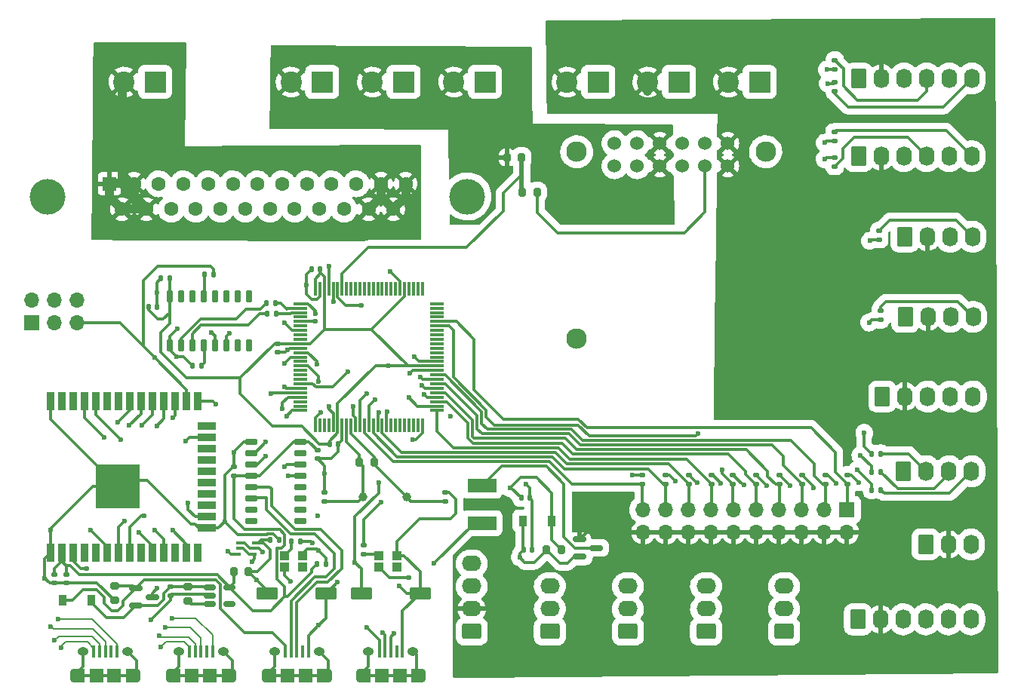
<source format=gbr>
%TF.GenerationSoftware,KiCad,Pcbnew,(6.0.0-0)*%
%TF.CreationDate,2022-12-05T15:15:10-05:00*%
%TF.ProjectId,Body_LED_Controller_V2,426f6479-5f4c-4454-945f-436f6e74726f,1.0*%
%TF.SameCoordinates,Original*%
%TF.FileFunction,Copper,L1,Top*%
%TF.FilePolarity,Positive*%
%FSLAX46Y46*%
G04 Gerber Fmt 4.6, Leading zero omitted, Abs format (unit mm)*
G04 Created by KiCad (PCBNEW (6.0.0-0)) date 2022-12-05 15:15:10*
%MOMM*%
%LPD*%
G01*
G04 APERTURE LIST*
G04 Aperture macros list*
%AMRoundRect*
0 Rectangle with rounded corners*
0 $1 Rounding radius*
0 $2 $3 $4 $5 $6 $7 $8 $9 X,Y pos of 4 corners*
0 Add a 4 corners polygon primitive as box body*
4,1,4,$2,$3,$4,$5,$6,$7,$8,$9,$2,$3,0*
0 Add four circle primitives for the rounded corners*
1,1,$1+$1,$2,$3*
1,1,$1+$1,$4,$5*
1,1,$1+$1,$6,$7*
1,1,$1+$1,$8,$9*
0 Add four rect primitives between the rounded corners*
20,1,$1+$1,$2,$3,$4,$5,0*
20,1,$1+$1,$4,$5,$6,$7,0*
20,1,$1+$1,$6,$7,$8,$9,0*
20,1,$1+$1,$8,$9,$2,$3,0*%
G04 Aperture macros list end*
%TA.AperFunction,SMDPad,CuDef*%
%ADD10R,1.000000X1.000000*%
%TD*%
%TA.AperFunction,ComponentPad*%
%ADD11R,1.600000X1.600000*%
%TD*%
%TA.AperFunction,ComponentPad*%
%ADD12C,1.600000*%
%TD*%
%TA.AperFunction,ComponentPad*%
%ADD13C,4.000000*%
%TD*%
%TA.AperFunction,SMDPad,CuDef*%
%ADD14RoundRect,0.135000X0.185000X-0.135000X0.185000X0.135000X-0.185000X0.135000X-0.185000X-0.135000X0*%
%TD*%
%TA.AperFunction,SMDPad,CuDef*%
%ADD15RoundRect,0.135000X-0.185000X0.135000X-0.185000X-0.135000X0.185000X-0.135000X0.185000X0.135000X0*%
%TD*%
%TA.AperFunction,ComponentPad*%
%ADD16RoundRect,0.250000X-0.620000X-0.845000X0.620000X-0.845000X0.620000X0.845000X-0.620000X0.845000X0*%
%TD*%
%TA.AperFunction,ComponentPad*%
%ADD17O,1.740000X2.190000*%
%TD*%
%TA.AperFunction,SMDPad,CuDef*%
%ADD18R,0.914400X1.219200*%
%TD*%
%TA.AperFunction,SMDPad,CuDef*%
%ADD19RoundRect,0.200000X-0.275000X0.200000X-0.275000X-0.200000X0.275000X-0.200000X0.275000X0.200000X0*%
%TD*%
%TA.AperFunction,SMDPad,CuDef*%
%ADD20RoundRect,0.135000X-0.135000X-0.185000X0.135000X-0.185000X0.135000X0.185000X-0.135000X0.185000X0*%
%TD*%
%TA.AperFunction,SMDPad,CuDef*%
%ADD21RoundRect,0.140000X0.140000X0.170000X-0.140000X0.170000X-0.140000X-0.170000X0.140000X-0.170000X0*%
%TD*%
%TA.AperFunction,SMDPad,CuDef*%
%ADD22RoundRect,0.135000X0.135000X0.185000X-0.135000X0.185000X-0.135000X-0.185000X0.135000X-0.185000X0*%
%TD*%
%TA.AperFunction,ComponentPad*%
%ADD23R,2.400000X2.400000*%
%TD*%
%TA.AperFunction,ComponentPad*%
%ADD24C,2.400000*%
%TD*%
%TA.AperFunction,SMDPad,CuDef*%
%ADD25RoundRect,0.150000X-0.587500X-0.150000X0.587500X-0.150000X0.587500X0.150000X-0.587500X0.150000X0*%
%TD*%
%TA.AperFunction,SMDPad,CuDef*%
%ADD26R,0.400000X1.350000*%
%TD*%
%TA.AperFunction,ComponentPad*%
%ADD27O,0.890000X1.550000*%
%TD*%
%TA.AperFunction,ComponentPad*%
%ADD28O,1.250000X0.950000*%
%TD*%
%TA.AperFunction,SMDPad,CuDef*%
%ADD29R,1.200000X1.550000*%
%TD*%
%TA.AperFunction,SMDPad,CuDef*%
%ADD30R,1.500000X1.550000*%
%TD*%
%TA.AperFunction,SMDPad,CuDef*%
%ADD31RoundRect,0.083990X-1.126010X-0.556010X1.126010X-0.556010X1.126010X0.556010X-1.126010X0.556010X0*%
%TD*%
%TA.AperFunction,SMDPad,CuDef*%
%ADD32RoundRect,0.140000X-0.140000X-0.170000X0.140000X-0.170000X0.140000X0.170000X-0.140000X0.170000X0*%
%TD*%
%TA.AperFunction,SMDPad,CuDef*%
%ADD33RoundRect,0.140000X-0.170000X0.140000X-0.170000X-0.140000X0.170000X-0.140000X0.170000X0.140000X0*%
%TD*%
%TA.AperFunction,SMDPad,CuDef*%
%ADD34RoundRect,0.140000X0.170000X-0.140000X0.170000X0.140000X-0.170000X0.140000X-0.170000X-0.140000X0*%
%TD*%
%TA.AperFunction,ComponentPad*%
%ADD35RoundRect,0.250000X0.845000X-0.620000X0.845000X0.620000X-0.845000X0.620000X-0.845000X-0.620000X0*%
%TD*%
%TA.AperFunction,ComponentPad*%
%ADD36O,2.190000X1.740000*%
%TD*%
%TA.AperFunction,ComponentPad*%
%ADD37C,1.007000*%
%TD*%
%TA.AperFunction,SMDPad,CuDef*%
%ADD38RoundRect,0.200000X-0.200000X-0.275000X0.200000X-0.275000X0.200000X0.275000X-0.200000X0.275000X0*%
%TD*%
%TA.AperFunction,SMDPad,CuDef*%
%ADD39RoundRect,0.200000X0.200000X0.275000X-0.200000X0.275000X-0.200000X-0.275000X0.200000X-0.275000X0*%
%TD*%
%TA.AperFunction,ComponentPad*%
%ADD40R,1.700000X1.700000*%
%TD*%
%TA.AperFunction,ComponentPad*%
%ADD41O,1.700000X1.700000*%
%TD*%
%TA.AperFunction,SMDPad,CuDef*%
%ADD42RoundRect,0.011200X-0.723800X-0.128800X0.723800X-0.128800X0.723800X0.128800X-0.723800X0.128800X0*%
%TD*%
%TA.AperFunction,SMDPad,CuDef*%
%ADD43RoundRect,0.011200X0.128800X-0.723800X0.128800X0.723800X-0.128800X0.723800X-0.128800X-0.723800X0*%
%TD*%
%TA.AperFunction,SMDPad,CuDef*%
%ADD44RoundRect,0.200000X0.275000X-0.200000X0.275000X0.200000X-0.275000X0.200000X-0.275000X-0.200000X0*%
%TD*%
%TA.AperFunction,ComponentPad*%
%ADD45C,1.524000*%
%TD*%
%TA.AperFunction,ComponentPad*%
%ADD46C,2.300000*%
%TD*%
%TA.AperFunction,SMDPad,CuDef*%
%ADD47R,0.500000X0.300000*%
%TD*%
%TA.AperFunction,SMDPad,CuDef*%
%ADD48RoundRect,0.049600X-0.605400X-0.260400X0.605400X-0.260400X0.605400X0.260400X-0.605400X0.260400X0*%
%TD*%
%TA.AperFunction,SMDPad,CuDef*%
%ADD49RoundRect,0.150000X-0.512500X-0.150000X0.512500X-0.150000X0.512500X0.150000X-0.512500X0.150000X0*%
%TD*%
%TA.AperFunction,SMDPad,CuDef*%
%ADD50R,3.200000X1.500000*%
%TD*%
%TA.AperFunction,SMDPad,CuDef*%
%ADD51R,0.900000X2.000000*%
%TD*%
%TA.AperFunction,SMDPad,CuDef*%
%ADD52R,2.000000X0.900000*%
%TD*%
%TA.AperFunction,SMDPad,CuDef*%
%ADD53R,5.000000X5.000000*%
%TD*%
%TA.AperFunction,SMDPad,CuDef*%
%ADD54RoundRect,0.049600X0.260400X-0.605400X0.260400X0.605400X-0.260400X0.605400X-0.260400X-0.605400X0*%
%TD*%
%TA.AperFunction,ViaPad*%
%ADD55C,0.600000*%
%TD*%
%TA.AperFunction,Conductor*%
%ADD56C,1.000000*%
%TD*%
%TA.AperFunction,Conductor*%
%ADD57C,0.300000*%
%TD*%
%TA.AperFunction,Conductor*%
%ADD58C,0.500000*%
%TD*%
%TA.AperFunction,Conductor*%
%ADD59C,0.200000*%
%TD*%
G04 APERTURE END LIST*
D10*
%TO.P,L3,1,DO*%
%TO.N,unconnected-(L3-Pad1)*%
X121385000Y-106365000D03*
%TO.P,L3,2,GND*%
%TO.N,GND*%
X121385000Y-105065000D03*
%TO.P,L3,3,DI*%
%TO.N,Net-(L3-Pad3)*%
X119355000Y-105065000D03*
%TO.P,L3,4,VDD*%
%TO.N,+5V_BL*%
X119355000Y-106365000D03*
%TD*%
%TO.P,L2,1,DO*%
%TO.N,unconnected-(L2-Pad1)*%
X110827500Y-106365000D03*
%TO.P,L2,2,GND*%
%TO.N,GND*%
X110827500Y-105065000D03*
%TO.P,L2,3,DI*%
%TO.N,Net-(L2-Pad3)*%
X108797500Y-105065000D03*
%TO.P,L2,4,VDD*%
%TO.N,+5V*%
X108797500Y-106365000D03*
%TD*%
D11*
%TO.P,J22,1,1*%
%TO.N,SW_BATT_IN_POS*%
X89140000Y-63335338D03*
D12*
%TO.P,J22,2,2*%
X91910000Y-63335338D03*
%TO.P,J22,3,3*%
%TO.N,GND*%
X94680000Y-63335338D03*
%TO.P,J22,4,4*%
X97450000Y-63335338D03*
%TO.P,J22,5,5*%
%TO.N,VBUS_DC*%
X100220000Y-63335338D03*
%TO.P,J22,6,6*%
%TO.N,D-_DC*%
X102990000Y-63335338D03*
%TO.P,J22,7,7*%
%TO.N,unconnected-(J22-Pad7)*%
X105760000Y-63335338D03*
%TO.P,J22,8,8*%
%TO.N,GND_DP*%
X108530000Y-63335338D03*
%TO.P,J22,9,9*%
%TO.N,D+_DP*%
X111300000Y-63335338D03*
%TO.P,J22,10,10*%
%TO.N,GND*%
X114070000Y-63335338D03*
%TO.P,J22,11,11*%
X116840000Y-63335338D03*
%TO.P,J22,12,12*%
%TO.N,SW_BATT_IN_POS*%
X119610000Y-63335338D03*
%TO.P,J22,13,13*%
X122380000Y-63335338D03*
%TO.P,J22,14,P14*%
X90525000Y-66175338D03*
%TO.P,J22,15,P15*%
X93295000Y-66175338D03*
%TO.P,J22,16,P16*%
%TO.N,GND*%
X96065000Y-66175338D03*
%TO.P,J22,17,P17*%
X98835000Y-66175338D03*
%TO.P,J22,18,P18*%
%TO.N,GND_DC*%
X101605000Y-66175338D03*
%TO.P,J22,19,P19*%
%TO.N,D+_DC*%
X104375000Y-66175338D03*
%TO.P,J22,20,P20*%
%TO.N,VBUS_DP*%
X107145000Y-66175338D03*
%TO.P,J22,21,P21*%
%TO.N,D-_DP*%
X109915000Y-66175338D03*
%TO.P,J22,22,P22*%
%TO.N,GND*%
X112685000Y-66175338D03*
%TO.P,J22,23,P23*%
X115455000Y-66175338D03*
%TO.P,J22,24,P24*%
%TO.N,SW_BATT_IN_POS*%
X118225000Y-66175338D03*
%TO.P,J22,25,P25*%
X120995000Y-66175338D03*
D13*
%TO.P,J22,0,PAD*%
%TO.N,unconnected-(J22-Pad0)*%
X82210000Y-64755338D03*
X129310000Y-64755338D03*
%TD*%
D14*
%TO.P,R11,1*%
%TO.N,VU2_DATA*%
X170470000Y-58550000D03*
%TO.P,R11,2*%
%TO.N,Net-(J27-Pad6)*%
X170470000Y-57530000D03*
%TD*%
D15*
%TO.P,R8,1*%
%TO.N,Net-(J5-Pad4)*%
X170530000Y-49440000D03*
%TO.P,R8,2*%
%TO.N,CS1_DATA*%
X170530000Y-50460000D03*
%TD*%
D16*
%TO.P,J9,1,Pin_1*%
%TO.N,GND*%
X178440000Y-78275000D03*
D17*
%TO.P,J9,2,Pin_2*%
%TO.N,+5V*%
X180980000Y-78275000D03*
%TO.P,J9,3,Pin_3*%
%TO.N,MAINT_CLOCK*%
X183520000Y-78275000D03*
%TO.P,J9,4,Pin_4*%
%TO.N,Net-(J9-Pad4)*%
X186060000Y-78275000D03*
%TD*%
D18*
%TO.P,CR2,A,A*%
%TO.N,VBUS_BC*%
X83870200Y-110128500D03*
%TO.P,CR2,C,C*%
%TO.N,VIN_BC*%
X87146800Y-110128500D03*
%TD*%
D19*
%TO.P,R21,1*%
%TO.N,VBUS_BC*%
X89770000Y-108485000D03*
%TO.P,R21,2*%
%TO.N,GND*%
X89770000Y-110135000D03*
%TD*%
D14*
%TO.P,R35,1*%
%TO.N,LIMIT7*%
X156670000Y-97050000D03*
%TO.P,R35,2*%
%TO.N,GND*%
X156670000Y-96030000D03*
%TD*%
D20*
%TO.P,R3,1*%
%TO.N,Net-(R3-Pad1)*%
X106750000Y-76750000D03*
%TO.P,R3,2*%
%TO.N,RXD0_BL*%
X107770000Y-76750000D03*
%TD*%
D21*
%TO.P,C10,1*%
%TO.N,+5V_BL*%
X112790000Y-72910000D03*
%TO.P,C10,2*%
%TO.N,GND*%
X111830000Y-72910000D03*
%TD*%
D16*
%TO.P,J5,1,Pin_1*%
%TO.N,GND*%
X173210000Y-51503750D03*
D17*
%TO.P,J5,2,Pin_2*%
%TO.N,+5V*%
X175750000Y-51503750D03*
%TO.P,J5,3,Pin_3*%
%TO.N,CS1_CLOCK*%
X178290000Y-51503750D03*
%TO.P,J5,4,Pin_4*%
%TO.N,Net-(J5-Pad4)*%
X180830000Y-51503750D03*
%TO.P,J5,5,Pin_5*%
%TO.N,CS2_CLOCK*%
X183370000Y-51503750D03*
%TO.P,J5,6,Pin_6*%
%TO.N,Net-(J5-Pad6)*%
X185910000Y-51503750D03*
%TD*%
D22*
%TO.P,R14,1*%
%TO.N,Net-(J6-Pad4)*%
X175670000Y-97690000D03*
%TO.P,R14,2*%
%TO.N,RED_LED*%
X174650000Y-97690000D03*
%TD*%
D23*
%TO.P,J17,1,Pin_1*%
%TO.N,GND*%
X143990000Y-51900000D03*
D24*
%TO.P,J17,2,Pin_2*%
%TO.N,+5V*%
X140490000Y-51900000D03*
%TD*%
D25*
%TO.P,U3,1,1*%
%TO.N,+5V*%
X141912500Y-103260000D03*
%TO.P,U3,2,2*%
%TO.N,+5V_BL*%
X141912500Y-105160000D03*
%TO.P,U3,3,3*%
%TO.N,VBUS_BL*%
X143787500Y-104210000D03*
%TD*%
D26*
%TO.P,J11,1,VBUS*%
%TO.N,VBUS_BC*%
X108855000Y-115830000D03*
%TO.P,J11,2,D-*%
%TO.N,D-_BC*%
X109505000Y-115830000D03*
%TO.P,J11,3,D+*%
%TO.N,D+_BC*%
X110155000Y-115830000D03*
%TO.P,J11,4,ID*%
%TO.N,unconnected-(J11-Pad4)*%
X110805000Y-115830000D03*
%TO.P,J11,5,GND*%
%TO.N,GND*%
X111455000Y-115830000D03*
D27*
%TO.P,J11,6,Shield*%
%TO.N,unconnected-(J11-Pad6)*%
X106655000Y-118530000D03*
D28*
X112655000Y-115830000D03*
X107655000Y-115830000D03*
D29*
X113055000Y-118530000D03*
D27*
X113655000Y-118530000D03*
D29*
X107255000Y-118530000D03*
D30*
X111155000Y-118530000D03*
X109155000Y-118530000D03*
%TD*%
D31*
%TO.P,SW1,1,1*%
%TO.N,GND*%
X124002500Y-109330000D03*
%TO.P,SW1,2,2*%
%TO.N,RESET_BL*%
X117422500Y-109330000D03*
%TD*%
D14*
%TO.P,R26,1*%
%TO.N,Net-(L3-Pad3)*%
X117660000Y-104970000D03*
%TO.P,R26,2*%
%TO.N,ST_LED_D_BL*%
X117660000Y-103950000D03*
%TD*%
D16*
%TO.P,J7,1,Pin_1*%
%TO.N,GND*%
X175850000Y-87208750D03*
D17*
%TO.P,J7,2,Pin_2*%
%TO.N,+5V*%
X178390000Y-87208750D03*
%TO.P,J7,3,Pin_3*%
%TO.N,DP_LOAD*%
X180930000Y-87208750D03*
%TO.P,J7,4,Pin_4*%
%TO.N,DP_CLOCK*%
X183470000Y-87208750D03*
%TO.P,J7,5,Pin_5*%
%TO.N,DP_DATA_IN*%
X186010000Y-87208750D03*
%TD*%
D16*
%TO.P,J1,1,Pin_1*%
%TO.N,GND*%
X180710000Y-103816250D03*
D17*
%TO.P,J1,2,Pin_2*%
%TO.N,+5V*%
X183250000Y-103816250D03*
%TO.P,J1,3,Pin_3*%
%TO.N,EXT_MIC*%
X185790000Y-103816250D03*
%TD*%
D31*
%TO.P,SW2,1,1*%
%TO.N,GND*%
X113445000Y-109340000D03*
%TO.P,SW2,2,2*%
%TO.N,RESET_BC*%
X106865000Y-109340000D03*
%TD*%
D32*
%TO.P,C9,1*%
%TO.N,+5V_BL*%
X113850000Y-92570000D03*
%TO.P,C9,2*%
%TO.N,GND*%
X114810000Y-92570000D03*
%TD*%
D26*
%TO.P,J15,1,VBUS*%
%TO.N,VBUS_DP*%
X98110000Y-115840000D03*
%TO.P,J15,2,D-*%
%TO.N,D-_DP*%
X98760000Y-115840000D03*
%TO.P,J15,3,D+*%
%TO.N,D+_DP*%
X99410000Y-115840000D03*
%TO.P,J15,4,ID*%
%TO.N,unconnected-(J15-Pad4)*%
X100060000Y-115840000D03*
%TO.P,J15,5,GND*%
%TO.N,GND_DP*%
X100710000Y-115840000D03*
D29*
%TO.P,J15,6,Shield*%
%TO.N,unconnected-(J15-Pad6)*%
X102310000Y-118540000D03*
D30*
X100410000Y-118540000D03*
X98410000Y-118540000D03*
D27*
X95910000Y-118540000D03*
X102910000Y-118540000D03*
D28*
X96910000Y-115840000D03*
X101910000Y-115840000D03*
D29*
X96510000Y-118540000D03*
%TD*%
D21*
%TO.P,C3,1*%
%TO.N,+5V_BL*%
X95890000Y-73960000D03*
%TO.P,C3,2*%
%TO.N,GND*%
X94930000Y-73960000D03*
%TD*%
D14*
%TO.P,R33,1*%
%TO.N,LIMIT5*%
X161740000Y-97050000D03*
%TO.P,R33,2*%
%TO.N,GND*%
X161740000Y-96030000D03*
%TD*%
D33*
%TO.P,C11,1*%
%TO.N,+5V_BL*%
X108050000Y-81270000D03*
%TO.P,C11,2*%
%TO.N,GND*%
X108050000Y-82230000D03*
%TD*%
D14*
%TO.P,R36,1*%
%TO.N,LIMIT8*%
X154160000Y-97050000D03*
%TO.P,R36,2*%
%TO.N,GND*%
X154160000Y-96030000D03*
%TD*%
D32*
%TO.P,C18,1*%
%TO.N,+3.3V_BC*%
X112450000Y-105990000D03*
%TO.P,C18,2*%
%TO.N,GND*%
X113410000Y-105990000D03*
%TD*%
D23*
%TO.P,J21,1,Pin_1*%
%TO.N,GND*%
X94280000Y-51900000D03*
D24*
%TO.P,J21,2,Pin_2*%
%TO.N,SW_BATT_IN_POS*%
X90780000Y-51900000D03*
%TD*%
D34*
%TO.P,C1,1*%
%TO.N,XTAL2*%
X113290000Y-98980000D03*
%TO.P,C1,2*%
%TO.N,GND*%
X113290000Y-98020000D03*
%TD*%
D14*
%TO.P,R37,1*%
%TO.N,LIMIT9*%
X151530000Y-97050000D03*
%TO.P,R37,2*%
%TO.N,GND*%
X151530000Y-96030000D03*
%TD*%
D20*
%TO.P,R2,1*%
%TO.N,Net-(R2-Pad1)*%
X106870000Y-77890000D03*
%TO.P,R2,2*%
%TO.N,TXD0_BL*%
X107890000Y-77890000D03*
%TD*%
D14*
%TO.P,R9,1*%
%TO.N,Net-(J5-Pad6)*%
X170510000Y-52950000D03*
%TO.P,R9,2*%
%TO.N,CS2_DATA*%
X170510000Y-51930000D03*
%TD*%
D20*
%TO.P,R27,1*%
%TO.N,Net-(L2-Pad3)*%
X109530000Y-103490000D03*
%TO.P,R27,2*%
%TO.N,ST_LED_D_BC*%
X110550000Y-103490000D03*
%TD*%
D35*
%TO.P,J24,1,Pin_1*%
%TO.N,GND*%
X164850000Y-113600000D03*
D36*
%TO.P,J24,2,Pin_2*%
%TO.N,RX_FU*%
X164850000Y-111060000D03*
%TO.P,J24,3,Pin_3*%
%TO.N,TX_FU*%
X164850000Y-108520000D03*
%TD*%
D37*
%TO.P,Y1,1,1*%
%TO.N,XTAL2*%
X117580000Y-98500000D03*
%TO.P,Y1,2,2*%
%TO.N,XTAL1*%
X122460000Y-98500000D03*
%TD*%
D35*
%TO.P,J13,1,Pin_1*%
%TO.N,GND*%
X129790000Y-113600000D03*
D36*
%TO.P,J13,2,Pin_2*%
%TO.N,+5V*%
X129790000Y-111060000D03*
%TO.P,J13,3,Pin_3*%
%TO.N,RX_MP*%
X129790000Y-108520000D03*
%TO.P,J13,4,Pin_4*%
%TO.N,TX_MP*%
X129790000Y-105980000D03*
%TD*%
D38*
%TO.P,R19,1*%
%TO.N,BATTERY_LEVEL*%
X135495000Y-64280000D03*
%TO.P,R19,2*%
%TO.N,GND*%
X137145000Y-64280000D03*
%TD*%
D16*
%TO.P,J27,1,Pin_1*%
%TO.N,GND*%
X173200000Y-60227500D03*
D17*
%TO.P,J27,2,Pin_2*%
%TO.N,+5V*%
X175740000Y-60227500D03*
%TO.P,J27,3,Pin_3*%
%TO.N,VU1_CLOCK*%
X178280000Y-60227500D03*
%TO.P,J27,4,Pin_4*%
%TO.N,Net-(J27-Pad4)*%
X180820000Y-60227500D03*
%TO.P,J27,5,Pin_5*%
%TO.N,VU2_CLOCK*%
X183360000Y-60227500D03*
%TO.P,J27,6,Pin_6*%
%TO.N,Net-(J27-Pad6)*%
X185900000Y-60227500D03*
%TD*%
D23*
%TO.P,J12,1,Pin_1*%
%TO.N,GND*%
X122145000Y-51900000D03*
D24*
%TO.P,J12,2,Pin_2*%
%TO.N,+12V*%
X118645000Y-51900000D03*
%TD*%
D34*
%TO.P,C16,1*%
%TO.N,+3.3V_BC*%
X103080000Y-96090000D03*
%TO.P,C16,2*%
%TO.N,GND*%
X103080000Y-95130000D03*
%TD*%
D25*
%TO.P,U8,1,1*%
%TO.N,VBUS_BC*%
X92072500Y-108780000D03*
%TO.P,U8,2,2*%
%TO.N,VIN_BC*%
X92072500Y-110680000D03*
%TO.P,U8,3,3*%
%TO.N,+5V*%
X93947500Y-109730000D03*
%TD*%
D22*
%TO.P,R13,1*%
%TO.N,Net-(J6-Pad3)*%
X175670000Y-95660000D03*
%TO.P,R13,2*%
%TO.N,YELLOW_LED*%
X174650000Y-95660000D03*
%TD*%
D16*
%TO.P,J4,1,Pin_1*%
%TO.N,GND*%
X178370000Y-69281250D03*
D17*
%TO.P,J4,2,Pin_2*%
%TO.N,+5V*%
X180910000Y-69281250D03*
%TO.P,J4,3,Pin_3*%
%TO.N,LDP_CLOCK*%
X183450000Y-69281250D03*
%TO.P,J4,4,Pin_4*%
%TO.N,Net-(J4-Pad4)*%
X185990000Y-69281250D03*
%TD*%
D14*
%TO.P,R30,1*%
%TO.N,LIMIT2*%
X169490000Y-97050000D03*
%TO.P,R30,2*%
%TO.N,GND*%
X169490000Y-96030000D03*
%TD*%
D39*
%TO.P,R1,1*%
%TO.N,XTAL1*%
X118835000Y-94620000D03*
%TO.P,R1,2*%
%TO.N,XTAL2*%
X117185000Y-94620000D03*
%TD*%
D38*
%TO.P,R20,1*%
%TO.N,+3.3V_BC*%
X103095000Y-106890000D03*
%TO.P,R20,2*%
%TO.N,RESET_BC*%
X104745000Y-106890000D03*
%TD*%
D33*
%TO.P,C12,1*%
%TO.N,+3.3V_BC*%
X82970000Y-107220000D03*
%TO.P,C12,2*%
%TO.N,GND*%
X82970000Y-108180000D03*
%TD*%
D15*
%TO.P,R6,1*%
%TO.N,Net-(J4-Pad4)*%
X175520000Y-68580000D03*
%TO.P,R6,2*%
%TO.N,LDP_DATA*%
X175520000Y-69600000D03*
%TD*%
%TO.P,R10,1*%
%TO.N,VU1_DATA*%
X170520000Y-60370000D03*
%TO.P,R10,2*%
%TO.N,Net-(J27-Pad4)*%
X170520000Y-61390000D03*
%TD*%
D23*
%TO.P,J16,1,Pin_1*%
%TO.N,GND*%
X131280000Y-51900000D03*
D24*
%TO.P,J16,2,Pin_2*%
%TO.N,+12V*%
X127780000Y-51900000D03*
%TD*%
D40*
%TO.P,J20,1,Pin_1*%
%TO.N,VU2_DATA*%
X80450000Y-78950000D03*
D41*
%TO.P,J20,2,Pin_2*%
%TO.N,+5V*%
X80450000Y-76410000D03*
%TO.P,J20,3,Pin_3*%
%TO.N,VU2_CLOCK*%
X82990000Y-78950000D03*
%TO.P,J20,4,Pin_4*%
%TO.N,YELLOW_LED*%
X82990000Y-76410000D03*
%TO.P,J20,5,Pin_5*%
%TO.N,RESET_BL*%
X85530000Y-78950000D03*
%TO.P,J20,6,Pin_6*%
%TO.N,GND*%
X85530000Y-76410000D03*
%TD*%
D26*
%TO.P,J10,1,VBUS*%
%TO.N,Net-(F1-Pad1)*%
X119412500Y-115820000D03*
%TO.P,J10,2,D-*%
%TO.N,D-_BL*%
X120062500Y-115820000D03*
%TO.P,J10,3,D+*%
%TO.N,D+_BL*%
X120712500Y-115820000D03*
%TO.P,J10,4,ID*%
%TO.N,unconnected-(J10-Pad4)*%
X121362500Y-115820000D03*
%TO.P,J10,5,GND*%
%TO.N,GND*%
X122012500Y-115820000D03*
D27*
%TO.P,J10,6,Shield*%
%TO.N,unconnected-(J10-Pad6)*%
X124212500Y-118520000D03*
D30*
X121712500Y-118520000D03*
D27*
X117212500Y-118520000D03*
D28*
X123212500Y-115820000D03*
D30*
X119712500Y-118520000D03*
D29*
X117812500Y-118520000D03*
D28*
X118212500Y-115820000D03*
D29*
X123612500Y-118520000D03*
%TD*%
D42*
%TO.P,U1,1,PG5*%
%TO.N,DP_CLOCK*%
X110575000Y-76795000D03*
%TO.P,U1,2,PE0*%
%TO.N,RXD0_BL*%
X110575000Y-77295000D03*
%TO.P,U1,3,PE1*%
%TO.N,TXD0_BL*%
X110575000Y-77795000D03*
%TO.P,U1,4,PE2*%
%TO.N,unconnected-(U1-Pad4)*%
X110575000Y-78295000D03*
%TO.P,U1,5,PE3*%
%TO.N,DP_LOAD*%
X110575000Y-78795000D03*
%TO.P,U1,6,PE4*%
%TO.N,unconnected-(U1-Pad6)*%
X110575000Y-79295000D03*
%TO.P,U1,7,PE5*%
%TO.N,DP_DATA_IN*%
X110575000Y-79795000D03*
%TO.P,U1,8,PE6*%
%TO.N,unconnected-(U1-Pad8)*%
X110575000Y-80295000D03*
%TO.P,U1,9,PE7*%
%TO.N,unconnected-(U1-Pad9)*%
X110575000Y-80795000D03*
%TO.P,U1,10,VCC*%
%TO.N,+5V_BL*%
X110575000Y-81295000D03*
%TO.P,U1,11,GND*%
%TO.N,GND*%
X110575000Y-81795000D03*
%TO.P,U1,12,PH0*%
%TO.N,RX_BL*%
X110575000Y-82295000D03*
%TO.P,U1,13,PH1*%
%TO.N,TX_BL*%
X110575000Y-82795000D03*
%TO.P,U1,14,PH2*%
%TO.N,unconnected-(U1-Pad14)*%
X110575000Y-83295000D03*
%TO.P,U1,15,PH3*%
%TO.N,ST_LED_D_BL*%
X110575000Y-83795000D03*
%TO.P,U1,16,PH4*%
%TO.N,unconnected-(U1-Pad16)*%
X110575000Y-84295000D03*
%TO.P,U1,17,PH5*%
%TO.N,unconnected-(U1-Pad17)*%
X110575000Y-84795000D03*
%TO.P,U1,18,PH6*%
%TO.N,unconnected-(U1-Pad18)*%
X110575000Y-85295000D03*
%TO.P,U1,19,PB0*%
%TO.N,GREEN_LED*%
X110575000Y-85795000D03*
%TO.P,U1,20,PB1*%
%TO.N,VU2_CLOCK*%
X110575000Y-86295000D03*
%TO.P,U1,21,PB2*%
%TO.N,YELLOW_LED*%
X110575000Y-86795000D03*
%TO.P,U1,22,PB3*%
%TO.N,VU2_DATA*%
X110575000Y-87295000D03*
%TO.P,U1,23,PB4*%
%TO.N,unconnected-(U1-Pad23)*%
X110575000Y-87795000D03*
%TO.P,U1,24,PB5*%
%TO.N,unconnected-(U1-Pad24)*%
X110575000Y-88295000D03*
%TO.P,U1,25,PB6*%
%TO.N,VU_STROBE*%
X110575000Y-88795000D03*
D43*
%TO.P,U1,26,PB7*%
%TO.N,VU_RESET*%
X112245000Y-90465000D03*
%TO.P,U1,27,PH7*%
%TO.N,unconnected-(U1-Pad27)*%
X112745000Y-90465000D03*
%TO.P,U1,28,PG3*%
%TO.N,unconnected-(U1-Pad28)*%
X113245000Y-90465000D03*
%TO.P,U1,29,PG4*%
%TO.N,unconnected-(U1-Pad29)*%
X113745000Y-90465000D03*
%TO.P,U1,30,RESET*%
%TO.N,RESET_BL*%
X114245000Y-90465000D03*
%TO.P,U1,31,VCC*%
%TO.N,+5V_BL*%
X114745000Y-90465000D03*
%TO.P,U1,32,GND*%
%TO.N,GND*%
X115245000Y-90465000D03*
%TO.P,U1,33,XTAL2*%
%TO.N,XTAL2*%
X115745000Y-90465000D03*
%TO.P,U1,34,XTAL1*%
%TO.N,XTAL1*%
X116245000Y-90465000D03*
%TO.P,U1,35,PL0*%
%TO.N,RED_LED*%
X116745000Y-90465000D03*
%TO.P,U1,36,PL1*%
%TO.N,VU1_CLOCK*%
X117245000Y-90465000D03*
%TO.P,U1,37,PL2*%
%TO.N,LIMIT10*%
X117745000Y-90465000D03*
%TO.P,U1,38,PL3*%
%TO.N,VU1_DATA*%
X118245000Y-90465000D03*
%TO.P,U1,39,PL4*%
%TO.N,LIMIT9*%
X118745000Y-90465000D03*
%TO.P,U1,40,PL5*%
%TO.N,CS2_CLOCK*%
X119245000Y-90465000D03*
%TO.P,U1,41,PL6*%
%TO.N,LIMIT8*%
X119745000Y-90465000D03*
%TO.P,U1,42,PL7*%
%TO.N,CS2_DATA*%
X120245000Y-90465000D03*
%TO.P,U1,43,PD0*%
%TO.N,unconnected-(U1-Pad43)*%
X120745000Y-90465000D03*
%TO.P,U1,44,PD1*%
%TO.N,unconnected-(U1-Pad44)*%
X121245000Y-90465000D03*
%TO.P,U1,45,PD2*%
%TO.N,unconnected-(U1-Pad45)*%
X121745000Y-90465000D03*
%TO.P,U1,46,PD3*%
%TO.N,unconnected-(U1-Pad46)*%
X122245000Y-90465000D03*
%TO.P,U1,47,PD4*%
%TO.N,unconnected-(U1-Pad47)*%
X122745000Y-90465000D03*
%TO.P,U1,48,PD5*%
%TO.N,unconnected-(U1-Pad48)*%
X123245000Y-90465000D03*
%TO.P,U1,49,PD6*%
%TO.N,unconnected-(U1-Pad49)*%
X123745000Y-90465000D03*
%TO.P,U1,50,PD7*%
%TO.N,CS1_DATA*%
X124245000Y-90465000D03*
D42*
%TO.P,U1,51,PG0*%
%TO.N,LIMIT7*%
X125915000Y-88795000D03*
%TO.P,U1,52,PG1*%
%TO.N,CS1_CLOCK*%
X125915000Y-88295000D03*
%TO.P,U1,53,PC0*%
%TO.N,LIMIT5*%
X125915000Y-87795000D03*
%TO.P,U1,54,PC1*%
%TO.N,LDP_CLOCK*%
X125915000Y-87295000D03*
%TO.P,U1,55,PC2*%
%TO.N,LIMIT4*%
X125915000Y-86795000D03*
%TO.P,U1,56,PC3*%
%TO.N,LDP_DATA*%
X125915000Y-86295000D03*
%TO.P,U1,57,PC4*%
%TO.N,LIMIT3*%
X125915000Y-85795000D03*
%TO.P,U1,58,PC5*%
%TO.N,MAINT_CLOCK*%
X125915000Y-85295000D03*
%TO.P,U1,59,PC6*%
%TO.N,LIMIT2*%
X125915000Y-84795000D03*
%TO.P,U1,60,PC7*%
%TO.N,MAINT_DATA*%
X125915000Y-84295000D03*
%TO.P,U1,61,VCC*%
%TO.N,+5V_BL*%
X125915000Y-83795000D03*
%TO.P,U1,62,GND*%
%TO.N,GND*%
X125915000Y-83295000D03*
%TO.P,U1,63,PJ0*%
%TO.N,unconnected-(U1-Pad63)*%
X125915000Y-82795000D03*
%TO.P,U1,64,PJ1*%
%TO.N,unconnected-(U1-Pad64)*%
X125915000Y-82295000D03*
%TO.P,U1,65,PJ2*%
%TO.N,unconnected-(U1-Pad65)*%
X125915000Y-81795000D03*
%TO.P,U1,66,PJ3*%
%TO.N,unconnected-(U1-Pad66)*%
X125915000Y-81295000D03*
%TO.P,U1,67,PJ4*%
%TO.N,unconnected-(U1-Pad67)*%
X125915000Y-80795000D03*
%TO.P,U1,68,PJ5*%
%TO.N,unconnected-(U1-Pad68)*%
X125915000Y-80295000D03*
%TO.P,U1,69,PJ6*%
%TO.N,unconnected-(U1-Pad69)*%
X125915000Y-79795000D03*
%TO.P,U1,70,PG2*%
%TO.N,LIMIT6*%
X125915000Y-79295000D03*
%TO.P,U1,71,PA7*%
%TO.N,LIMIT1*%
X125915000Y-78795000D03*
%TO.P,U1,72,PA6*%
%TO.N,unconnected-(U1-Pad72)*%
X125915000Y-78295000D03*
%TO.P,U1,73,PA5*%
%TO.N,unconnected-(U1-Pad73)*%
X125915000Y-77795000D03*
%TO.P,U1,74,PA4*%
%TO.N,unconnected-(U1-Pad74)*%
X125915000Y-77295000D03*
%TO.P,U1,75,PA3*%
%TO.N,unconnected-(U1-Pad75)*%
X125915000Y-76795000D03*
D43*
%TO.P,U1,76,PA2*%
%TO.N,unconnected-(U1-Pad76)*%
X124245000Y-75125000D03*
%TO.P,U1,77,PA1*%
%TO.N,unconnected-(U1-Pad77)*%
X123745000Y-75125000D03*
%TO.P,U1,78,PA0*%
%TO.N,unconnected-(U1-Pad78)*%
X123245000Y-75125000D03*
%TO.P,U1,79,PJ7*%
%TO.N,unconnected-(U1-Pad79)*%
X122745000Y-75125000D03*
%TO.P,U1,80,VCC*%
%TO.N,+5V_BL*%
X122245000Y-75125000D03*
%TO.P,U1,81,GND*%
%TO.N,GND*%
X121745000Y-75125000D03*
%TO.P,U1,82,PK7*%
%TO.N,unconnected-(U1-Pad82)*%
X121245000Y-75125000D03*
%TO.P,U1,83,PK6*%
%TO.N,unconnected-(U1-Pad83)*%
X120745000Y-75125000D03*
%TO.P,U1,84,PK5*%
%TO.N,unconnected-(U1-Pad84)*%
X120245000Y-75125000D03*
%TO.P,U1,85,PK4*%
%TO.N,unconnected-(U1-Pad85)*%
X119745000Y-75125000D03*
%TO.P,U1,86,PK3*%
%TO.N,unconnected-(U1-Pad86)*%
X119245000Y-75125000D03*
%TO.P,U1,87,PK2*%
%TO.N,unconnected-(U1-Pad87)*%
X118745000Y-75125000D03*
%TO.P,U1,88,PK1*%
%TO.N,unconnected-(U1-Pad88)*%
X118245000Y-75125000D03*
%TO.P,U1,89,PK0*%
%TO.N,unconnected-(U1-Pad89)*%
X117745000Y-75125000D03*
%TO.P,U1,90,PF7*%
%TO.N,unconnected-(U1-Pad90)*%
X117245000Y-75125000D03*
%TO.P,U1,91,PF6*%
%TO.N,unconnected-(U1-Pad91)*%
X116745000Y-75125000D03*
%TO.P,U1,92,PF5*%
%TO.N,unconnected-(U1-Pad92)*%
X116245000Y-75125000D03*
%TO.P,U1,93,PF4*%
%TO.N,unconnected-(U1-Pad93)*%
X115745000Y-75125000D03*
%TO.P,U1,94,PF3*%
%TO.N,BATTERY_LEVEL*%
X115245000Y-75125000D03*
%TO.P,U1,95,PF2*%
%TO.N,EXT_MIC*%
X114745000Y-75125000D03*
%TO.P,U1,96,PF1*%
%TO.N,SPECTRUM_LEFT*%
X114245000Y-75125000D03*
%TO.P,U1,97,PF0*%
%TO.N,SPECTRUM_RIGHT*%
X113745000Y-75125000D03*
%TO.P,U1,98,AREF*%
%TO.N,+5V_BL*%
X113245000Y-75125000D03*
%TO.P,U1,99,GND*%
%TO.N,GND*%
X112745000Y-75125000D03*
%TO.P,U1,100,AVCC*%
%TO.N,+5V_BL*%
X112245000Y-75125000D03*
%TD*%
D14*
%TO.P,R29,1*%
%TO.N,LIMIT1*%
X171930000Y-97050000D03*
%TO.P,R29,2*%
%TO.N,GND*%
X171930000Y-96030000D03*
%TD*%
%TO.P,R34,1*%
%TO.N,LIMIT6*%
X159110000Y-97050000D03*
%TO.P,R34,2*%
%TO.N,GND*%
X159110000Y-96030000D03*
%TD*%
D44*
%TO.P,R22,1*%
%TO.N,Net-(R22-Pad1)*%
X97920000Y-110185000D03*
%TO.P,R22,2*%
%TO.N,VIN_BC*%
X97920000Y-108535000D03*
%TD*%
D35*
%TO.P,J2,1,Pin_1*%
%TO.N,GND*%
X138555000Y-113600000D03*
D36*
%TO.P,J2,2,Pin_2*%
%TO.N,RX_BS*%
X138555000Y-111060000D03*
%TO.P,J2,3,Pin_3*%
%TO.N,TX_BS*%
X138555000Y-108520000D03*
%TD*%
D45*
%TO.P,U14,1,VOUT*%
%TO.N,+5V*%
X158525000Y-58805000D03*
%TO.P,U14,2,GND*%
%TO.N,GND*%
X155985000Y-58805000D03*
%TO.P,U14,3,GND*%
X153445000Y-58805000D03*
%TO.P,U14,4,VIN*%
%TO.N,+12V*%
X150905000Y-58805000D03*
%TO.P,U14,5,VRP*%
%TO.N,unconnected-(U14-Pad5)*%
X148365000Y-58805000D03*
%TO.P,U14,6,EN*%
%TO.N,unconnected-(U14-Pad6)*%
X145825000Y-58805000D03*
%TO.P,U14,7,PG*%
%TO.N,unconnected-(U14-Pad7)*%
X145825000Y-61345000D03*
%TO.P,U14,8,VRP*%
%TO.N,unconnected-(U14-Pad8)*%
X148365000Y-61345000D03*
%TO.P,U14,9,VIN*%
%TO.N,+12V*%
X150905000Y-61345000D03*
%TO.P,U14,10,GND*%
%TO.N,GND*%
X153445000Y-61345000D03*
%TO.P,U14,11,GND*%
X155985000Y-61345000D03*
%TO.P,U14,12,VOUT*%
%TO.N,+5V*%
X158525000Y-61345000D03*
D46*
%TO.P,U14,13*%
%TO.N,N/C*%
X162775000Y-59735000D03*
%TO.P,U14,14*%
X141575000Y-59735000D03*
%TO.P,U14,15*%
X141575000Y-80735000D03*
%TD*%
D40*
%TO.P,J3,1,Pin_1*%
%TO.N,LIMIT1*%
X171890000Y-99920000D03*
D41*
%TO.P,J3,2,Pin_2*%
%TO.N,+5V*%
X171890000Y-102460000D03*
%TO.P,J3,3,Pin_3*%
%TO.N,LIMIT2*%
X169350000Y-99920000D03*
%TO.P,J3,4,Pin_4*%
%TO.N,+5V*%
X169350000Y-102460000D03*
%TO.P,J3,5,Pin_5*%
%TO.N,LIMIT3*%
X166810000Y-99920000D03*
%TO.P,J3,6,Pin_6*%
%TO.N,+5V*%
X166810000Y-102460000D03*
%TO.P,J3,7,Pin_7*%
%TO.N,LIMIT4*%
X164270000Y-99920000D03*
%TO.P,J3,8,Pin_8*%
%TO.N,+5V*%
X164270000Y-102460000D03*
%TO.P,J3,9,Pin_9*%
%TO.N,LIMIT5*%
X161730000Y-99920000D03*
%TO.P,J3,10,Pin_10*%
%TO.N,+5V*%
X161730000Y-102460000D03*
%TO.P,J3,11,Pin_11*%
%TO.N,LIMIT6*%
X159190000Y-99920000D03*
%TO.P,J3,12,Pin_12*%
%TO.N,+5V*%
X159190000Y-102460000D03*
%TO.P,J3,13,Pin_13*%
%TO.N,LIMIT7*%
X156650000Y-99920000D03*
%TO.P,J3,14,Pin_14*%
%TO.N,+5V*%
X156650000Y-102460000D03*
%TO.P,J3,15,Pin_15*%
%TO.N,LIMIT8*%
X154110000Y-99920000D03*
%TO.P,J3,16,Pin_16*%
%TO.N,+5V*%
X154110000Y-102460000D03*
%TO.P,J3,17,Pin_17*%
%TO.N,LIMIT9*%
X151570000Y-99920000D03*
%TO.P,J3,18,Pin_18*%
%TO.N,+5V*%
X151570000Y-102460000D03*
%TO.P,J3,19,Pin_19*%
%TO.N,LIMIT10*%
X149030000Y-99920000D03*
%TO.P,J3,20,Pin_20*%
%TO.N,+5V*%
X149030000Y-102460000D03*
%TD*%
D47*
%TO.P,U6,1*%
%TO.N,RTS_BC*%
X103580000Y-103635800D03*
%TO.P,U6,2*%
%TO.N,DTR_BC*%
X103580000Y-104285800D03*
%TO.P,U6,3*%
%TO.N,GPIO0_BC*%
X103580000Y-104935800D03*
%TO.P,U6,4*%
%TO.N,DTR_BC*%
X105430000Y-104935800D03*
%TO.P,U6,5*%
%TO.N,RTS_BC*%
X105430000Y-104285800D03*
%TO.P,U6,6*%
%TO.N,RESET_BC*%
X105430000Y-103635800D03*
%TD*%
D21*
%TO.P,C5,1*%
%TO.N,Net-(C5-Pad1)*%
X99450000Y-83800000D03*
%TO.P,C5,2*%
%TO.N,GND*%
X98490000Y-83800000D03*
%TD*%
D48*
%TO.P,U5,1,GND*%
%TO.N,GND*%
X105045000Y-92275000D03*
%TO.P,U5,2,TXD*%
%TO.N,RXD0_BC*%
X105045000Y-93545000D03*
%TO.P,U5,3,RXD*%
%TO.N,TXD0_BC*%
X105045000Y-94815000D03*
%TO.P,U5,4,V3*%
%TO.N,+3.3V_BC*%
X105045000Y-96085000D03*
%TO.P,U5,5,UD+*%
%TO.N,D+_BC*%
X105045000Y-97355000D03*
%TO.P,U5,6,UD-*%
%TO.N,D-_BC*%
X105045000Y-98625000D03*
%TO.P,U5,7,NC.*%
%TO.N,unconnected-(U5-Pad7)*%
X105045000Y-99895000D03*
%TO.P,U5,8,~{OUT}*%
%TO.N,unconnected-(U5-Pad8)*%
X105045000Y-101165000D03*
%TO.P,U5,9,~{CTS}*%
%TO.N,unconnected-(U5-Pad9)*%
X110545000Y-101165000D03*
%TO.P,U5,10,~{DSR}*%
%TO.N,unconnected-(U5-Pad10)*%
X110545000Y-99895000D03*
%TO.P,U5,11,~{RI}*%
%TO.N,unconnected-(U5-Pad11)*%
X110545000Y-98625000D03*
%TO.P,U5,12,~{DCD}*%
%TO.N,unconnected-(U5-Pad12)*%
X110545000Y-97355000D03*
%TO.P,U5,13,~{DTR}*%
%TO.N,DTR_BC*%
X110545000Y-96085000D03*
%TO.P,U5,14,~{RTS}*%
%TO.N,RTS_BC*%
X110545000Y-94815000D03*
%TO.P,U5,15,R232*%
%TO.N,unconnected-(U5-Pad15)*%
X110545000Y-93545000D03*
%TO.P,U5,16,VCC*%
%TO.N,+3.3V_BC*%
X110545000Y-92275000D03*
%TD*%
D49*
%TO.P,U7,1,VIN*%
%TO.N,VIN_BC*%
X100362500Y-108630000D03*
%TO.P,U7,2,VSS*%
%TO.N,GND*%
X100362500Y-109580000D03*
%TO.P,U7,3,CE*%
%TO.N,Net-(R22-Pad1)*%
X100362500Y-110530000D03*
%TO.P,U7,4,NC*%
%TO.N,unconnected-(U7-Pad4)*%
X102637500Y-110530000D03*
%TO.P,U7,5,VOUT*%
%TO.N,+3.3V_BC*%
X102637500Y-108630000D03*
%TD*%
D18*
%TO.P,CR1,A,A*%
%TO.N,RESET_BL*%
X138786800Y-101208500D03*
%TO.P,CR1,C,C*%
%TO.N,+5V_BL*%
X135510200Y-101208500D03*
%TD*%
D35*
%TO.P,J25,1,Pin_1*%
%TO.N,GND*%
X147320000Y-113600000D03*
D36*
%TO.P,J25,2,Pin_2*%
%TO.N,RX_ST*%
X147320000Y-111060000D03*
%TO.P,J25,3,Pin_3*%
%TO.N,TX_ST*%
X147320000Y-108520000D03*
%TD*%
D38*
%TO.P,R18,1*%
%TO.N,+12V*%
X133745000Y-60380000D03*
%TO.P,R18,2*%
%TO.N,BATTERY_LEVEL*%
X135395000Y-60380000D03*
%TD*%
D33*
%TO.P,C15,1*%
%TO.N,+3.3V_BC*%
X112480000Y-93230000D03*
%TO.P,C15,2*%
%TO.N,GND*%
X112480000Y-94190000D03*
%TD*%
D35*
%TO.P,J26,1,Pin_1*%
%TO.N,GND*%
X156085000Y-113600000D03*
D36*
%TO.P,J26,2,Pin_2*%
%TO.N,RX_RD*%
X156085000Y-111060000D03*
%TO.P,J26,3,Pin_3*%
%TO.N,TX_RD*%
X156085000Y-108520000D03*
%TD*%
D50*
%TO.P,F1,1,1*%
%TO.N,Net-(F1-Pad1)*%
X130928500Y-101438500D03*
%TO.P,F1,2,2*%
%TO.N,VBUS_BL*%
X130928500Y-97238500D03*
%TD*%
D14*
%TO.P,R38,1*%
%TO.N,LIMIT10*%
X148910000Y-97050000D03*
%TO.P,R38,2*%
%TO.N,GND*%
X148910000Y-96030000D03*
%TD*%
D23*
%TO.P,J19,1,Pin_1*%
%TO.N,GND*%
X162100000Y-51900000D03*
D24*
%TO.P,J19,2,Pin_2*%
%TO.N,+5V*%
X158600000Y-51900000D03*
%TD*%
D38*
%TO.P,R17,1*%
%TO.N,+5V_BL*%
X138165000Y-104380000D03*
%TO.P,R17,2*%
%TO.N,RESET_BL*%
X139815000Y-104380000D03*
%TD*%
D51*
%TO.P,U4,1,GND*%
%TO.N,GND*%
X82555000Y-104780000D03*
%TO.P,U4,2,3V3*%
%TO.N,+3.3V_BC*%
X83825000Y-104780000D03*
%TO.P,U4,3,EN*%
%TO.N,RESET_BC*%
X85095000Y-104780000D03*
%TO.P,U4,4,SENSOR_VP*%
%TO.N,unconnected-(U4-Pad4)*%
X86365000Y-104780000D03*
%TO.P,U4,5,SENSOR_VN*%
%TO.N,unconnected-(U4-Pad5)*%
X87635000Y-104780000D03*
%TO.P,U4,6,IO34*%
%TO.N,RX_RD*%
X88905000Y-104780000D03*
%TO.P,U4,7,IO35*%
%TO.N,RX_ST*%
X90175000Y-104780000D03*
%TO.P,U4,8,IO32*%
%TO.N,RX_MP*%
X91445000Y-104780000D03*
%TO.P,U4,9,IO33*%
%TO.N,unconnected-(U4-Pad9)*%
X92715000Y-104780000D03*
%TO.P,U4,10,IO25*%
%TO.N,RX_FU*%
X93985000Y-104780000D03*
%TO.P,U4,11,IO26*%
%TO.N,TX_FU*%
X95255000Y-104780000D03*
%TO.P,U4,12,IO27*%
%TO.N,unconnected-(U4-Pad12)*%
X96525000Y-104780000D03*
%TO.P,U4,13,IO14*%
%TO.N,TX_BS*%
X97795000Y-104780000D03*
%TO.P,U4,14,IO12*%
%TO.N,unconnected-(U4-Pad14)*%
X99065000Y-104780000D03*
D52*
%TO.P,U4,15,GND*%
%TO.N,GND*%
X100065000Y-101995000D03*
%TO.P,U4,16,IO13*%
%TO.N,RX_BS*%
X100065000Y-100725000D03*
%TO.P,U4,17,SD2*%
%TO.N,unconnected-(U4-Pad17)*%
X100065000Y-99455000D03*
%TO.P,U4,18,SD3*%
%TO.N,unconnected-(U4-Pad18)*%
X100065000Y-98185000D03*
%TO.P,U4,19,CMD*%
%TO.N,unconnected-(U4-Pad19)*%
X100065000Y-96915000D03*
%TO.P,U4,20,CLK*%
%TO.N,unconnected-(U4-Pad20)*%
X100065000Y-95645000D03*
%TO.P,U4,21,SD0*%
%TO.N,unconnected-(U4-Pad21)*%
X100065000Y-94375000D03*
%TO.P,U4,22,SD1*%
%TO.N,unconnected-(U4-Pad22)*%
X100065000Y-93105000D03*
%TO.P,U4,23,IO15*%
%TO.N,RX_BL*%
X100065000Y-91835000D03*
%TO.P,U4,24,IO2*%
%TO.N,unconnected-(U4-Pad24)*%
X100065000Y-90565000D03*
D51*
%TO.P,U4,25,IO0*%
%TO.N,GPIO0_BC*%
X99065000Y-87780000D03*
%TO.P,U4,26,IO4*%
%TO.N,RESET_BL*%
X97795000Y-87780000D03*
%TO.P,U4,27,IO16*%
%TO.N,TX_BL*%
X96525000Y-87780000D03*
%TO.P,U4,28,IO17*%
%TO.N,TX_RD*%
X95255000Y-87780000D03*
%TO.P,U4,29,IO5*%
%TO.N,ST_LED_D_BC*%
X93985000Y-87780000D03*
%TO.P,U4,30,IO18*%
%TO.N,TX_MP*%
X92715000Y-87780000D03*
%TO.P,U4,31,IO19*%
%TO.N,TX_ST*%
X91445000Y-87780000D03*
%TO.P,U4,32,NC*%
%TO.N,unconnected-(U4-Pad32)*%
X90175000Y-87780000D03*
%TO.P,U4,33,IO21*%
%TO.N,unconnected-(U4-Pad33)*%
X88905000Y-87780000D03*
%TO.P,U4,34,RXD0*%
%TO.N,RXD0_BC*%
X87635000Y-87780000D03*
%TO.P,U4,35,TXD0*%
%TO.N,TXD0_BC*%
X86365000Y-87780000D03*
%TO.P,U4,36,IO22*%
%TO.N,unconnected-(U4-Pad36)*%
X85095000Y-87780000D03*
%TO.P,U4,37,IO23*%
%TO.N,unconnected-(U4-Pad37)*%
X83825000Y-87780000D03*
%TO.P,U4,38,GND*%
%TO.N,GND*%
X82555000Y-87780000D03*
D53*
%TO.P,U4,39,GND*%
X90055000Y-97280000D03*
%TD*%
D32*
%TO.P,C14,1*%
%TO.N,RESET_BC*%
X107190000Y-103330000D03*
%TO.P,C14,2*%
%TO.N,GND*%
X108150000Y-103330000D03*
%TD*%
D33*
%TO.P,C13,1*%
%TO.N,+3.3V_BC*%
X84300000Y-107180000D03*
%TO.P,C13,2*%
%TO.N,GND*%
X84300000Y-108140000D03*
%TD*%
D16*
%TO.P,J8,1,Pin_1*%
%TO.N,GND*%
X173130000Y-112240000D03*
D17*
%TO.P,J8,2,Pin_2*%
%TO.N,+5V*%
X175670000Y-112240000D03*
%TO.P,J8,3,Pin_3*%
%TO.N,VU_STROBE*%
X178210000Y-112240000D03*
%TO.P,J8,4,Pin_4*%
%TO.N,VU_RESET*%
X180750000Y-112240000D03*
%TO.P,J8,5,Pin_5*%
%TO.N,SPECTRUM_LEFT*%
X183290000Y-112240000D03*
%TO.P,J8,6,Pin_6*%
%TO.N,SPECTRUM_RIGHT*%
X185830000Y-112240000D03*
%TD*%
D22*
%TO.P,R12,1*%
%TO.N,Net-(J6-Pad2)*%
X175670000Y-93630000D03*
%TO.P,R12,2*%
%TO.N,GREEN_LED*%
X174650000Y-93630000D03*
%TD*%
D14*
%TO.P,R32,1*%
%TO.N,LIMIT4*%
X164300000Y-97050000D03*
%TO.P,R32,2*%
%TO.N,GND*%
X164300000Y-96030000D03*
%TD*%
D54*
%TO.P,U2,1,GND*%
%TO.N,GND*%
X95910000Y-81440000D03*
%TO.P,U2,2,TXD*%
%TO.N,Net-(R3-Pad1)*%
X97180000Y-81440000D03*
%TO.P,U2,3,RXD*%
%TO.N,Net-(R2-Pad1)*%
X98450000Y-81440000D03*
%TO.P,U2,4,V3*%
%TO.N,Net-(C5-Pad1)*%
X99720000Y-81440000D03*
%TO.P,U2,5,UD+*%
%TO.N,D+_BL*%
X100990000Y-81440000D03*
%TO.P,U2,6,UD-*%
%TO.N,D-_BL*%
X102260000Y-81440000D03*
%TO.P,U2,7,NC.*%
%TO.N,unconnected-(U2-Pad7)*%
X103530000Y-81440000D03*
%TO.P,U2,8,~{OUT}*%
%TO.N,unconnected-(U2-Pad8)*%
X104800000Y-81440000D03*
%TO.P,U2,9,~{CTS}*%
%TO.N,unconnected-(U2-Pad9)*%
X104800000Y-75940000D03*
%TO.P,U2,10,~{DSR}*%
%TO.N,unconnected-(U2-Pad10)*%
X103530000Y-75940000D03*
%TO.P,U2,11,~{RI}*%
%TO.N,unconnected-(U2-Pad11)*%
X102260000Y-75940000D03*
%TO.P,U2,12,~{DCD}*%
%TO.N,unconnected-(U2-Pad12)*%
X100990000Y-75940000D03*
%TO.P,U2,13,~{DTR}*%
%TO.N,Net-(C6-Pad1)*%
X99720000Y-75940000D03*
%TO.P,U2,14,~{RTS}*%
%TO.N,unconnected-(U2-Pad14)*%
X98450000Y-75940000D03*
%TO.P,U2,15,R232*%
%TO.N,unconnected-(U2-Pad15)*%
X97180000Y-75940000D03*
%TO.P,U2,16,VCC*%
%TO.N,+5V_BL*%
X95910000Y-75940000D03*
%TD*%
D32*
%TO.P,C6,1*%
%TO.N,Net-(C6-Pad1)*%
X99840000Y-73500000D03*
%TO.P,C6,2*%
%TO.N,RESET_BL*%
X100800000Y-73500000D03*
%TD*%
D23*
%TO.P,J23,1,Pin_1*%
%TO.N,GND*%
X113010000Y-51900000D03*
D24*
%TO.P,J23,2,Pin_2*%
%TO.N,+12V*%
X109510000Y-51900000D03*
%TD*%
D34*
%TO.P,C17,1*%
%TO.N,GND*%
X96000000Y-109560000D03*
%TO.P,C17,2*%
%TO.N,VIN_BC*%
X96000000Y-108600000D03*
%TD*%
%TO.P,C2,1*%
%TO.N,XTAL1*%
X126790000Y-98980000D03*
%TO.P,C2,2*%
%TO.N,GND*%
X126790000Y-98020000D03*
%TD*%
D23*
%TO.P,J18,1,Pin_1*%
%TO.N,GND*%
X153045000Y-51900000D03*
D24*
%TO.P,J18,2,Pin_2*%
%TO.N,+5V*%
X149545000Y-51900000D03*
%TD*%
D32*
%TO.P,C4,1*%
%TO.N,+5V_BL*%
X93540000Y-77190000D03*
%TO.P,C4,2*%
%TO.N,GND*%
X94500000Y-77190000D03*
%TD*%
D14*
%TO.P,R7,1*%
%TO.N,MAINT_DATA*%
X175640000Y-78620000D03*
%TO.P,R7,2*%
%TO.N,Net-(J9-Pad4)*%
X175640000Y-77600000D03*
%TD*%
%TO.P,R31,1*%
%TO.N,LIMIT3*%
X166870000Y-97050000D03*
%TO.P,R31,2*%
%TO.N,GND*%
X166870000Y-96030000D03*
%TD*%
D16*
%TO.P,J6,1,Pin_1*%
%TO.N,GND*%
X178250000Y-95602500D03*
D17*
%TO.P,J6,2,Pin_2*%
%TO.N,Net-(J6-Pad2)*%
X180790000Y-95602500D03*
%TO.P,J6,3,Pin_3*%
%TO.N,Net-(J6-Pad3)*%
X183330000Y-95602500D03*
%TO.P,J6,4,Pin_4*%
%TO.N,Net-(J6-Pad4)*%
X185870000Y-95602500D03*
%TD*%
D32*
%TO.P,C7,1*%
%TO.N,RESET_BL*%
X135350000Y-98620000D03*
%TO.P,C7,2*%
%TO.N,GND*%
X136310000Y-98620000D03*
%TD*%
%TO.P,C8,1*%
%TO.N,+5V_BL*%
X135610000Y-104400000D03*
%TO.P,C8,2*%
%TO.N,GND*%
X136570000Y-104400000D03*
%TD*%
D26*
%TO.P,J14,1,VBUS*%
%TO.N,VBUS_DC*%
X87390000Y-115840000D03*
%TO.P,J14,2,D-*%
%TO.N,D-_DC*%
X88040000Y-115840000D03*
%TO.P,J14,3,D+*%
%TO.N,D+_DC*%
X88690000Y-115840000D03*
%TO.P,J14,4,ID*%
%TO.N,unconnected-(J14-Pad4)*%
X89340000Y-115840000D03*
%TO.P,J14,5,GND*%
%TO.N,GND_DC*%
X89990000Y-115840000D03*
D30*
%TO.P,J14,6,Shield*%
%TO.N,unconnected-(J14-Pad6)*%
X87690000Y-118540000D03*
X89690000Y-118540000D03*
D29*
X91590000Y-118540000D03*
X85790000Y-118540000D03*
D28*
X86190000Y-115840000D03*
D27*
X92190000Y-118540000D03*
D28*
X91190000Y-115840000D03*
D27*
X85190000Y-118540000D03*
%TD*%
D55*
%TO.N,GND*%
X96760000Y-79640000D03*
X112635000Y-112905000D03*
X112600000Y-104500000D03*
X82500000Y-102230000D03*
X160380000Y-97150000D03*
X157760000Y-96930000D03*
X135880000Y-97050000D03*
X121680000Y-108470000D03*
X113290000Y-95860000D03*
X96670000Y-82770000D03*
X102125000Y-101305000D03*
X123360000Y-82770000D03*
X111240000Y-74730000D03*
X103080000Y-93480000D03*
X165495214Y-97240000D03*
X120600000Y-73190000D03*
X114750000Y-108080000D03*
X147850000Y-96070000D03*
X173230000Y-96850000D03*
X81900000Y-107620000D03*
X109120000Y-82010000D03*
X152670000Y-96750000D03*
X94450000Y-75580000D03*
X168150000Y-97470000D03*
X93810000Y-112270000D03*
X170670000Y-96980000D03*
X155130000Y-96850000D03*
X162920000Y-97210000D03*
%TO.N,+5V*%
X109474000Y-107950000D03*
X94510000Y-108730000D03*
%TO.N,MAINT_CLOCK*%
X124040000Y-85040000D03*
%TO.N,LDP_CLOCK*%
X124459088Y-86942876D03*
%TO.N,VU1_CLOCK*%
X118050000Y-86880000D03*
%TO.N,VU2_CLOCK*%
X108760000Y-86120000D03*
%TO.N,CS2_CLOCK*%
X119330000Y-88970000D03*
%TO.N,CS1_CLOCK*%
X122720000Y-87340000D03*
%TO.N,DP_DATA_IN*%
X127450000Y-89460000D03*
X108800000Y-78960000D03*
%TO.N,DP_CLOCK*%
X112250000Y-77900000D03*
%TO.N,DP_LOAD*%
X112230000Y-78730000D03*
%TO.N,SPECTRUM_RIGHT*%
X113780000Y-72610000D03*
%TO.N,SPECTRUM_LEFT*%
X114250000Y-76550000D03*
%TO.N,VU_RESET*%
X112810000Y-89000000D03*
%TO.N,VU_STROBE*%
X109000000Y-89440000D03*
%TO.N,LDP_DATA*%
X124200000Y-85990000D03*
X174470000Y-69740000D03*
%TO.N,CS1_DATA*%
X123210000Y-92090000D03*
X169630000Y-50510000D03*
%TO.N,CS2_DATA*%
X120310000Y-88950000D03*
X169750000Y-52060000D03*
%TO.N,MAINT_DATA*%
X122860000Y-84590000D03*
X174380000Y-78910000D03*
%TO.N,VU1_DATA*%
X169370000Y-60570000D03*
X118910000Y-87550000D03*
%TO.N,VU2_DATA*%
X169395000Y-58725000D03*
X108560000Y-88590000D03*
%TO.N,+5V_BL*%
X135170000Y-105260000D03*
X120430000Y-83770000D03*
X122750000Y-107560000D03*
%TO.N,RESET_BL*%
X119370000Y-96910000D03*
X113810000Y-88330000D03*
X116690000Y-105820000D03*
X134060000Y-97490000D03*
X94185000Y-82845000D03*
%TO.N,RESET_BC*%
X105632500Y-107777500D03*
X86620000Y-106530000D03*
%TO.N,VBUS_DC*%
X83750000Y-115460000D03*
%TO.N,D-_DC*%
X83000000Y-114580000D03*
%TO.N,D+_DC*%
X82570000Y-113020000D03*
%TO.N,GND_DC*%
X83390000Y-112210000D03*
%TO.N,Net-(F1-Pad1)*%
X125570000Y-105960000D03*
X118010000Y-113170000D03*
%TO.N,D-_BL*%
X102580000Y-80150000D03*
X119810000Y-113740000D03*
%TO.N,D+_BL*%
X121100000Y-113820000D03*
X100600000Y-80020000D03*
%TO.N,EXT_MIC*%
X117400000Y-77020000D03*
%TO.N,VBUS_DP*%
X94890000Y-115340000D03*
%TO.N,LIMIT6*%
X155170000Y-91400000D03*
X157900000Y-95440000D03*
%TO.N,D-_DP*%
X94750000Y-114070000D03*
%TO.N,D+_DP*%
X95410000Y-113110000D03*
%TO.N,RX_MP*%
X93030000Y-100570000D03*
%TO.N,RX_ST*%
X90850000Y-101220000D03*
%TO.N,TX_MP*%
X91380000Y-90490000D03*
%TO.N,TX_ST*%
X90110000Y-90080000D03*
%TO.N,GND_DP*%
X96210000Y-112090000D03*
%TO.N,YELLOW_LED*%
X107250000Y-86870000D03*
X173410000Y-93820000D03*
%TO.N,GREEN_LED*%
X173840000Y-91290000D03*
X115930000Y-84470000D03*
%TO.N,RED_LED*%
X173070000Y-95440000D03*
X116500000Y-88340000D03*
%TO.N,RX_BL*%
X112430000Y-83580000D03*
X97730000Y-92260000D03*
%TO.N,TX_BL*%
X108750000Y-83520000D03*
X96250000Y-89620000D03*
%TO.N,TX_BS*%
X96220000Y-102250000D03*
%TO.N,GPIO0_BC*%
X102440000Y-104600000D03*
X101080000Y-88080000D03*
%TO.N,RX_BS*%
X97950000Y-99160000D03*
%TO.N,TXD0_BC*%
X106685000Y-93895000D03*
X88560000Y-91790000D03*
%TO.N,RXD0_BC*%
X90430000Y-92070000D03*
X106660000Y-92350000D03*
%TO.N,DTR_BC*%
X109190000Y-96110000D03*
X105120000Y-105770000D03*
%TO.N,RTS_BC*%
X106370000Y-104710000D03*
X108750000Y-95100000D03*
%TO.N,ST_LED_D_BL*%
X112580000Y-85520000D03*
X119600000Y-99100000D03*
%TO.N,ST_LED_D_BC*%
X111890000Y-103660000D03*
X92800000Y-90480000D03*
%TO.N,RX_FU*%
X92470000Y-102460000D03*
%TO.N,TX_FU*%
X94250000Y-102250000D03*
X112480000Y-100610000D03*
%TO.N,RX_RD*%
X87010000Y-102180000D03*
%TO.N,TX_RD*%
X94460000Y-90520000D03*
%TD*%
D56*
%TO.N,SW_BATT_IN_POS*%
X90525000Y-63289338D02*
X93295000Y-66059338D01*
X93295000Y-66059338D02*
X93295000Y-66175338D01*
X93295000Y-66175338D02*
X90525000Y-66175338D01*
X93295000Y-66175338D02*
X91910000Y-64790338D01*
X91910000Y-64790338D02*
X91910000Y-63335338D01*
X90525000Y-66175338D02*
X89140000Y-64790338D01*
X89140000Y-64790338D02*
X89140000Y-63335338D01*
X89140000Y-63335338D02*
X89186000Y-63289338D01*
X89186000Y-63289338D02*
X90525000Y-63289338D01*
X91910000Y-63335338D02*
X91864000Y-63289338D01*
X91864000Y-63289338D02*
X90525000Y-63289338D01*
X119610000Y-64790338D02*
X120995000Y-66175338D01*
X120995000Y-66175338D02*
X122380000Y-64790338D01*
X122380000Y-64790338D02*
X122380000Y-63335338D01*
X118225000Y-66175338D02*
X119610000Y-64790338D01*
X119610000Y-64790338D02*
X119610000Y-63335338D01*
D57*
%TO.N,GND*%
X81900000Y-105435000D02*
X82555000Y-104780000D01*
X171930000Y-96030000D02*
X172410000Y-96030000D01*
X113290000Y-95860000D02*
X113290000Y-95000000D01*
X136570000Y-104400000D02*
X136570000Y-98880000D01*
X122012500Y-115820000D02*
X122012500Y-111320000D01*
X124002500Y-106882500D02*
X122185000Y-105065000D01*
X160230000Y-97150000D02*
X160380000Y-97150000D01*
X136570000Y-98880000D02*
X136310000Y-98620000D01*
X151530000Y-96030000D02*
X151950000Y-96030000D01*
X111240000Y-74730000D02*
X111240000Y-73500000D01*
X82555000Y-102285000D02*
X82555000Y-104780000D01*
X81900000Y-107620000D02*
X81900000Y-105435000D01*
X137145000Y-64280000D02*
X137145000Y-66535000D01*
X103530000Y-102710000D02*
X102125000Y-101305000D01*
X154980000Y-96850000D02*
X155130000Y-96850000D01*
X115245000Y-92135000D02*
X114810000Y-92570000D01*
X96000000Y-109560000D02*
X96124520Y-109435480D01*
X82555000Y-87780000D02*
X82555000Y-89780000D01*
X122540000Y-109330000D02*
X121680000Y-108470000D01*
X95910000Y-82010000D02*
X95910000Y-81440000D01*
X112430000Y-104330000D02*
X112600000Y-104500000D01*
X109120000Y-82010000D02*
X108900000Y-82230000D01*
X110827500Y-104852500D02*
X111350000Y-104330000D01*
X113490000Y-109340000D02*
X114750000Y-108080000D01*
X82555000Y-89780000D02*
X90055000Y-97280000D01*
X111455000Y-114085000D02*
X111455000Y-115830000D01*
X123950000Y-100940000D02*
X127370000Y-100940000D01*
X156670000Y-96030000D02*
X156860000Y-96030000D01*
X82970000Y-108180000D02*
X82460000Y-108180000D01*
X103080000Y-93480000D02*
X103080000Y-95130000D01*
X159110000Y-96030000D02*
X160230000Y-97150000D01*
X103080000Y-93400000D02*
X103080000Y-93480000D01*
X106807715Y-102710000D02*
X103530000Y-102710000D01*
X121385000Y-103505000D02*
X123950000Y-100940000D01*
X108900000Y-82230000D02*
X108050000Y-82230000D01*
X84300000Y-108140000D02*
X83010000Y-108140000D01*
X110575000Y-81795000D02*
X109335000Y-81795000D01*
X114050000Y-94190000D02*
X114810000Y-93430000D01*
X115245000Y-90465000D02*
X115245000Y-92135000D01*
X113445000Y-109340000D02*
X113445000Y-112095000D01*
X82500000Y-102035000D02*
X87255000Y-97280000D01*
X127280000Y-98020000D02*
X126790000Y-98020000D01*
X127990000Y-98730000D02*
X127280000Y-98020000D01*
X82460000Y-108180000D02*
X81900000Y-107620000D01*
X161740000Y-96030000D02*
X162920000Y-97210000D01*
X113445000Y-112095000D02*
X112635000Y-112905000D01*
X82500000Y-102230000D02*
X82500000Y-102035000D01*
X122012500Y-111320000D02*
X124002500Y-109330000D01*
X112392735Y-76340000D02*
X111820000Y-76340000D01*
X113290000Y-98020000D02*
X113290000Y-95860000D01*
X102090000Y-101270000D02*
X102090000Y-96077715D01*
X166870000Y-96030000D02*
X168150000Y-97310000D01*
X111240000Y-75760000D02*
X111240000Y-74730000D01*
X97460000Y-82770000D02*
X98490000Y-83800000D01*
X137145000Y-66535000D02*
X139460000Y-68850000D01*
X168150000Y-97310000D02*
X168150000Y-97470000D01*
X106847235Y-102670480D02*
X106807715Y-102710000D01*
X90715000Y-96620000D02*
X93360000Y-96620000D01*
X125915000Y-83295000D02*
X123885000Y-83295000D01*
X96000000Y-109560000D02*
X96000000Y-110080000D01*
X151950000Y-96030000D02*
X152670000Y-96750000D01*
X113445000Y-109340000D02*
X113490000Y-109340000D01*
X169720000Y-96030000D02*
X170670000Y-96980000D01*
X121745000Y-75125000D02*
X121745000Y-74262265D01*
X100065000Y-101995000D02*
X101365000Y-101995000D01*
X93360000Y-96620000D02*
X98264511Y-101524511D01*
X136310000Y-97480000D02*
X135880000Y-97050000D01*
X101365000Y-101995000D02*
X102090000Y-101270000D01*
X111350000Y-104330000D02*
X112430000Y-104330000D01*
X113290000Y-95000000D02*
X112480000Y-94190000D01*
X103037715Y-95130000D02*
X103080000Y-95130000D01*
X94450000Y-75580000D02*
X94450000Y-77140000D01*
X155985000Y-66515000D02*
X155985000Y-61345000D01*
X124002500Y-109330000D02*
X124002500Y-106882500D01*
X95910000Y-80490000D02*
X96760000Y-79640000D01*
X113410000Y-105310000D02*
X113410000Y-105990000D01*
X114810000Y-93430000D02*
X114810000Y-92570000D01*
X100217980Y-109435480D02*
X100362500Y-109580000D01*
X123885000Y-83295000D02*
X123360000Y-82770000D01*
X112745000Y-75987735D02*
X112392735Y-76340000D01*
X99185978Y-101995000D02*
X100065000Y-101995000D01*
X98264511Y-101524511D02*
X98715489Y-101524511D01*
X148910000Y-96030000D02*
X148870000Y-96070000D01*
X83010000Y-108140000D02*
X82970000Y-108180000D01*
X96670000Y-82770000D02*
X97460000Y-82770000D01*
X164300000Y-96030000D02*
X164300000Y-96044786D01*
X89725000Y-110135000D02*
X87730000Y-108140000D01*
X120672735Y-73190000D02*
X120600000Y-73190000D01*
X121745000Y-74262265D02*
X120672735Y-73190000D01*
X104205000Y-92275000D02*
X103080000Y-93400000D01*
X94930000Y-73960000D02*
X94450000Y-74440000D01*
X112480000Y-94190000D02*
X114050000Y-94190000D01*
X94450000Y-74440000D02*
X94450000Y-75580000D01*
X94450000Y-77140000D02*
X94500000Y-77190000D01*
X87255000Y-97280000D02*
X90055000Y-97280000D01*
X127370000Y-100940000D02*
X127990000Y-100320000D01*
X82500000Y-102230000D02*
X82555000Y-102285000D01*
X110827500Y-105065000D02*
X110827500Y-104852500D01*
X95910000Y-81440000D02*
X95910000Y-80490000D01*
X169490000Y-96030000D02*
X169720000Y-96030000D01*
X107532765Y-102670480D02*
X106847235Y-102670480D01*
X87730000Y-108140000D02*
X84300000Y-108140000D01*
X96000000Y-110080000D02*
X93810000Y-112270000D01*
X96670000Y-82770000D02*
X95910000Y-82010000D01*
X109335000Y-81795000D02*
X109120000Y-82010000D01*
X139460000Y-68850000D02*
X153650000Y-68850000D01*
X172410000Y-96030000D02*
X173230000Y-96850000D01*
X153650000Y-68850000D02*
X155985000Y-66515000D01*
X124002500Y-109330000D02*
X122540000Y-109330000D01*
X102090000Y-96077715D02*
X103037715Y-95130000D01*
X156860000Y-96030000D02*
X157760000Y-96930000D01*
X112635000Y-112905000D02*
X111455000Y-114085000D01*
X90055000Y-97280000D02*
X90715000Y-96620000D01*
X112745000Y-75125000D02*
X112745000Y-75987735D01*
X89770000Y-110135000D02*
X89725000Y-110135000D01*
X98715489Y-101524511D02*
X99185978Y-101995000D01*
X111240000Y-73500000D02*
X111830000Y-72910000D01*
X127990000Y-100320000D02*
X127990000Y-98730000D01*
X105045000Y-92275000D02*
X104205000Y-92275000D01*
X122185000Y-105065000D02*
X121385000Y-105065000D01*
X148870000Y-96070000D02*
X147850000Y-96070000D01*
X96124520Y-109435480D02*
X100217980Y-109435480D01*
X154160000Y-96030000D02*
X154980000Y-96850000D01*
X112600000Y-104500000D02*
X113410000Y-105310000D01*
X136310000Y-98620000D02*
X136310000Y-97480000D01*
X102125000Y-101305000D02*
X102090000Y-101270000D01*
X108150000Y-103287715D02*
X107532765Y-102670480D01*
X111820000Y-76340000D02*
X111240000Y-75760000D01*
X108150000Y-103330000D02*
X108150000Y-103287715D01*
X164300000Y-96044786D02*
X165495214Y-97240000D01*
X121385000Y-105065000D02*
X121385000Y-103505000D01*
%TO.N,+5V*%
X142712500Y-102460000D02*
X149030000Y-102460000D01*
D56*
X149545000Y-52905000D02*
X149545000Y-51900000D01*
X158525000Y-51975000D02*
X158600000Y-51900000D01*
D57*
X108797500Y-107273500D02*
X109474000Y-107950000D01*
X108797500Y-106365000D02*
X108797500Y-107273500D01*
X141912500Y-103260000D02*
X142712500Y-102460000D01*
X93947500Y-109730000D02*
X93947500Y-109292500D01*
X93947500Y-109292500D02*
X94510000Y-108730000D01*
%TO.N,MAINT_CLOCK*%
X124295000Y-85295000D02*
X124040000Y-85040000D01*
X125915000Y-85295000D02*
X124295000Y-85295000D01*
%TO.N,LDP_CLOCK*%
X124459088Y-86942876D02*
X124811212Y-87295000D01*
X124811212Y-87295000D02*
X125915000Y-87295000D01*
%TO.N,VU1_CLOCK*%
X118050000Y-86880000D02*
X117245000Y-87685000D01*
X117245000Y-87685000D02*
X117245000Y-90465000D01*
%TO.N,VU2_CLOCK*%
X110575000Y-86295000D02*
X108935000Y-86295000D01*
X108935000Y-86295000D02*
X108760000Y-86120000D01*
%TO.N,CS2_CLOCK*%
X119245000Y-89055000D02*
X119330000Y-88970000D01*
X119245000Y-90465000D02*
X119245000Y-89055000D01*
%TO.N,CS1_CLOCK*%
X122720000Y-87340000D02*
X123675000Y-88295000D01*
X123675000Y-88295000D02*
X125915000Y-88295000D01*
%TO.N,DP_DATA_IN*%
X110575000Y-79795000D02*
X109635000Y-79795000D01*
X109635000Y-79795000D02*
X108800000Y-78960000D01*
%TO.N,DP_CLOCK*%
X112190000Y-77840000D02*
X112250000Y-77900000D01*
X111437735Y-76795000D02*
X110575000Y-76795000D01*
X112250000Y-77900000D02*
X112250000Y-77607265D01*
X112250000Y-77607265D02*
X111437735Y-76795000D01*
X112190000Y-77550000D02*
X112190000Y-77840000D01*
%TO.N,DP_LOAD*%
X110575000Y-78795000D02*
X112165000Y-78795000D01*
X112165000Y-78795000D02*
X112230000Y-78730000D01*
%TO.N,SPECTRUM_RIGHT*%
X113745000Y-75125000D02*
X113745000Y-72645000D01*
X113745000Y-72645000D02*
X113780000Y-72610000D01*
%TO.N,SPECTRUM_LEFT*%
X114245000Y-76545000D02*
X114245000Y-75125000D01*
X114250000Y-76550000D02*
X114245000Y-76545000D01*
%TO.N,VU_RESET*%
X112245000Y-89565000D02*
X112810000Y-89000000D01*
X112245000Y-90465000D02*
X112245000Y-89565000D01*
%TO.N,VU_STROBE*%
X109645000Y-88795000D02*
X109000000Y-89440000D01*
X110575000Y-88795000D02*
X109645000Y-88795000D01*
%TO.N,BATTERY_LEVEL*%
X115245000Y-75125000D02*
X115245000Y-73455000D01*
X115245000Y-73455000D02*
X118190000Y-70510000D01*
X129210000Y-70510000D02*
X133340000Y-66380000D01*
D58*
X135395000Y-62335000D02*
X135395000Y-64180000D01*
X135395000Y-60380000D02*
X135395000Y-62335000D01*
D57*
X133340000Y-66380000D02*
X133340000Y-64390000D01*
D58*
X135395000Y-64180000D02*
X135495000Y-64280000D01*
D57*
X118190000Y-70510000D02*
X129210000Y-70510000D01*
X133340000Y-64390000D02*
X135395000Y-62335000D01*
%TO.N,LDP_DATA*%
X175520000Y-69600000D02*
X174610000Y-69600000D01*
X174610000Y-69600000D02*
X174470000Y-69740000D01*
X125915000Y-86295000D02*
X124505000Y-86295000D01*
X124505000Y-86295000D02*
X124200000Y-85990000D01*
%TO.N,CS1_DATA*%
X123482735Y-92090000D02*
X123210000Y-92090000D01*
X124245000Y-90465000D02*
X124245000Y-91327735D01*
X169680000Y-50460000D02*
X169630000Y-50510000D01*
X170530000Y-50460000D02*
X169680000Y-50460000D01*
X124245000Y-91327735D02*
X123482735Y-92090000D01*
%TO.N,CS2_DATA*%
X120245000Y-90465000D02*
X120245000Y-89015000D01*
X120245000Y-89015000D02*
X120310000Y-88950000D01*
X170380000Y-52060000D02*
X169750000Y-52060000D01*
X170510000Y-51930000D02*
X170380000Y-52060000D01*
%TO.N,MAINT_DATA*%
X125915000Y-84295000D02*
X125914520Y-84294520D01*
X123155480Y-84294520D02*
X122860000Y-84590000D01*
X174670000Y-78620000D02*
X174380000Y-78910000D01*
X175640000Y-78620000D02*
X174670000Y-78620000D01*
X125914520Y-84294520D02*
X123155480Y-84294520D01*
%TO.N,VU1_DATA*%
X170520000Y-60370000D02*
X169570000Y-60370000D01*
X118245000Y-88215000D02*
X118245000Y-90465000D01*
X118910000Y-87550000D02*
X118245000Y-88215000D01*
X169570000Y-60370000D02*
X169370000Y-60570000D01*
%TO.N,VU2_DATA*%
X109201428Y-87295000D02*
X108560000Y-87936428D01*
X170470000Y-58550000D02*
X169570000Y-58550000D01*
X108560000Y-87936428D02*
X108560000Y-88590000D01*
X169570000Y-58550000D02*
X169395000Y-58725000D01*
X110575000Y-87295000D02*
X109201428Y-87295000D01*
%TO.N,+5V_BL*%
X110690000Y-90540000D02*
X107410000Y-90540000D01*
X125915000Y-83795000D02*
X122674491Y-83795000D01*
X113245000Y-75125000D02*
X113245000Y-79676622D01*
X94880000Y-82270000D02*
X97760000Y-85150000D01*
X112790000Y-73470000D02*
X112790000Y-72910000D01*
X95890000Y-75920000D02*
X95910000Y-75940000D01*
X135610000Y-104400000D02*
X135170000Y-104840000D01*
X136820000Y-105820000D02*
X135730000Y-105820000D01*
X113245000Y-73755000D02*
X113245000Y-75125000D01*
X112790000Y-72910000D02*
X112790000Y-73300000D01*
X139705000Y-105920000D02*
X138165000Y-104380000D01*
X135510200Y-104300200D02*
X135610000Y-104400000D01*
X103800000Y-85150000D02*
X107680000Y-81270000D01*
X111455000Y-81295000D02*
X110575000Y-81295000D01*
X93540000Y-77460000D02*
X94600000Y-78520000D01*
X94600000Y-78520000D02*
X95190000Y-78520000D01*
X95910000Y-77800000D02*
X95910000Y-75940000D01*
X95890000Y-73960000D02*
X95890000Y-75920000D01*
X138165000Y-104475000D02*
X136820000Y-105820000D01*
X114745000Y-88015000D02*
X118990000Y-83770000D01*
X110575000Y-81295000D02*
X108075000Y-81295000D01*
X138165000Y-104380000D02*
X138165000Y-104475000D01*
X107410000Y-90540000D02*
X103800000Y-86930000D01*
X95910000Y-77800000D02*
X95910000Y-79010000D01*
X103800000Y-86930000D02*
X103800000Y-85150000D01*
X118556113Y-79676622D02*
X113245000Y-79676622D01*
X93540000Y-77190000D02*
X93540000Y-77460000D01*
X112245000Y-74015000D02*
X112790000Y-73470000D01*
X114745000Y-90465000D02*
X114745000Y-91327735D01*
X108075000Y-81295000D02*
X108050000Y-81270000D01*
X113245000Y-79676622D02*
X111626622Y-81295000D01*
X140510000Y-105920000D02*
X139705000Y-105920000D01*
X112790000Y-73300000D02*
X113245000Y-73755000D01*
X95910000Y-79010000D02*
X94880000Y-80040000D01*
X107680000Y-81270000D02*
X108050000Y-81270000D01*
X114745000Y-90465000D02*
X114745000Y-88015000D01*
X111495000Y-81295000D02*
X111455000Y-81295000D01*
X135170000Y-104840000D02*
X135170000Y-105260000D01*
X119355000Y-106365000D02*
X120550000Y-107560000D01*
X112720000Y-92570000D02*
X110690000Y-90540000D01*
X122245000Y-75987735D02*
X118556113Y-79676622D01*
X120550000Y-107560000D02*
X122750000Y-107560000D01*
X122245000Y-75125000D02*
X122245000Y-75987735D01*
X122674491Y-83795000D02*
X118556113Y-79676622D01*
X112245000Y-75125000D02*
X112245000Y-74015000D01*
X135730000Y-105820000D02*
X135170000Y-105260000D01*
X141912500Y-105160000D02*
X141270000Y-105160000D01*
X95190000Y-78520000D02*
X95910000Y-77800000D01*
X113850000Y-92570000D02*
X112720000Y-92570000D01*
X94880000Y-80040000D02*
X94880000Y-82270000D01*
X97760000Y-85150000D02*
X103800000Y-85150000D01*
X135510200Y-101208500D02*
X135510200Y-104300200D01*
X141270000Y-105160000D02*
X140510000Y-105920000D01*
X114745000Y-91327735D02*
X113850000Y-92222735D01*
X118990000Y-83770000D02*
X120430000Y-83770000D01*
X113850000Y-92222735D02*
X113850000Y-92570000D01*
X120430000Y-83770000D02*
X122790000Y-83770000D01*
X111626622Y-81295000D02*
X111455000Y-81295000D01*
%TO.N,Net-(C5-Pad1)*%
X99450000Y-83800000D02*
X99790000Y-83460000D01*
X99790000Y-81510000D02*
X99720000Y-81440000D01*
X99790000Y-83460000D02*
X99790000Y-81510000D01*
%TO.N,Net-(C6-Pad1)*%
X99840000Y-75820000D02*
X99720000Y-75940000D01*
X99840000Y-73500000D02*
X99840000Y-75820000D01*
%TO.N,RESET_BL*%
X114245000Y-90465000D02*
X114245000Y-89135000D01*
X100800000Y-72910000D02*
X100460000Y-72570000D01*
X97795000Y-86455000D02*
X97795000Y-87780000D01*
X100460000Y-72570000D02*
X94530000Y-72570000D01*
X137030000Y-96280000D02*
X135270000Y-96280000D01*
X113810000Y-88700000D02*
X113810000Y-88330000D01*
X119370000Y-98050000D02*
X119370000Y-96910000D01*
X135350000Y-98620000D02*
X134220000Y-97490000D01*
X114245000Y-89135000D02*
X113810000Y-88700000D01*
X138786800Y-101208500D02*
X138786800Y-98036800D01*
X94530000Y-72570000D02*
X92910480Y-74189520D01*
X134220000Y-97490000D02*
X134060000Y-97490000D01*
X116690000Y-100730000D02*
X119370000Y-98050000D01*
X85530000Y-78950000D02*
X90290000Y-78950000D01*
X92910480Y-81570480D02*
X94185000Y-82845000D01*
X117422500Y-106552500D02*
X116690000Y-105820000D01*
X100800000Y-73500000D02*
X100800000Y-72910000D01*
X135270000Y-96280000D02*
X134060000Y-97490000D01*
X138786800Y-103351800D02*
X138786800Y-101208500D01*
X90290000Y-78950000D02*
X92910480Y-81570480D01*
X94185000Y-82845000D02*
X97795000Y-86455000D01*
X92910480Y-74189520D02*
X92910480Y-81570480D01*
X117422500Y-109330000D02*
X117422500Y-106552500D01*
X116690000Y-105820000D02*
X116690000Y-100730000D01*
X139815000Y-104380000D02*
X138786800Y-103351800D01*
X138786800Y-98036800D02*
X137030000Y-96280000D01*
%TO.N,+3.3V_BC*%
X103080000Y-96090000D02*
X103080000Y-100990000D01*
X82970000Y-107220000D02*
X82970000Y-106570000D01*
X108796786Y-102726786D02*
X108796786Y-103893214D01*
X103080000Y-100990000D02*
X104260000Y-102170000D01*
X109835000Y-92275000D02*
X110545000Y-92275000D01*
X106025000Y-96085000D02*
X109835000Y-92275000D01*
X84770000Y-106240000D02*
X84300000Y-106240000D01*
X105040000Y-96090000D02*
X105045000Y-96085000D01*
X105267500Y-111260000D02*
X102637500Y-108630000D01*
X112450000Y-105990000D02*
X111860000Y-106580000D01*
X105045000Y-96085000D02*
X106025000Y-96085000D01*
X104260000Y-102170000D02*
X108240000Y-102170000D01*
X103080000Y-96090000D02*
X105040000Y-96090000D01*
X82970000Y-106570000D02*
X83825000Y-105715000D01*
X111860000Y-106580000D02*
X111860000Y-106940000D01*
X107240095Y-111260000D02*
X105267500Y-111260000D01*
X108240000Y-102170000D02*
X108796786Y-102726786D01*
X103095000Y-106890000D02*
X103095000Y-108172500D01*
X101227500Y-107220000D02*
X85750000Y-107220000D01*
X108797500Y-108543500D02*
X108797500Y-109702595D01*
X84300000Y-106240000D02*
X83825000Y-105765000D01*
X111860000Y-106940000D02*
X109097405Y-109702595D01*
X84300000Y-107180000D02*
X84300000Y-106240000D01*
X83825000Y-105715000D02*
X83825000Y-104780000D01*
X83825000Y-105765000D02*
X83825000Y-104780000D01*
X103095000Y-108172500D02*
X102637500Y-108630000D01*
X112480000Y-93230000D02*
X111525000Y-92275000D01*
X108796786Y-103893214D02*
X108474511Y-104215489D01*
X109097405Y-109702595D02*
X108797500Y-109702595D01*
X85750000Y-107220000D02*
X84770000Y-106240000D01*
X108474511Y-104215489D02*
X107947989Y-104215489D01*
X107947989Y-104215489D02*
X107947989Y-107693989D01*
X111525000Y-92275000D02*
X110545000Y-92275000D01*
X108797500Y-109702595D02*
X107240095Y-111260000D01*
X102637500Y-108630000D02*
X101227500Y-107220000D01*
X107947989Y-107693989D02*
X108797500Y-108543500D01*
%TO.N,RESET_BC*%
X85095000Y-104780000D02*
X85095000Y-105659022D01*
X106405800Y-103635800D02*
X105879022Y-103635800D01*
X107190000Y-104420000D02*
X106405800Y-103635800D01*
X106865000Y-109010000D02*
X105632500Y-107777500D01*
X106184822Y-103330000D02*
X105879022Y-103635800D01*
X107190000Y-105440000D02*
X107190000Y-104420000D01*
X85965978Y-106530000D02*
X86620000Y-106530000D01*
X105632500Y-107777500D02*
X104745000Y-106890000D01*
X106865000Y-109340000D02*
X106865000Y-109010000D01*
X107190000Y-103330000D02*
X106184822Y-103330000D01*
X104745000Y-106890000D02*
X105740000Y-106890000D01*
X105879022Y-103635800D02*
X105430000Y-103635800D01*
X105740000Y-106890000D02*
X107190000Y-105440000D01*
X85095000Y-105659022D02*
X85965978Y-106530000D01*
%TO.N,VIN_BC*%
X96000000Y-108600000D02*
X95957715Y-108600000D01*
X97920000Y-108535000D02*
X100267500Y-108535000D01*
X90742500Y-112010000D02*
X92072500Y-110680000D01*
X94550000Y-110680000D02*
X92072500Y-110680000D01*
X87146800Y-110128500D02*
X87146800Y-110356800D01*
X88800000Y-112010000D02*
X90742500Y-112010000D01*
X97855000Y-108600000D02*
X97920000Y-108535000D01*
X87146800Y-110356800D02*
X88800000Y-112010000D01*
X95220000Y-109337715D02*
X95220000Y-110010000D01*
X100267500Y-108535000D02*
X100362500Y-108630000D01*
X95220000Y-110010000D02*
X94550000Y-110680000D01*
X96000000Y-108600000D02*
X97855000Y-108600000D01*
X95957715Y-108600000D02*
X95220000Y-109337715D01*
D59*
%TO.N,VBUS_DC*%
X84240000Y-114790000D02*
X83750000Y-115280000D01*
X86700000Y-114790000D02*
X84240000Y-114790000D01*
X87390000Y-115480000D02*
X86700000Y-114790000D01*
X83750000Y-115280000D02*
X83750000Y-115460000D01*
X87390000Y-115840000D02*
X87390000Y-115480000D01*
%TO.N,D-_DC*%
X88040000Y-114965000D02*
X87195000Y-114120000D01*
X87195000Y-114120000D02*
X83460000Y-114120000D01*
X88040000Y-115840000D02*
X88040000Y-114965000D01*
X83460000Y-114120000D02*
X83000000Y-114580000D01*
%TO.N,D+_DC*%
X82850000Y-113300000D02*
X82570000Y-113020000D01*
X88690000Y-115840000D02*
X88690000Y-114720000D01*
X87270000Y-113300000D02*
X82850000Y-113300000D01*
X88690000Y-114720000D02*
X87270000Y-113300000D01*
D57*
%TO.N,VBUS_BC*%
X90670000Y-110720000D02*
X90670000Y-110182500D01*
X91777500Y-108485000D02*
X92072500Y-108780000D01*
X101625480Y-108324408D02*
X101625480Y-111055480D01*
X88550000Y-110460000D02*
X89370000Y-111280000D01*
X90110000Y-111280000D02*
X90670000Y-110720000D01*
X90670000Y-110182500D02*
X92072500Y-108780000D01*
X92072500Y-108780000D02*
X93067020Y-107785480D01*
X86210000Y-108930000D02*
X87714122Y-108930000D01*
X89370000Y-111280000D02*
X90110000Y-111280000D01*
X89770000Y-108485000D02*
X91777500Y-108485000D01*
X107430000Y-113740000D02*
X108855000Y-115165000D01*
X88550000Y-109765878D02*
X88550000Y-110460000D01*
X87714122Y-108930000D02*
X88550000Y-109765878D01*
X85011500Y-110128500D02*
X86210000Y-108930000D01*
X104310000Y-113740000D02*
X107430000Y-113740000D01*
X101086552Y-107785480D02*
X101625480Y-108324408D01*
X93067020Y-107785480D02*
X101086552Y-107785480D01*
X83870200Y-110128500D02*
X85011500Y-110128500D01*
X108855000Y-115165000D02*
X108855000Y-115830000D01*
X101625480Y-111055480D02*
X104310000Y-113740000D01*
%TO.N,TXD0_BL*%
X107909519Y-77909519D02*
X109430481Y-77909519D01*
X109545480Y-77794520D02*
X110574520Y-77794520D01*
X109430481Y-77909519D02*
X109545480Y-77794520D01*
X107890000Y-77890000D02*
X107909519Y-77909519D01*
X110574520Y-77794520D02*
X110575000Y-77795000D01*
%TO.N,RXD0_BL*%
X109125000Y-77295000D02*
X110575000Y-77295000D01*
X108350000Y-76750000D02*
X109010000Y-77410000D01*
X107770000Y-76750000D02*
X108350000Y-76750000D01*
X109010000Y-77410000D02*
X109125000Y-77295000D01*
D59*
%TO.N,GND_DC*%
X89990000Y-114965000D02*
X87235000Y-112210000D01*
X89990000Y-115840000D02*
X89990000Y-114965000D01*
X87235000Y-112210000D02*
X83390000Y-112210000D01*
D57*
%TO.N,Net-(F1-Pad1)*%
X130928500Y-101438500D02*
X130091500Y-101438500D01*
X119412500Y-114572500D02*
X119412500Y-115820000D01*
X130091500Y-101438500D02*
X125570000Y-105960000D01*
X118010000Y-113170000D02*
X119412500Y-114572500D01*
%TO.N,VBUS_BL*%
X143787500Y-104210000D02*
X141418573Y-104210000D01*
X138150000Y-95020000D02*
X133147000Y-95020000D01*
X140150000Y-97020000D02*
X138150000Y-95020000D01*
X140150000Y-102941427D02*
X140150000Y-97020000D01*
X133147000Y-95020000D02*
X130928500Y-97238500D01*
X141418573Y-104210000D02*
X140150000Y-102941427D01*
%TO.N,LIMIT7*%
X140830000Y-94290480D02*
X153910480Y-94290480D01*
X127740480Y-92970480D02*
X139510000Y-92970480D01*
X156670000Y-99900000D02*
X156650000Y-99920000D01*
X156670000Y-97050000D02*
X156670000Y-99900000D01*
X125915000Y-91145000D02*
X127740480Y-92970480D01*
X139510000Y-92970480D02*
X140830000Y-94290480D01*
X153910480Y-94290480D02*
X156670000Y-97050000D01*
X125915000Y-88795000D02*
X125915000Y-91145000D01*
%TO.N,LIMIT8*%
X119745000Y-90465000D02*
X119745000Y-91327735D01*
X154160000Y-99870000D02*
X154110000Y-99920000D01*
X140480000Y-94790000D02*
X151900000Y-94790000D01*
X154160000Y-97050000D02*
X154160000Y-99870000D01*
X119745000Y-91327735D02*
X121887265Y-93470000D01*
X121887265Y-93470000D02*
X139160000Y-93470000D01*
X151900000Y-94790000D02*
X154160000Y-97050000D01*
X139160000Y-93470000D02*
X140480000Y-94790000D01*
%TO.N,LIMIT9*%
X140180000Y-95370000D02*
X149610000Y-95370000D01*
X151290000Y-97050000D02*
X151530000Y-97050000D01*
X151530000Y-99880000D02*
X151570000Y-99920000D01*
X121438225Y-94020960D02*
X138830960Y-94020960D01*
X151530000Y-97050000D02*
X151530000Y-99880000D01*
X118745000Y-91327735D02*
X121438225Y-94020960D01*
X138830960Y-94020960D02*
X140180000Y-95370000D01*
X149610000Y-95370000D02*
X151290000Y-97050000D01*
X118745000Y-90465000D02*
X118745000Y-91327735D01*
%TO.N,LIMIT10*%
X117745000Y-90465000D02*
X117745000Y-91327735D01*
X138530480Y-94520480D02*
X141060000Y-97050000D01*
X148910000Y-99800000D02*
X149030000Y-99920000D01*
X148910000Y-97050000D02*
X148910000Y-99800000D01*
X120937745Y-94520480D02*
X138530480Y-94520480D01*
X141060000Y-97050000D02*
X148910000Y-97050000D01*
X117745000Y-91327735D02*
X120937745Y-94520480D01*
%TO.N,Net-(J6-Pad2)*%
X178817500Y-93630000D02*
X180790000Y-95602500D01*
X175670000Y-93630000D02*
X178817500Y-93630000D01*
%TO.N,Net-(J6-Pad3)*%
X177600000Y-97590000D02*
X181670000Y-97590000D01*
X175670000Y-95660000D02*
X177600000Y-97590000D01*
X183330000Y-95930000D02*
X183330000Y-95602500D01*
X181670000Y-97590000D02*
X183330000Y-95930000D01*
%TO.N,Net-(J6-Pad4)*%
X175670000Y-97690000D02*
X176069520Y-98089520D01*
X176069520Y-98089520D02*
X183382980Y-98089520D01*
X183382980Y-98089520D02*
X185870000Y-95602500D01*
%TO.N,D-_BL*%
X102260000Y-80470000D02*
X102580000Y-80150000D01*
X120062500Y-115820000D02*
X120062500Y-113992500D01*
X120062500Y-113992500D02*
X119810000Y-113740000D01*
X102260000Y-81440000D02*
X102260000Y-80470000D01*
%TO.N,D+_BL*%
X100990000Y-80410000D02*
X100600000Y-80020000D01*
X120712500Y-115820000D02*
X120712500Y-114207500D01*
X120712500Y-114207500D02*
X121100000Y-113820000D01*
X100990000Y-81440000D02*
X100990000Y-80410000D01*
%TO.N,unconnected-(J10-Pad6)*%
X118212500Y-117520000D02*
X117212500Y-118520000D01*
X123612500Y-118520000D02*
X123612500Y-116220000D01*
X119712500Y-118520000D02*
X121712500Y-118520000D01*
X123612500Y-116220000D02*
X123212500Y-115820000D01*
X117212500Y-118520000D02*
X119712500Y-118520000D01*
X118212500Y-115820000D02*
X118212500Y-117520000D01*
X121712500Y-118520000D02*
X123612500Y-118520000D01*
%TO.N,EXT_MIC*%
X114745000Y-76095000D02*
X115670000Y-77020000D01*
X115670000Y-77020000D02*
X117400000Y-77020000D01*
X114745000Y-75125000D02*
X114745000Y-76095000D01*
%TO.N,D-_BC*%
X112210000Y-107470000D02*
X109505000Y-110175000D01*
X109440000Y-102650000D02*
X112160000Y-102650000D01*
X106720000Y-99930000D02*
X109440000Y-102650000D01*
X112160000Y-102650000D02*
X114330000Y-104820000D01*
X105090000Y-98580000D02*
X106720000Y-98580000D01*
X105045000Y-98625000D02*
X105090000Y-98580000D01*
X114330000Y-104820000D02*
X114330000Y-106560000D01*
X106720000Y-98580000D02*
X106720000Y-99930000D01*
X113420000Y-107470000D02*
X112210000Y-107470000D01*
X114330000Y-106560000D02*
X113420000Y-107470000D01*
X109505000Y-110175000D02*
X109505000Y-115830000D01*
%TO.N,D+_BC*%
X105045000Y-97355000D02*
X107115000Y-97355000D01*
X112810480Y-102150480D02*
X115180000Y-104520000D01*
X109970480Y-102150480D02*
X112810480Y-102150480D01*
X107115000Y-97355000D02*
X107360000Y-97600000D01*
X112389905Y-108100000D02*
X111240000Y-109249905D01*
X113630000Y-108100000D02*
X112389905Y-108100000D01*
X110155000Y-110355000D02*
X110155000Y-115830000D01*
X111240000Y-109270000D02*
X110155000Y-110355000D01*
X111240000Y-109249905D02*
X111240000Y-109270000D01*
X107360000Y-99540000D02*
X109970480Y-102150480D01*
X115180000Y-106550000D02*
X113630000Y-108100000D01*
X115180000Y-104520000D02*
X115180000Y-106550000D01*
X107360000Y-97600000D02*
X107360000Y-99540000D01*
%TO.N,unconnected-(J11-Pad6)*%
X109155000Y-118530000D02*
X111155000Y-118530000D01*
X111155000Y-118530000D02*
X113655000Y-118530000D01*
X107655000Y-115830000D02*
X107655000Y-117530000D01*
X107255000Y-118530000D02*
X109155000Y-118530000D01*
X113655000Y-116830000D02*
X112655000Y-115830000D01*
X113655000Y-118530000D02*
X113655000Y-116830000D01*
X107655000Y-117530000D02*
X106655000Y-118530000D01*
%TO.N,unconnected-(J14-Pad6)*%
X86190000Y-115840000D02*
X86190000Y-117540000D01*
X89690000Y-118540000D02*
X92190000Y-118540000D01*
X92190000Y-118540000D02*
X92190000Y-116840000D01*
X92190000Y-116840000D02*
X91190000Y-115840000D01*
X86190000Y-117540000D02*
X85190000Y-118540000D01*
X87690000Y-118540000D02*
X89690000Y-118540000D01*
X85190000Y-118540000D02*
X87690000Y-118540000D01*
D59*
%TO.N,VBUS_DP*%
X98110000Y-115840000D02*
X98110000Y-115365000D01*
X98110000Y-115365000D02*
X97505000Y-114760000D01*
X95470000Y-114760000D02*
X94890000Y-115340000D01*
X97505000Y-114760000D02*
X95470000Y-114760000D01*
D57*
%TO.N,LIMIT1*%
X128050000Y-78790000D02*
X130020000Y-80760000D01*
X125920000Y-78790000D02*
X128050000Y-78790000D01*
X130020000Y-80760000D02*
X130020000Y-86460000D01*
X125915000Y-78795000D02*
X125920000Y-78790000D01*
X170600000Y-95720000D02*
X171930000Y-97050000D01*
X141760000Y-89770000D02*
X142700000Y-90710000D01*
X167850000Y-90710000D02*
X170600000Y-93460000D01*
X171930000Y-99880000D02*
X171890000Y-99920000D01*
X133330000Y-89770000D02*
X141760000Y-89770000D01*
X130020000Y-86460000D02*
X133330000Y-89770000D01*
X142700000Y-90710000D02*
X167850000Y-90710000D01*
X170600000Y-93460000D02*
X170600000Y-95720000D01*
X171930000Y-97050000D02*
X171930000Y-99880000D01*
%TO.N,LIMIT2*%
X169110000Y-97050000D02*
X169490000Y-97050000D01*
X169490000Y-97050000D02*
X169490000Y-99780000D01*
X126777735Y-84795000D02*
X130910000Y-88927265D01*
X125915000Y-84795000D02*
X126777735Y-84795000D01*
X140980960Y-90910960D02*
X142240000Y-92170000D01*
X165590000Y-92170000D02*
X168180000Y-94760000D01*
X169490000Y-99780000D02*
X169350000Y-99920000D01*
X168180000Y-96120000D02*
X169110000Y-97050000D01*
X168180000Y-94760000D02*
X168180000Y-96120000D01*
X130910000Y-88927265D02*
X130910000Y-90270000D01*
X131550960Y-90910960D02*
X140980960Y-90910960D01*
X130910000Y-90270000D02*
X131550960Y-90910960D01*
X142240000Y-92170000D02*
X165590000Y-92170000D01*
%TO.N,LIMIT3*%
X130950480Y-91410480D02*
X140710480Y-91410480D01*
X126805000Y-85795000D02*
X130400000Y-89390000D01*
X163510480Y-92670480D02*
X164790000Y-93950000D01*
X164790000Y-93950000D02*
X164790000Y-94955214D01*
X130400000Y-90860000D02*
X130950480Y-91410480D01*
X164790000Y-94955214D02*
X166870000Y-97035214D01*
X125915000Y-85795000D02*
X126805000Y-85795000D01*
X130400000Y-89390000D02*
X130400000Y-90860000D01*
X166870000Y-97050000D02*
X166870000Y-99860000D01*
X166870000Y-99860000D02*
X166810000Y-99920000D01*
X166870000Y-97035214D02*
X166870000Y-97050000D01*
X140710480Y-91410480D02*
X141970480Y-92670480D01*
X141970480Y-92670480D02*
X163510480Y-92670480D01*
%TO.N,LIMIT4*%
X130076428Y-91910000D02*
X140310000Y-91910000D01*
X164300000Y-99890000D02*
X164270000Y-99920000D01*
X125915000Y-86795000D02*
X126795000Y-86795000D01*
X129880000Y-89880000D02*
X129880000Y-91690000D01*
X163000000Y-96180000D02*
X163870000Y-97050000D01*
X129868214Y-91701786D02*
X130076428Y-91910000D01*
X164300000Y-97050000D02*
X164300000Y-99890000D01*
X160590000Y-93170000D02*
X163000000Y-95580000D01*
X129880000Y-91690000D02*
X129868214Y-91701786D01*
X163000000Y-95580000D02*
X163000000Y-96180000D01*
X141570000Y-93170000D02*
X160590000Y-93170000D01*
X126795000Y-86795000D02*
X129880000Y-89880000D01*
X140310000Y-91910000D02*
X141570000Y-93170000D01*
X163870000Y-97050000D02*
X164300000Y-97050000D01*
%TO.N,LIMIT5*%
X139910960Y-92470960D02*
X141150000Y-93710000D01*
X160490000Y-95640000D02*
X160490000Y-95940000D01*
X161600000Y-97050000D02*
X161740000Y-97050000D01*
X125915000Y-87795000D02*
X126966622Y-87795000D01*
X160490000Y-95940000D02*
X161600000Y-97050000D01*
X141150000Y-93710000D02*
X158560000Y-93710000D01*
X161740000Y-97050000D02*
X161740000Y-99910000D01*
X129360000Y-91900000D02*
X129930960Y-92470960D01*
X158560000Y-93710000D02*
X160490000Y-95640000D01*
X129930960Y-92470960D02*
X139910960Y-92470960D01*
X129360000Y-90188378D02*
X129360000Y-91900000D01*
X161740000Y-99910000D02*
X161730000Y-99920000D01*
X126966622Y-87795000D02*
X129360000Y-90188378D01*
%TO.N,LIMIT6*%
X132290959Y-90411440D02*
X141695012Y-90411440D01*
X127730000Y-79790000D02*
X127730000Y-85040837D01*
X157900000Y-95840000D02*
X157900000Y-95440000D01*
X159110000Y-97050000D02*
X159110000Y-99840000D01*
X125920000Y-79300000D02*
X127240000Y-79300000D01*
X159110000Y-99840000D02*
X159190000Y-99920000D01*
X142954052Y-91670480D02*
X154899520Y-91670480D01*
X127730000Y-85040837D02*
X131409520Y-88720358D01*
X131409520Y-88720358D02*
X131409519Y-89530000D01*
X131409519Y-89530000D02*
X132290959Y-90411440D01*
X141695012Y-90411440D02*
X142954052Y-91670480D01*
X154899520Y-91670480D02*
X155170000Y-91400000D01*
X127240000Y-79300000D02*
X127730000Y-79790000D01*
X125915000Y-79295000D02*
X125920000Y-79300000D01*
X159110000Y-97050000D02*
X157900000Y-95840000D01*
D59*
%TO.N,D-_DP*%
X98760000Y-115840000D02*
X98760000Y-114965000D01*
X98005000Y-114210000D02*
X94890000Y-114210000D01*
X94890000Y-114210000D02*
X94750000Y-114070000D01*
X98760000Y-114965000D02*
X98005000Y-114210000D01*
%TO.N,D+_DP*%
X98230000Y-113110000D02*
X95410000Y-113110000D01*
X99410000Y-115840000D02*
X99410000Y-114290000D01*
X99410000Y-114290000D02*
X98230000Y-113110000D01*
D57*
%TO.N,RX_MP*%
X92716428Y-100570000D02*
X93030000Y-100570000D01*
X91445000Y-101841428D02*
X92716428Y-100570000D01*
X91445000Y-104780000D02*
X91445000Y-101841428D01*
%TO.N,RX_ST*%
X90175000Y-101895000D02*
X90850000Y-101220000D01*
X90175000Y-104780000D02*
X90175000Y-101895000D01*
%TO.N,TX_MP*%
X92715000Y-89155000D02*
X91380000Y-90490000D01*
X92715000Y-87780000D02*
X92715000Y-89155000D01*
%TO.N,TX_ST*%
X91445000Y-88745000D02*
X90110000Y-90080000D01*
X91445000Y-87780000D02*
X91445000Y-88745000D01*
D59*
%TO.N,GND_DP*%
X100710000Y-114000000D02*
X98800000Y-112090000D01*
X98800000Y-112090000D02*
X96210000Y-112090000D01*
X100710000Y-115840000D02*
X100710000Y-114000000D01*
D57*
%TO.N,unconnected-(J15-Pad6)*%
X98410000Y-118540000D02*
X100410000Y-118540000D01*
X96910000Y-117540000D02*
X95910000Y-118540000D01*
X96910000Y-115840000D02*
X96910000Y-117540000D01*
X100410000Y-118540000D02*
X102910000Y-118540000D01*
X95910000Y-118540000D02*
X98410000Y-118540000D01*
X102910000Y-118540000D02*
X102910000Y-116840000D01*
X102910000Y-116840000D02*
X101910000Y-115840000D01*
%TO.N,YELLOW_LED*%
X107250000Y-86870000D02*
X107325000Y-86795000D01*
X174650000Y-95060000D02*
X173410000Y-93820000D01*
X174650000Y-95660000D02*
X174650000Y-95060000D01*
X107325000Y-86795000D02*
X110575000Y-86795000D01*
%TO.N,XTAL1*%
X118835000Y-94620000D02*
X118835000Y-94875000D01*
X122940000Y-98980000D02*
X126790000Y-98980000D01*
X118835000Y-94620000D02*
X118835000Y-93965000D01*
X122460000Y-98500000D02*
X122940000Y-98980000D01*
X118835000Y-94875000D02*
X122460000Y-98500000D01*
X116245000Y-91375000D02*
X116245000Y-90465000D01*
X118835000Y-93965000D02*
X116245000Y-91375000D01*
%TO.N,Net-(R2-Pad1)*%
X106020000Y-77890000D02*
X104690000Y-79220000D01*
X104690000Y-79220000D02*
X99420000Y-79220000D01*
X98450000Y-80190000D02*
X98450000Y-81440000D01*
X106870000Y-77890000D02*
X106020000Y-77890000D01*
X99420000Y-79220000D02*
X98450000Y-80190000D01*
%TO.N,Net-(R3-Pad1)*%
X97180000Y-81440000D02*
X97180000Y-80753572D01*
X97180000Y-80753572D02*
X99403572Y-78530000D01*
X106109519Y-77390481D02*
X106750000Y-76750000D01*
X103360000Y-78530000D02*
X104499519Y-77390481D01*
X99403572Y-78530000D02*
X103360000Y-78530000D01*
X104499519Y-77390481D02*
X106109519Y-77390481D01*
%TO.N,GREEN_LED*%
X174650000Y-93630000D02*
X173840000Y-92820000D01*
X111936452Y-85795000D02*
X112310963Y-86169511D01*
X110575000Y-85795000D02*
X111936452Y-85795000D01*
X112310963Y-86169511D02*
X114230489Y-86169511D01*
X173840000Y-92820000D02*
X173840000Y-91290000D01*
X114230489Y-86169511D02*
X115930000Y-84470000D01*
%TO.N,RED_LED*%
X116745000Y-89602265D02*
X116500000Y-89357265D01*
X174650000Y-97020000D02*
X173070000Y-95440000D01*
X116500000Y-89357265D02*
X116500000Y-88340000D01*
X116745000Y-90465000D02*
X116745000Y-89602265D01*
X174650000Y-97690000D02*
X174650000Y-97020000D01*
%TO.N,Net-(R22-Pad1)*%
X98265000Y-110530000D02*
X97920000Y-110185000D01*
X100362500Y-110530000D02*
X98265000Y-110530000D01*
D56*
%TO.N,SW_BATT_IN_POS*%
X90590000Y-63224338D02*
X90525000Y-63289338D01*
X90590000Y-51900000D02*
X90590000Y-63224338D01*
D57*
%TO.N,RX_BL*%
X111437735Y-82295000D02*
X112430000Y-83287265D01*
X112430000Y-83287265D02*
X112430000Y-83580000D01*
X98155000Y-91835000D02*
X97730000Y-92260000D01*
X110575000Y-82295000D02*
X111437735Y-82295000D01*
X100065000Y-91835000D02*
X98155000Y-91835000D01*
%TO.N,TX_BL*%
X109475000Y-82795000D02*
X108750000Y-83520000D01*
X96525000Y-89345000D02*
X96250000Y-89620000D01*
X96525000Y-87780000D02*
X96525000Y-89345000D01*
X110575000Y-82795000D02*
X109475000Y-82795000D01*
%TO.N,XTAL2*%
X117185000Y-94620000D02*
X117580000Y-95015000D01*
X117580000Y-98500000D02*
X117100000Y-98980000D01*
X115745000Y-92295000D02*
X115745000Y-90465000D01*
X117580000Y-95015000D02*
X117580000Y-98500000D01*
X117185000Y-93735000D02*
X115745000Y-92295000D01*
X117185000Y-94620000D02*
X117185000Y-93735000D01*
X117100000Y-98980000D02*
X113290000Y-98980000D01*
%TO.N,Net-(J4-Pad4)*%
X184118750Y-67410000D02*
X185990000Y-69281250D01*
X176690000Y-67410000D02*
X184118750Y-67410000D01*
X175520000Y-68580000D02*
X176690000Y-67410000D01*
%TO.N,Net-(J5-Pad4)*%
X180830000Y-51503750D02*
X180830000Y-52920000D01*
X173060000Y-53920000D02*
X171520000Y-52380000D01*
X171520000Y-52380000D02*
X171520000Y-50430000D01*
X180830000Y-52920000D02*
X179830000Y-53920000D01*
X171520000Y-50430000D02*
X170530000Y-49440000D01*
X179830000Y-53920000D02*
X173060000Y-53920000D01*
%TO.N,Net-(J5-Pad6)*%
X182733750Y-54680000D02*
X185910000Y-51503750D01*
X170510000Y-52950000D02*
X170510000Y-53200000D01*
X171990000Y-54680000D02*
X182733750Y-54680000D01*
X170510000Y-53200000D02*
X171990000Y-54680000D01*
%TO.N,Net-(J9-Pad4)*%
X175640000Y-77150000D02*
X176260000Y-76530000D01*
X184315000Y-76530000D02*
X186060000Y-78275000D01*
X176260000Y-76530000D02*
X184315000Y-76530000D01*
X175640000Y-77600000D02*
X175640000Y-77150000D01*
%TO.N,TX_BS*%
X97795000Y-104780000D02*
X97795000Y-103825000D01*
X97795000Y-103825000D02*
X96220000Y-102250000D01*
%TO.N,GPIO0_BC*%
X99065000Y-87780000D02*
X100780000Y-87780000D01*
X100780000Y-87780000D02*
X101080000Y-88080000D01*
X103580000Y-104935800D02*
X102775800Y-104935800D01*
X102775800Y-104935800D02*
X102440000Y-104600000D01*
%TO.N,RX_BS*%
X100065000Y-100725000D02*
X98765000Y-100725000D01*
X98765000Y-100725000D02*
X97950000Y-99910000D01*
X97950000Y-99910000D02*
X97950000Y-99160000D01*
%TO.N,TXD0_BC*%
X105765000Y-94815000D02*
X106685000Y-93895000D01*
X86365000Y-89595000D02*
X86365000Y-87780000D01*
X88560000Y-91790000D02*
X86365000Y-89595000D01*
X105045000Y-94815000D02*
X105765000Y-94815000D01*
%TO.N,RXD0_BC*%
X87635000Y-89275000D02*
X87635000Y-87780000D01*
X105045000Y-93545000D02*
X105465000Y-93545000D01*
X90430000Y-92070000D02*
X87635000Y-89275000D01*
X105465000Y-93545000D02*
X106660000Y-92350000D01*
%TO.N,DTR_BC*%
X104145800Y-104285800D02*
X103580000Y-104285800D01*
X110520000Y-96110000D02*
X109190000Y-96110000D01*
X105430000Y-105460000D02*
X105120000Y-105770000D01*
X104795800Y-104935800D02*
X104145800Y-104285800D01*
X105430000Y-104935800D02*
X105430000Y-105460000D01*
X105430000Y-104935800D02*
X104795800Y-104935800D01*
X110545000Y-96085000D02*
X110520000Y-96110000D01*
%TO.N,RTS_BC*%
X104265800Y-103635800D02*
X103580000Y-103635800D01*
X109035000Y-94815000D02*
X108750000Y-95100000D01*
X104915800Y-104285800D02*
X104265800Y-103635800D01*
X105945800Y-104285800D02*
X106370000Y-104710000D01*
X105430000Y-104285800D02*
X105945800Y-104285800D01*
X110545000Y-94815000D02*
X109035000Y-94815000D01*
X105430000Y-104285800D02*
X104915800Y-104285800D01*
%TO.N,ST_LED_D_BL*%
X112580000Y-84937265D02*
X112580000Y-85520000D01*
X117660000Y-103950000D02*
X117660000Y-101040000D01*
X117660000Y-101040000D02*
X119600000Y-99100000D01*
X111437735Y-83795000D02*
X112580000Y-84937265D01*
X110575000Y-83795000D02*
X111437735Y-83795000D01*
%TO.N,ST_LED_D_BC*%
X111720000Y-103490000D02*
X111890000Y-103660000D01*
X93985000Y-89295000D02*
X92800000Y-90480000D01*
X93985000Y-87780000D02*
X93985000Y-89295000D01*
X110550000Y-103490000D02*
X111720000Y-103490000D01*
%TO.N,Net-(J27-Pad4)*%
X170520000Y-61390000D02*
X171470000Y-60440000D01*
X171470000Y-60440000D02*
X171470000Y-59340000D01*
X172690000Y-58120000D02*
X178712500Y-58120000D01*
X171470000Y-59340000D02*
X172690000Y-58120000D01*
X178712500Y-58120000D02*
X180820000Y-60227500D01*
%TO.N,Net-(L2-Pad3)*%
X109530000Y-103490000D02*
X109530000Y-104332500D01*
X109530000Y-104332500D02*
X108797500Y-105065000D01*
%TO.N,Net-(L3-Pad3)*%
X119260000Y-104970000D02*
X119355000Y-105065000D01*
X117660000Y-104970000D02*
X119260000Y-104970000D01*
%TO.N,Net-(J27-Pad6)*%
X183012500Y-57340000D02*
X185900000Y-60227500D01*
X170470000Y-57530000D02*
X170660000Y-57340000D01*
X170660000Y-57340000D02*
X183012500Y-57340000D01*
%TO.N,RX_FU*%
X93985000Y-104780000D02*
X93985000Y-103975000D01*
X93985000Y-103975000D02*
X92470000Y-102460000D01*
%TO.N,TX_FU*%
X95255000Y-103255000D02*
X94250000Y-102250000D01*
X95255000Y-104780000D02*
X95255000Y-103255000D01*
%TO.N,RX_RD*%
X88905000Y-104075000D02*
X87010000Y-102180000D01*
X88905000Y-104780000D02*
X88905000Y-104075000D01*
%TO.N,TX_RD*%
X95255000Y-87780000D02*
X95255000Y-89725000D01*
X95255000Y-89725000D02*
X94460000Y-90520000D01*
%TD*%
%TA.AperFunction,Conductor*%
%TO.N,+12V*%
G36*
X136444114Y-47979576D02*
G01*
X136512066Y-48000136D01*
X136558118Y-48054171D01*
X136569078Y-48104959D01*
X136592335Y-52904522D01*
X136595710Y-53600908D01*
X136610000Y-56550000D01*
X137409484Y-56550000D01*
X137410408Y-56550003D01*
X152266684Y-56659094D01*
X152334654Y-56679596D01*
X152380752Y-56733592D01*
X152391744Y-56783309D01*
X152404777Y-57704492D01*
X152405052Y-57723954D01*
X152386016Y-57792350D01*
X152370160Y-57812786D01*
X152304529Y-57881465D01*
X152301618Y-57885733D01*
X152301614Y-57885738D01*
X152173630Y-58073356D01*
X152169006Y-58080134D01*
X152166830Y-58084822D01*
X152166459Y-58085475D01*
X152115417Y-58134824D01*
X152045798Y-58148744D01*
X151978232Y-58121654D01*
X151964729Y-58110860D01*
X151951282Y-58117928D01*
X151277022Y-58792188D01*
X151269408Y-58806132D01*
X151269539Y-58807965D01*
X151273790Y-58814580D01*
X151952003Y-59492793D01*
X151963777Y-59499223D01*
X151982422Y-59484798D01*
X152048540Y-59458935D01*
X152118145Y-59472923D01*
X152166956Y-59518620D01*
X152227692Y-59617732D01*
X152260776Y-59671721D01*
X152264155Y-59675622D01*
X152264161Y-59675630D01*
X152405359Y-59838633D01*
X152434842Y-59903218D01*
X152436109Y-59919348D01*
X152440460Y-60226901D01*
X152421424Y-60295298D01*
X152405567Y-60315734D01*
X152304529Y-60421465D01*
X152301618Y-60425733D01*
X152301614Y-60425738D01*
X152173630Y-60613356D01*
X152169006Y-60620134D01*
X152166830Y-60624822D01*
X152166459Y-60625475D01*
X152115417Y-60674824D01*
X152045798Y-60688744D01*
X151978232Y-60661654D01*
X151964729Y-60650860D01*
X151951282Y-60657928D01*
X151277022Y-61332188D01*
X151269408Y-61346132D01*
X151269539Y-61347965D01*
X151273790Y-61354580D01*
X151952003Y-62032793D01*
X151963777Y-62039223D01*
X151982422Y-62024798D01*
X152048540Y-61998935D01*
X152118145Y-62012923D01*
X152166956Y-62058620D01*
X152211133Y-62130710D01*
X152260776Y-62211721D01*
X152418236Y-62393497D01*
X152422211Y-62396797D01*
X152422215Y-62396801D01*
X152427063Y-62400826D01*
X152466695Y-62459731D01*
X152472560Y-62495984D01*
X152548190Y-67842063D01*
X152529154Y-67910460D01*
X152476161Y-67957707D01*
X152422051Y-67969845D01*
X144505271Y-67960241D01*
X139819383Y-67954557D01*
X139751287Y-67934472D01*
X139730441Y-67917652D01*
X138032405Y-66219617D01*
X137998380Y-66157305D01*
X137995500Y-66130522D01*
X137995500Y-65227226D01*
X138015502Y-65159105D01*
X138023572Y-65147942D01*
X138104383Y-65048149D01*
X138108024Y-65041005D01*
X138179220Y-64901273D01*
X138190320Y-64879488D01*
X138203476Y-64830390D01*
X138237818Y-64702223D01*
X138237819Y-64702217D01*
X138239312Y-64696645D01*
X138241144Y-64673363D01*
X138245307Y-64620477D01*
X138245307Y-64620470D01*
X138245500Y-64618021D01*
X138245499Y-63941980D01*
X138239312Y-63863355D01*
X138190320Y-63680512D01*
X138104383Y-63511851D01*
X138100230Y-63506722D01*
X138100227Y-63506718D01*
X137989412Y-63369874D01*
X137985257Y-63364743D01*
X137944501Y-63331739D01*
X137843282Y-63249773D01*
X137843278Y-63249770D01*
X137838149Y-63245617D01*
X137832271Y-63242622D01*
X137832268Y-63242620D01*
X137734613Y-63192863D01*
X137669488Y-63159680D01*
X137663114Y-63157972D01*
X137492223Y-63112182D01*
X137492217Y-63112181D01*
X137486645Y-63110688D01*
X137476747Y-63109909D01*
X137410477Y-63104693D01*
X137410470Y-63104693D01*
X137408021Y-63104500D01*
X137145107Y-63104500D01*
X136881980Y-63104501D01*
X136833057Y-63108351D01*
X136809109Y-63110235D01*
X136809107Y-63110235D01*
X136803355Y-63110688D01*
X136620512Y-63159680D01*
X136555387Y-63192863D01*
X136528703Y-63206459D01*
X136458926Y-63219563D01*
X136393141Y-63192863D01*
X136352235Y-63134835D01*
X136345500Y-63094192D01*
X136345500Y-61195833D01*
X136359233Y-61138630D01*
X136391578Y-61075149D01*
X136440320Y-60979488D01*
X136450568Y-60941243D01*
X136487818Y-60802223D01*
X136487819Y-60802217D01*
X136489312Y-60796645D01*
X136495500Y-60718021D01*
X136495499Y-60041980D01*
X136491649Y-59993057D01*
X136489765Y-59969109D01*
X136489765Y-59969107D01*
X136489312Y-59963355D01*
X136440320Y-59780512D01*
X136389246Y-59680273D01*
X136387439Y-59676726D01*
X139720688Y-59676726D01*
X139720863Y-59681177D01*
X139727764Y-59856799D01*
X139730977Y-59938582D01*
X139731777Y-59942962D01*
X139776747Y-60189195D01*
X139778058Y-60196376D01*
X139860994Y-60444965D01*
X139893422Y-60509864D01*
X139967406Y-60657928D01*
X139978128Y-60679387D01*
X139980657Y-60683046D01*
X140111300Y-60872071D01*
X140127124Y-60894967D01*
X140210689Y-60985367D01*
X140284341Y-61065042D01*
X140305010Y-61087402D01*
X140308464Y-61090214D01*
X140504778Y-61250039D01*
X140504782Y-61250042D01*
X140508235Y-61252853D01*
X140512057Y-61255154D01*
X140683756Y-61358525D01*
X140732745Y-61388019D01*
X140800449Y-61416688D01*
X140969962Y-61488468D01*
X140969966Y-61488469D01*
X140974060Y-61490203D01*
X140978352Y-61491341D01*
X140978355Y-61491342D01*
X141079125Y-61518061D01*
X141227365Y-61557366D01*
X141231789Y-61557890D01*
X141231791Y-61557890D01*
X141382572Y-61575736D01*
X141487607Y-61588167D01*
X141749592Y-61581993D01*
X141753986Y-61581262D01*
X141753993Y-61581261D01*
X142003692Y-61539700D01*
X142003696Y-61539699D01*
X142008094Y-61538967D01*
X142172061Y-61487111D01*
X142253709Y-61461289D01*
X142253711Y-61461288D01*
X142257955Y-61459946D01*
X142261966Y-61458020D01*
X142261971Y-61458018D01*
X142490169Y-61348439D01*
X142490170Y-61348438D01*
X142494188Y-61346509D01*
X142550107Y-61309145D01*
X144357926Y-61309145D01*
X144358223Y-61314297D01*
X144358223Y-61314301D01*
X144364127Y-61416688D01*
X144371770Y-61549238D01*
X144372907Y-61554284D01*
X144372908Y-61554290D01*
X144379175Y-61582098D01*
X144424641Y-61783846D01*
X144426583Y-61788628D01*
X144426584Y-61788632D01*
X144511980Y-61998935D01*
X144515120Y-62006668D01*
X144640776Y-62211721D01*
X144798236Y-62393497D01*
X144983270Y-62547115D01*
X144987722Y-62549717D01*
X144987727Y-62549720D01*
X145087138Y-62607811D01*
X145190909Y-62668450D01*
X145415577Y-62754243D01*
X145420643Y-62755274D01*
X145420644Y-62755274D01*
X145425122Y-62756185D01*
X145651241Y-62802189D01*
X145787239Y-62807176D01*
X145886407Y-62810812D01*
X145886411Y-62810812D01*
X145891571Y-62811001D01*
X145896691Y-62810345D01*
X145896693Y-62810345D01*
X145971379Y-62800777D01*
X146130113Y-62780443D01*
X146135062Y-62778958D01*
X146135068Y-62778957D01*
X146355511Y-62712821D01*
X146355510Y-62712821D01*
X146360461Y-62711336D01*
X146576429Y-62605534D01*
X146580634Y-62602534D01*
X146580640Y-62602531D01*
X146768013Y-62468879D01*
X146768015Y-62468877D01*
X146772217Y-62465880D01*
X146942567Y-62296124D01*
X146990625Y-62229245D01*
X147046619Y-62185597D01*
X147117322Y-62179151D01*
X147180286Y-62211953D01*
X147188184Y-62220273D01*
X147338236Y-62393497D01*
X147523270Y-62547115D01*
X147527722Y-62549717D01*
X147527727Y-62549720D01*
X147627138Y-62607811D01*
X147730909Y-62668450D01*
X147955577Y-62754243D01*
X147960643Y-62755274D01*
X147960644Y-62755274D01*
X147965122Y-62756185D01*
X148191241Y-62802189D01*
X148327239Y-62807176D01*
X148426407Y-62810812D01*
X148426411Y-62810812D01*
X148431571Y-62811001D01*
X148436691Y-62810345D01*
X148436693Y-62810345D01*
X148511379Y-62800777D01*
X148670113Y-62780443D01*
X148675062Y-62778958D01*
X148675068Y-62778957D01*
X148895511Y-62712821D01*
X148895510Y-62712821D01*
X148900461Y-62711336D01*
X149116429Y-62605534D01*
X149120634Y-62602534D01*
X149120640Y-62602531D01*
X149308013Y-62468879D01*
X149308015Y-62468877D01*
X149312217Y-62465880D01*
X149374537Y-62403777D01*
X150210777Y-62403777D01*
X150220074Y-62415793D01*
X150263069Y-62445898D01*
X150272555Y-62451376D01*
X150463993Y-62540645D01*
X150474285Y-62544391D01*
X150678309Y-62599059D01*
X150689104Y-62600962D01*
X150899525Y-62619372D01*
X150910475Y-62619372D01*
X151120896Y-62600962D01*
X151131691Y-62599059D01*
X151335715Y-62544391D01*
X151346007Y-62540645D01*
X151537445Y-62451376D01*
X151546931Y-62445898D01*
X151590764Y-62415207D01*
X151599139Y-62404729D01*
X151592071Y-62391281D01*
X150917812Y-61717022D01*
X150903868Y-61709408D01*
X150902035Y-61709539D01*
X150895420Y-61713790D01*
X150217207Y-62392003D01*
X150210777Y-62403777D01*
X149374537Y-62403777D01*
X149482567Y-62296124D01*
X149536466Y-62221116D01*
X149619885Y-62105025D01*
X149622903Y-62100825D01*
X149638372Y-62069526D01*
X149686483Y-62017321D01*
X149755184Y-61999413D01*
X149822661Y-62021491D01*
X149830001Y-62026933D01*
X149845272Y-62039140D01*
X149858718Y-62032072D01*
X150532978Y-61357812D01*
X150540592Y-61343868D01*
X150540461Y-61342035D01*
X150536210Y-61335420D01*
X149857997Y-60657207D01*
X149846222Y-60650777D01*
X149829103Y-60664021D01*
X149762985Y-60689885D01*
X149693380Y-60675896D01*
X149646211Y-60632804D01*
X149641047Y-60624822D01*
X149527695Y-60449605D01*
X149505974Y-60425733D01*
X149369319Y-60275552D01*
X149369317Y-60275551D01*
X149365841Y-60271730D01*
X149361790Y-60268531D01*
X149361786Y-60268527D01*
X149275774Y-60200599D01*
X149241991Y-60173919D01*
X149200929Y-60116003D01*
X149197697Y-60045080D01*
X149233322Y-59983668D01*
X149246915Y-59972460D01*
X149308011Y-59928881D01*
X149308018Y-59928875D01*
X149312217Y-59925880D01*
X149374537Y-59863777D01*
X150210777Y-59863777D01*
X150220074Y-59875793D01*
X150263069Y-59905898D01*
X150272555Y-59911376D01*
X150378557Y-59960805D01*
X150431842Y-60007722D01*
X150451303Y-60075999D01*
X150430761Y-60143959D01*
X150378557Y-60189195D01*
X150272559Y-60238623D01*
X150263068Y-60244103D01*
X150219235Y-60274794D01*
X150210860Y-60285271D01*
X150217928Y-60298718D01*
X150892188Y-60972978D01*
X150906132Y-60980592D01*
X150907965Y-60980461D01*
X150914580Y-60976210D01*
X151592793Y-60297997D01*
X151599223Y-60286223D01*
X151589926Y-60274207D01*
X151546931Y-60244102D01*
X151537445Y-60238624D01*
X151431444Y-60189195D01*
X151378159Y-60142278D01*
X151358698Y-60074000D01*
X151379240Y-60006040D01*
X151431444Y-59960805D01*
X151537445Y-59911376D01*
X151546931Y-59905898D01*
X151590764Y-59875207D01*
X151599139Y-59864729D01*
X151592071Y-59851281D01*
X150917812Y-59177022D01*
X150903868Y-59169408D01*
X150902035Y-59169539D01*
X150895420Y-59173790D01*
X150217207Y-59852003D01*
X150210777Y-59863777D01*
X149374537Y-59863777D01*
X149482567Y-59756124D01*
X149543217Y-59671721D01*
X149619885Y-59565025D01*
X149622903Y-59560825D01*
X149638372Y-59529526D01*
X149686483Y-59477321D01*
X149755184Y-59459413D01*
X149822661Y-59481491D01*
X149830001Y-59486933D01*
X149845272Y-59499140D01*
X149858718Y-59492072D01*
X150532978Y-58817812D01*
X150540592Y-58803868D01*
X150540461Y-58802035D01*
X150536210Y-58795420D01*
X149857997Y-58117207D01*
X149846222Y-58110777D01*
X149829103Y-58124021D01*
X149762985Y-58149885D01*
X149693380Y-58135896D01*
X149646211Y-58092804D01*
X149641047Y-58084822D01*
X149527695Y-57909605D01*
X149520985Y-57902230D01*
X149378163Y-57745271D01*
X150210860Y-57745271D01*
X150217928Y-57758718D01*
X150892188Y-58432978D01*
X150906132Y-58440592D01*
X150907965Y-58440461D01*
X150914580Y-58436210D01*
X151592793Y-57757997D01*
X151599223Y-57746223D01*
X151589926Y-57734207D01*
X151546931Y-57704102D01*
X151537445Y-57698624D01*
X151346007Y-57609355D01*
X151335715Y-57605609D01*
X151131691Y-57550941D01*
X151120896Y-57549038D01*
X150910475Y-57530628D01*
X150899525Y-57530628D01*
X150689104Y-57549038D01*
X150678309Y-57550941D01*
X150474285Y-57605609D01*
X150463993Y-57609355D01*
X150272559Y-57698623D01*
X150263068Y-57704103D01*
X150219235Y-57734794D01*
X150210860Y-57745271D01*
X149378163Y-57745271D01*
X149369319Y-57735552D01*
X149369317Y-57735551D01*
X149365841Y-57731730D01*
X149361790Y-57728531D01*
X149361786Y-57728527D01*
X149181164Y-57585880D01*
X149181160Y-57585878D01*
X149177109Y-57582678D01*
X148966567Y-57466453D01*
X148961698Y-57464729D01*
X148961694Y-57464727D01*
X148744745Y-57387901D01*
X148744741Y-57387900D01*
X148739870Y-57386175D01*
X148734777Y-57385268D01*
X148734774Y-57385267D01*
X148508194Y-57344907D01*
X148508188Y-57344906D01*
X148503105Y-57344001D01*
X148415751Y-57342934D01*
X148267802Y-57341126D01*
X148267800Y-57341126D01*
X148262632Y-57341063D01*
X148024907Y-57377440D01*
X147796316Y-57452155D01*
X147791728Y-57454543D01*
X147791724Y-57454545D01*
X147645570Y-57530628D01*
X147582998Y-57563201D01*
X147578865Y-57566304D01*
X147578862Y-57566306D01*
X147394815Y-57704492D01*
X147390680Y-57707597D01*
X147224529Y-57881465D01*
X147200499Y-57916692D01*
X147145589Y-57961693D01*
X147075064Y-57969864D01*
X147011317Y-57938610D01*
X146993824Y-57917917D01*
X146993659Y-57918044D01*
X146990878Y-57914433D01*
X146990622Y-57914130D01*
X146987695Y-57909605D01*
X146980985Y-57902230D01*
X146829319Y-57735552D01*
X146829317Y-57735551D01*
X146825841Y-57731730D01*
X146821790Y-57728531D01*
X146821786Y-57728527D01*
X146641164Y-57585880D01*
X146641160Y-57585878D01*
X146637109Y-57582678D01*
X146426567Y-57466453D01*
X146421698Y-57464729D01*
X146421694Y-57464727D01*
X146204745Y-57387901D01*
X146204741Y-57387900D01*
X146199870Y-57386175D01*
X146194777Y-57385268D01*
X146194774Y-57385267D01*
X145968194Y-57344907D01*
X145968188Y-57344906D01*
X145963105Y-57344001D01*
X145875751Y-57342934D01*
X145727802Y-57341126D01*
X145727800Y-57341126D01*
X145722632Y-57341063D01*
X145484907Y-57377440D01*
X145256316Y-57452155D01*
X145251728Y-57454543D01*
X145251724Y-57454545D01*
X145105570Y-57530628D01*
X145042998Y-57563201D01*
X145038865Y-57566304D01*
X145038862Y-57566306D01*
X144854815Y-57704492D01*
X144850680Y-57707597D01*
X144684529Y-57881465D01*
X144681618Y-57885733D01*
X144681614Y-57885738D01*
X144662246Y-57914130D01*
X144549006Y-58080134D01*
X144447750Y-58298271D01*
X144446371Y-58303244D01*
X144394606Y-58489905D01*
X144383482Y-58530016D01*
X144382934Y-58535144D01*
X144382933Y-58535149D01*
X144366522Y-58688713D01*
X144357926Y-58769145D01*
X144358223Y-58774297D01*
X144358223Y-58774301D01*
X144366556Y-58918813D01*
X144371770Y-59009238D01*
X144372907Y-59014284D01*
X144372908Y-59014290D01*
X144395632Y-59115122D01*
X144424641Y-59243846D01*
X144426583Y-59248628D01*
X144426584Y-59248632D01*
X144490381Y-59405743D01*
X144515120Y-59466668D01*
X144640776Y-59671721D01*
X144798236Y-59853497D01*
X144941528Y-59972460D01*
X144949656Y-59979208D01*
X144989291Y-60038110D01*
X144990789Y-60109091D01*
X144953675Y-60169614D01*
X144944824Y-60176912D01*
X144855334Y-60244103D01*
X144850680Y-60247597D01*
X144684529Y-60421465D01*
X144681618Y-60425733D01*
X144681614Y-60425738D01*
X144662246Y-60454130D01*
X144549006Y-60620134D01*
X144447750Y-60838271D01*
X144446371Y-60843244D01*
X144394843Y-61029050D01*
X144383482Y-61070016D01*
X144382934Y-61075144D01*
X144382933Y-61075149D01*
X144364243Y-61250039D01*
X144357926Y-61309145D01*
X142550107Y-61309145D01*
X142697188Y-61210869D01*
X142708380Y-61203391D01*
X142708384Y-61203388D01*
X142712082Y-61200917D01*
X142907287Y-61026076D01*
X142945520Y-60980592D01*
X143073043Y-60828886D01*
X143073045Y-60828884D01*
X143075910Y-60825475D01*
X143214586Y-60603116D01*
X143259425Y-60501693D01*
X143318749Y-60367503D01*
X143320547Y-60363436D01*
X143391681Y-60111216D01*
X143411541Y-59963355D01*
X143426139Y-59854673D01*
X143426140Y-59854665D01*
X143426566Y-59851491D01*
X143428027Y-59805012D01*
X143430126Y-59738222D01*
X143430126Y-59738217D01*
X143430227Y-59735000D01*
X143426024Y-59675630D01*
X143412034Y-59478045D01*
X143411719Y-59473596D01*
X143356563Y-59217408D01*
X143351873Y-59204693D01*
X143267401Y-58975724D01*
X143265860Y-58971547D01*
X143141420Y-58740920D01*
X143108283Y-58696055D01*
X142988370Y-58533706D01*
X142985726Y-58530126D01*
X142801884Y-58343374D01*
X142733336Y-58291060D01*
X142597107Y-58187093D01*
X142597103Y-58187090D01*
X142593562Y-58184388D01*
X142364917Y-58056340D01*
X142360768Y-58054735D01*
X142360764Y-58054733D01*
X142213196Y-57997644D01*
X142120512Y-57961787D01*
X142116191Y-57960785D01*
X142116183Y-57960783D01*
X141931243Y-57917917D01*
X141865221Y-57902614D01*
X141604141Y-57880002D01*
X141599706Y-57880246D01*
X141599702Y-57880246D01*
X141346921Y-57894157D01*
X141346914Y-57894158D01*
X141342478Y-57894402D01*
X141085456Y-57945527D01*
X141081246Y-57947005D01*
X141081244Y-57947006D01*
X140936497Y-57997838D01*
X140838201Y-58032357D01*
X140834250Y-58034410D01*
X140834244Y-58034412D01*
X140759274Y-58073356D01*
X140605647Y-58153159D01*
X140602032Y-58155742D01*
X140602026Y-58155746D01*
X140396055Y-58302935D01*
X140396051Y-58302938D01*
X140392434Y-58305523D01*
X140202816Y-58486409D01*
X140040578Y-58692208D01*
X140038346Y-58696050D01*
X140038343Y-58696055D01*
X139967621Y-58817812D01*
X139908955Y-58918813D01*
X139907290Y-58922925D01*
X139907287Y-58922930D01*
X139829441Y-59115122D01*
X139810574Y-59161703D01*
X139747399Y-59416032D01*
X139720688Y-59676726D01*
X136387439Y-59676726D01*
X136357380Y-59617732D01*
X136357378Y-59617729D01*
X136354383Y-59611851D01*
X136350230Y-59606722D01*
X136350227Y-59606718D01*
X136239412Y-59469874D01*
X136239410Y-59469872D01*
X136235257Y-59464743D01*
X136168332Y-59410548D01*
X136093282Y-59349773D01*
X136093278Y-59349770D01*
X136088149Y-59345617D01*
X136082271Y-59342622D01*
X136082268Y-59342620D01*
X136005334Y-59303420D01*
X135919488Y-59259680D01*
X135913114Y-59257972D01*
X135742223Y-59212182D01*
X135742217Y-59212181D01*
X135736645Y-59210688D01*
X135726747Y-59209909D01*
X135660477Y-59204693D01*
X135660470Y-59204693D01*
X135658021Y-59204500D01*
X135395107Y-59204500D01*
X135131980Y-59204501D01*
X135083057Y-59208351D01*
X135059109Y-59210235D01*
X135059107Y-59210235D01*
X135053355Y-59210688D01*
X134870512Y-59259680D01*
X134784666Y-59303420D01*
X134707732Y-59342620D01*
X134707729Y-59342622D01*
X134701851Y-59345617D01*
X134696722Y-59349770D01*
X134696718Y-59349773D01*
X134621668Y-59410548D01*
X134554743Y-59464743D01*
X134525154Y-59501283D01*
X134466742Y-59541634D01*
X134395785Y-59544000D01*
X134361963Y-59529764D01*
X134244988Y-59458921D01*
X134231243Y-59452715D01*
X134081356Y-59405744D01*
X134068306Y-59403131D01*
X134013414Y-59398087D01*
X134001876Y-59401475D01*
X134000671Y-59402865D01*
X133999000Y-59410548D01*
X133999000Y-61344884D01*
X134003475Y-61360123D01*
X134004865Y-61361328D01*
X134009294Y-61362291D01*
X134068315Y-61356868D01*
X134081351Y-61354257D01*
X134231243Y-61307285D01*
X134244994Y-61301076D01*
X134253231Y-61296088D01*
X134321861Y-61277910D01*
X134389424Y-61299722D01*
X134434469Y-61354599D01*
X134444500Y-61403865D01*
X134444500Y-62030521D01*
X134424498Y-62098642D01*
X134407595Y-62119616D01*
X132767650Y-63759562D01*
X132759883Y-63766705D01*
X132720460Y-63800020D01*
X132716313Y-63805444D01*
X132716312Y-63805445D01*
X132671598Y-63863929D01*
X132669698Y-63866353D01*
X132629196Y-63916727D01*
X132619269Y-63929073D01*
X132616232Y-63935190D01*
X132614562Y-63937802D01*
X132614286Y-63938196D01*
X132614209Y-63938320D01*
X132613977Y-63938742D01*
X132612370Y-63941395D01*
X132608223Y-63946820D01*
X132605338Y-63953008D01*
X132574225Y-64019730D01*
X132572890Y-64022505D01*
X132540139Y-64088480D01*
X132540137Y-64088484D01*
X132537105Y-64094593D01*
X132535453Y-64101218D01*
X132534385Y-64104121D01*
X132534197Y-64104573D01*
X132534149Y-64104708D01*
X132534014Y-64105167D01*
X132533013Y-64108108D01*
X132530127Y-64114297D01*
X132528638Y-64120959D01*
X132512573Y-64192831D01*
X132511864Y-64195828D01*
X132504696Y-64224579D01*
X132492400Y-64273894D01*
X132492210Y-64280714D01*
X132491788Y-64283792D01*
X132491623Y-64284709D01*
X132490946Y-64289585D01*
X132489817Y-64294637D01*
X132489500Y-64300307D01*
X132489500Y-64375964D01*
X132489451Y-64379482D01*
X132487241Y-64458611D01*
X132488520Y-64465317D01*
X132489067Y-64472114D01*
X132488538Y-64472157D01*
X132489500Y-64482363D01*
X132489500Y-65975521D01*
X132469498Y-66043642D01*
X132452595Y-66064616D01*
X130610837Y-67906375D01*
X130548526Y-67940399D01*
X130521595Y-67943278D01*
X127639409Y-67939782D01*
X127448841Y-67939551D01*
X127380745Y-67919466D01*
X127334317Y-67865754D01*
X127323013Y-67815733D01*
X127306715Y-66874816D01*
X127325534Y-66806359D01*
X127378377Y-66758944D01*
X127448465Y-66747625D01*
X127511732Y-66774505D01*
X127742792Y-66960614D01*
X128019078Y-67132921D01*
X128314063Y-67270789D01*
X128623474Y-67372219D01*
X128942830Y-67435743D01*
X128946602Y-67436030D01*
X128946610Y-67436031D01*
X129263728Y-67460153D01*
X129263733Y-67460153D01*
X129267505Y-67460440D01*
X129592795Y-67445953D01*
X129913989Y-67392492D01*
X130226434Y-67300831D01*
X130525604Y-67172297D01*
X130528882Y-67170393D01*
X130528888Y-67170390D01*
X130742363Y-67046393D01*
X130807165Y-67008753D01*
X131067040Y-66812568D01*
X131219816Y-66665292D01*
X131298730Y-66589219D01*
X131298733Y-66589215D01*
X131301464Y-66586583D01*
X131303862Y-66583638D01*
X131504643Y-66337016D01*
X131504647Y-66337010D01*
X131507040Y-66334071D01*
X131680792Y-66058692D01*
X131820202Y-65764433D01*
X131923251Y-65455556D01*
X131988446Y-65136537D01*
X132014843Y-64811996D01*
X132015436Y-64755338D01*
X132014787Y-64744563D01*
X131996069Y-64434093D01*
X131996069Y-64434089D01*
X131995841Y-64430315D01*
X131986558Y-64379482D01*
X131939343Y-64120959D01*
X131937342Y-64110001D01*
X131840784Y-63799034D01*
X131707567Y-63501920D01*
X131539621Y-63222962D01*
X131537294Y-63219978D01*
X131537289Y-63219971D01*
X131341713Y-62969196D01*
X131341711Y-62969194D01*
X131339377Y-62966201D01*
X131109738Y-62735356D01*
X131024869Y-62668450D01*
X130857010Y-62536121D01*
X130854029Y-62533771D01*
X130575954Y-62364367D01*
X130457453Y-62310488D01*
X130282994Y-62231165D01*
X130282986Y-62231162D01*
X130279542Y-62229596D01*
X129969085Y-62131411D01*
X129781792Y-62096191D01*
X129652805Y-62071935D01*
X129652800Y-62071934D01*
X129649081Y-62071235D01*
X129324166Y-62049939D01*
X129320386Y-62050147D01*
X129320385Y-62050147D01*
X129223156Y-62055498D01*
X128999045Y-62067832D01*
X128995318Y-62068493D01*
X128995314Y-62068493D01*
X128812880Y-62100825D01*
X128678429Y-62124653D01*
X128674804Y-62125758D01*
X128674799Y-62125759D01*
X128478468Y-62185597D01*
X128366961Y-62219582D01*
X128363497Y-62221113D01*
X128363490Y-62221116D01*
X128203319Y-62291927D01*
X128069153Y-62351241D01*
X128065899Y-62353177D01*
X128065893Y-62353180D01*
X127882586Y-62462236D01*
X127789319Y-62517724D01*
X127786318Y-62520039D01*
X127786314Y-62520042D01*
X127627282Y-62642735D01*
X127531513Y-62716620D01*
X127448953Y-62797894D01*
X127386377Y-62831428D01*
X127315603Y-62825807D01*
X127259103Y-62782816D01*
X127234580Y-62710283D01*
X127199910Y-60708705D01*
X132837001Y-60708705D01*
X132837264Y-60714454D01*
X132843132Y-60778315D01*
X132845743Y-60791351D01*
X132892715Y-60941243D01*
X132898921Y-60954988D01*
X132979824Y-61088574D01*
X132989131Y-61100443D01*
X133099557Y-61210869D01*
X133111426Y-61220176D01*
X133245012Y-61301079D01*
X133258757Y-61307285D01*
X133408644Y-61354256D01*
X133421694Y-61356869D01*
X133476586Y-61361913D01*
X133488124Y-61358525D01*
X133489329Y-61357135D01*
X133491000Y-61349452D01*
X133491000Y-60652115D01*
X133486525Y-60636876D01*
X133485135Y-60635671D01*
X133477452Y-60634000D01*
X132855116Y-60634000D01*
X132839877Y-60638475D01*
X132838672Y-60639865D01*
X132837001Y-60647548D01*
X132837001Y-60708705D01*
X127199910Y-60708705D01*
X127189503Y-60107885D01*
X132837000Y-60107885D01*
X132841475Y-60123124D01*
X132842865Y-60124329D01*
X132850548Y-60126000D01*
X133472885Y-60126000D01*
X133488124Y-60121525D01*
X133489329Y-60120135D01*
X133491000Y-60112452D01*
X133491000Y-59415116D01*
X133486525Y-59399877D01*
X133485135Y-59398672D01*
X133480706Y-59397709D01*
X133421685Y-59403132D01*
X133408649Y-59405743D01*
X133258757Y-59452715D01*
X133245012Y-59458921D01*
X133111426Y-59539824D01*
X133099557Y-59549131D01*
X132989131Y-59659557D01*
X132979824Y-59671426D01*
X132898921Y-59805012D01*
X132892715Y-59818757D01*
X132845744Y-59968644D01*
X132843131Y-59981694D01*
X132837266Y-60045521D01*
X132837000Y-60051309D01*
X132837000Y-60107885D01*
X127189503Y-60107885D01*
X127140314Y-57268114D01*
X127140314Y-57268113D01*
X127140000Y-57250000D01*
X112955073Y-57212281D01*
X107207855Y-57196998D01*
X107139788Y-57176814D01*
X107093438Y-57123035D01*
X107082204Y-57069137D01*
X107138270Y-53273359D01*
X108501386Y-53273359D01*
X108510099Y-53284879D01*
X108598586Y-53349760D01*
X108606505Y-53354708D01*
X108822877Y-53468547D01*
X108831451Y-53472275D01*
X109062282Y-53552885D01*
X109071291Y-53555299D01*
X109311518Y-53600908D01*
X109320775Y-53601962D01*
X109565107Y-53611563D01*
X109574420Y-53611237D01*
X109817478Y-53584618D01*
X109826655Y-53582917D01*
X110063107Y-53520665D01*
X110071926Y-53517628D01*
X110296584Y-53421107D01*
X110304856Y-53416800D01*
X110512777Y-53288135D01*
X110514620Y-53286796D01*
X110522038Y-53275541D01*
X110515974Y-53265184D01*
X109522812Y-52272022D01*
X109508868Y-52264408D01*
X109507035Y-52264539D01*
X109500420Y-52268790D01*
X108508044Y-53261166D01*
X108501386Y-53273359D01*
X107138270Y-53273359D01*
X107159148Y-51859835D01*
X107798022Y-51859835D01*
X107809754Y-52104064D01*
X107810891Y-52113324D01*
X107858593Y-52353143D01*
X107861082Y-52362118D01*
X107943708Y-52592250D01*
X107947505Y-52600778D01*
X108063234Y-52816160D01*
X108068245Y-52824027D01*
X108125173Y-52900263D01*
X108136431Y-52908712D01*
X108148850Y-52901940D01*
X109137978Y-51912812D01*
X109144356Y-51901132D01*
X109874408Y-51901132D01*
X109874539Y-51902965D01*
X109878790Y-51909580D01*
X110873732Y-52904522D01*
X110886112Y-52911282D01*
X110907992Y-52894903D01*
X110974513Y-52870092D01*
X111043887Y-52885184D01*
X111094089Y-52935386D01*
X111109501Y-52995771D01*
X111109501Y-53155992D01*
X111109764Y-53158850D01*
X111109764Y-53158859D01*
X111113015Y-53194243D01*
X111116171Y-53228594D01*
X111118170Y-53234972D01*
X111118170Y-53234973D01*
X111134411Y-53286796D01*
X111166873Y-53390383D01*
X111254703Y-53535408D01*
X111374592Y-53655297D01*
X111519617Y-53743127D01*
X111526864Y-53745398D01*
X111526866Y-53745399D01*
X111550196Y-53752710D01*
X111681406Y-53793829D01*
X111754007Y-53800500D01*
X111756905Y-53800500D01*
X113013258Y-53800499D01*
X114265992Y-53800499D01*
X114268850Y-53800236D01*
X114268859Y-53800236D01*
X114305177Y-53796899D01*
X114338594Y-53793829D01*
X114344979Y-53791828D01*
X114493134Y-53745399D01*
X114493136Y-53745398D01*
X114500383Y-53743127D01*
X114645408Y-53655297D01*
X114765297Y-53535408D01*
X114853127Y-53390383D01*
X114889800Y-53273359D01*
X117636386Y-53273359D01*
X117645099Y-53284879D01*
X117733586Y-53349760D01*
X117741505Y-53354708D01*
X117957877Y-53468547D01*
X117966451Y-53472275D01*
X118197282Y-53552885D01*
X118206291Y-53555299D01*
X118446518Y-53600908D01*
X118455775Y-53601962D01*
X118700107Y-53611563D01*
X118709420Y-53611237D01*
X118952478Y-53584618D01*
X118961655Y-53582917D01*
X119198107Y-53520665D01*
X119206926Y-53517628D01*
X119431584Y-53421107D01*
X119439856Y-53416800D01*
X119647777Y-53288135D01*
X119649620Y-53286796D01*
X119657038Y-53275541D01*
X119650974Y-53265184D01*
X118657812Y-52272022D01*
X118643868Y-52264408D01*
X118642035Y-52264539D01*
X118635420Y-52268790D01*
X117643044Y-53261166D01*
X117636386Y-53273359D01*
X114889800Y-53273359D01*
X114903829Y-53228594D01*
X114910500Y-53155993D01*
X114910499Y-51859835D01*
X116933022Y-51859835D01*
X116944754Y-52104064D01*
X116945891Y-52113324D01*
X116993593Y-52353143D01*
X116996082Y-52362118D01*
X117078708Y-52592250D01*
X117082505Y-52600778D01*
X117198234Y-52816160D01*
X117203245Y-52824027D01*
X117260173Y-52900263D01*
X117271431Y-52908712D01*
X117283850Y-52901940D01*
X118272978Y-51912812D01*
X118279356Y-51901132D01*
X119009408Y-51901132D01*
X119009539Y-51902965D01*
X119013790Y-51909580D01*
X120008732Y-52904522D01*
X120021112Y-52911282D01*
X120042992Y-52894903D01*
X120109513Y-52870092D01*
X120178887Y-52885184D01*
X120229089Y-52935386D01*
X120244501Y-52995771D01*
X120244501Y-53155992D01*
X120244764Y-53158850D01*
X120244764Y-53158859D01*
X120248015Y-53194243D01*
X120251171Y-53228594D01*
X120253170Y-53234972D01*
X120253170Y-53234973D01*
X120269411Y-53286796D01*
X120301873Y-53390383D01*
X120389703Y-53535408D01*
X120509592Y-53655297D01*
X120654617Y-53743127D01*
X120661864Y-53745398D01*
X120661866Y-53745399D01*
X120685196Y-53752710D01*
X120816406Y-53793829D01*
X120889007Y-53800500D01*
X120891905Y-53800500D01*
X122148258Y-53800499D01*
X123400992Y-53800499D01*
X123403850Y-53800236D01*
X123403859Y-53800236D01*
X123440177Y-53796899D01*
X123473594Y-53793829D01*
X123479979Y-53791828D01*
X123628134Y-53745399D01*
X123628136Y-53745398D01*
X123635383Y-53743127D01*
X123780408Y-53655297D01*
X123900297Y-53535408D01*
X123988127Y-53390383D01*
X124024800Y-53273359D01*
X126771386Y-53273359D01*
X126780099Y-53284879D01*
X126868586Y-53349760D01*
X126876505Y-53354708D01*
X127092877Y-53468547D01*
X127101451Y-53472275D01*
X127332282Y-53552885D01*
X127341291Y-53555299D01*
X127581518Y-53600908D01*
X127590775Y-53601962D01*
X127835107Y-53611563D01*
X127844420Y-53611237D01*
X128087478Y-53584618D01*
X128096655Y-53582917D01*
X128333107Y-53520665D01*
X128341926Y-53517628D01*
X128566584Y-53421107D01*
X128574856Y-53416800D01*
X128782777Y-53288135D01*
X128784620Y-53286796D01*
X128792038Y-53275541D01*
X128785974Y-53265184D01*
X127792812Y-52272022D01*
X127778868Y-52264408D01*
X127777035Y-52264539D01*
X127770420Y-52268790D01*
X126778044Y-53261166D01*
X126771386Y-53273359D01*
X124024800Y-53273359D01*
X124038829Y-53228594D01*
X124045500Y-53155993D01*
X124045499Y-51859835D01*
X126068022Y-51859835D01*
X126079754Y-52104064D01*
X126080891Y-52113324D01*
X126128593Y-52353143D01*
X126131082Y-52362118D01*
X126213708Y-52592250D01*
X126217505Y-52600778D01*
X126333234Y-52816160D01*
X126338245Y-52824027D01*
X126395173Y-52900263D01*
X126406431Y-52908712D01*
X126418850Y-52901940D01*
X127407978Y-51912812D01*
X127414356Y-51901132D01*
X128144408Y-51901132D01*
X128144539Y-51902965D01*
X128148790Y-51909580D01*
X129143732Y-52904522D01*
X129156112Y-52911282D01*
X129177992Y-52894903D01*
X129244513Y-52870092D01*
X129313887Y-52885184D01*
X129364089Y-52935386D01*
X129379501Y-52995771D01*
X129379501Y-53155992D01*
X129379764Y-53158850D01*
X129379764Y-53158859D01*
X129383015Y-53194243D01*
X129386171Y-53228594D01*
X129388170Y-53234972D01*
X129388170Y-53234973D01*
X129404411Y-53286796D01*
X129436873Y-53390383D01*
X129524703Y-53535408D01*
X129644592Y-53655297D01*
X129789617Y-53743127D01*
X129796864Y-53745398D01*
X129796866Y-53745399D01*
X129820196Y-53752710D01*
X129951406Y-53793829D01*
X130024007Y-53800500D01*
X130026905Y-53800500D01*
X131283258Y-53800499D01*
X132535992Y-53800499D01*
X132538850Y-53800236D01*
X132538859Y-53800236D01*
X132575177Y-53796899D01*
X132608594Y-53793829D01*
X132614979Y-53791828D01*
X132763134Y-53745399D01*
X132763136Y-53745398D01*
X132770383Y-53743127D01*
X132915408Y-53655297D01*
X133035297Y-53535408D01*
X133123127Y-53390383D01*
X133173829Y-53228594D01*
X133180500Y-53155993D01*
X133180499Y-50644008D01*
X133180234Y-50641116D01*
X133174440Y-50578060D01*
X133173829Y-50571406D01*
X133123127Y-50409617D01*
X133035297Y-50264592D01*
X132915408Y-50144703D01*
X132770383Y-50056873D01*
X132763136Y-50054602D01*
X132763134Y-50054601D01*
X132697894Y-50034156D01*
X132608594Y-50006171D01*
X132535993Y-49999500D01*
X132533095Y-49999500D01*
X131276742Y-49999501D01*
X130024008Y-49999501D01*
X130021150Y-49999764D01*
X130021141Y-49999764D01*
X129985757Y-50003015D01*
X129951406Y-50006171D01*
X129945028Y-50008170D01*
X129945027Y-50008170D01*
X129796866Y-50054601D01*
X129796864Y-50054602D01*
X129789617Y-50056873D01*
X129644592Y-50144703D01*
X129524703Y-50264592D01*
X129436873Y-50409617D01*
X129386171Y-50571406D01*
X129379500Y-50644007D01*
X129379500Y-50806617D01*
X129359498Y-50874738D01*
X129305842Y-50921231D01*
X129235568Y-50931335D01*
X129180534Y-50909339D01*
X129153864Y-50890394D01*
X129142328Y-50896882D01*
X128152022Y-51887188D01*
X128144408Y-51901132D01*
X127414356Y-51901132D01*
X127415592Y-51898868D01*
X127415461Y-51897035D01*
X127411210Y-51890420D01*
X126416828Y-50896038D01*
X126403520Y-50888771D01*
X126393481Y-50895893D01*
X126388581Y-50901784D01*
X126383168Y-50909373D01*
X126256322Y-51118409D01*
X126252084Y-51126726D01*
X126157529Y-51352214D01*
X126154572Y-51361052D01*
X126094384Y-51598042D01*
X126092763Y-51607232D01*
X126068267Y-51850510D01*
X126068022Y-51859835D01*
X124045499Y-51859835D01*
X124045499Y-50644008D01*
X124045234Y-50641116D01*
X124039440Y-50578060D01*
X124038829Y-50571406D01*
X124024260Y-50524917D01*
X126769330Y-50524917D01*
X126773903Y-50534693D01*
X127767188Y-51527978D01*
X127781132Y-51535592D01*
X127782965Y-51535461D01*
X127789580Y-51531210D01*
X128782488Y-50538302D01*
X128788872Y-50526612D01*
X128779460Y-50514502D01*
X128653144Y-50426873D01*
X128645116Y-50422145D01*
X128425810Y-50313995D01*
X128417177Y-50310507D01*
X128184288Y-50235958D01*
X128175238Y-50233785D01*
X127933891Y-50194480D01*
X127924602Y-50193668D01*
X127680114Y-50190467D01*
X127670803Y-50191037D01*
X127428522Y-50224010D01*
X127419403Y-50225948D01*
X127184668Y-50294367D01*
X127175915Y-50297639D01*
X126953869Y-50400004D01*
X126945714Y-50404524D01*
X126778468Y-50514175D01*
X126769330Y-50524917D01*
X124024260Y-50524917D01*
X123988127Y-50409617D01*
X123900297Y-50264592D01*
X123780408Y-50144703D01*
X123635383Y-50056873D01*
X123628136Y-50054602D01*
X123628134Y-50054601D01*
X123562894Y-50034156D01*
X123473594Y-50006171D01*
X123400993Y-49999500D01*
X123398095Y-49999500D01*
X122141742Y-49999501D01*
X120889008Y-49999501D01*
X120886150Y-49999764D01*
X120886141Y-49999764D01*
X120850757Y-50003015D01*
X120816406Y-50006171D01*
X120810028Y-50008170D01*
X120810027Y-50008170D01*
X120661866Y-50054601D01*
X120661864Y-50054602D01*
X120654617Y-50056873D01*
X120509592Y-50144703D01*
X120389703Y-50264592D01*
X120301873Y-50409617D01*
X120251171Y-50571406D01*
X120244500Y-50644007D01*
X120244500Y-50806617D01*
X120224498Y-50874738D01*
X120170842Y-50921231D01*
X120100568Y-50931335D01*
X120045534Y-50909339D01*
X120018864Y-50890394D01*
X120007328Y-50896882D01*
X119017022Y-51887188D01*
X119009408Y-51901132D01*
X118279356Y-51901132D01*
X118280592Y-51898868D01*
X118280461Y-51897035D01*
X118276210Y-51890420D01*
X117281828Y-50896038D01*
X117268520Y-50888771D01*
X117258481Y-50895893D01*
X117253581Y-50901784D01*
X117248168Y-50909373D01*
X117121322Y-51118409D01*
X117117084Y-51126726D01*
X117022529Y-51352214D01*
X117019572Y-51361052D01*
X116959384Y-51598042D01*
X116957763Y-51607232D01*
X116933267Y-51850510D01*
X116933022Y-51859835D01*
X114910499Y-51859835D01*
X114910499Y-50644008D01*
X114910234Y-50641116D01*
X114904440Y-50578060D01*
X114903829Y-50571406D01*
X114889260Y-50524917D01*
X117634330Y-50524917D01*
X117638903Y-50534693D01*
X118632188Y-51527978D01*
X118646132Y-51535592D01*
X118647965Y-51535461D01*
X118654580Y-51531210D01*
X119647488Y-50538302D01*
X119653872Y-50526612D01*
X119644460Y-50514502D01*
X119518144Y-50426873D01*
X119510116Y-50422145D01*
X119290810Y-50313995D01*
X119282177Y-50310507D01*
X119049288Y-50235958D01*
X119040238Y-50233785D01*
X118798891Y-50194480D01*
X118789602Y-50193668D01*
X118545114Y-50190467D01*
X118535803Y-50191037D01*
X118293522Y-50224010D01*
X118284403Y-50225948D01*
X118049668Y-50294367D01*
X118040915Y-50297639D01*
X117818869Y-50400004D01*
X117810714Y-50404524D01*
X117643468Y-50514175D01*
X117634330Y-50524917D01*
X114889260Y-50524917D01*
X114853127Y-50409617D01*
X114765297Y-50264592D01*
X114645408Y-50144703D01*
X114500383Y-50056873D01*
X114493136Y-50054602D01*
X114493134Y-50054601D01*
X114427894Y-50034156D01*
X114338594Y-50006171D01*
X114265993Y-49999500D01*
X114263095Y-49999500D01*
X113006742Y-49999501D01*
X111754008Y-49999501D01*
X111751150Y-49999764D01*
X111751141Y-49999764D01*
X111715757Y-50003015D01*
X111681406Y-50006171D01*
X111675028Y-50008170D01*
X111675027Y-50008170D01*
X111526866Y-50054601D01*
X111526864Y-50054602D01*
X111519617Y-50056873D01*
X111374592Y-50144703D01*
X111254703Y-50264592D01*
X111166873Y-50409617D01*
X111116171Y-50571406D01*
X111109500Y-50644007D01*
X111109500Y-50806617D01*
X111089498Y-50874738D01*
X111035842Y-50921231D01*
X110965568Y-50931335D01*
X110910534Y-50909339D01*
X110883864Y-50890394D01*
X110872328Y-50896882D01*
X109882022Y-51887188D01*
X109874408Y-51901132D01*
X109144356Y-51901132D01*
X109145592Y-51898868D01*
X109145461Y-51897035D01*
X109141210Y-51890420D01*
X108146828Y-50896038D01*
X108133520Y-50888771D01*
X108123481Y-50895893D01*
X108118581Y-50901784D01*
X108113168Y-50909373D01*
X107986322Y-51118409D01*
X107982084Y-51126726D01*
X107887529Y-51352214D01*
X107884572Y-51361052D01*
X107824384Y-51598042D01*
X107822763Y-51607232D01*
X107798267Y-51850510D01*
X107798022Y-51859835D01*
X107159148Y-51859835D01*
X107164002Y-51531210D01*
X107178865Y-50524917D01*
X108499330Y-50524917D01*
X108503903Y-50534693D01*
X109497188Y-51527978D01*
X109511132Y-51535592D01*
X109512965Y-51535461D01*
X109519580Y-51531210D01*
X110512488Y-50538302D01*
X110518872Y-50526612D01*
X110509460Y-50514502D01*
X110383144Y-50426873D01*
X110375116Y-50422145D01*
X110155810Y-50313995D01*
X110147177Y-50310507D01*
X109914288Y-50235958D01*
X109905238Y-50233785D01*
X109663891Y-50194480D01*
X109654602Y-50193668D01*
X109410114Y-50190467D01*
X109400803Y-50191037D01*
X109158522Y-50224010D01*
X109149403Y-50225948D01*
X108914668Y-50294367D01*
X108905915Y-50297639D01*
X108683869Y-50400004D01*
X108675714Y-50404524D01*
X108508468Y-50514175D01*
X108499330Y-50524917D01*
X107178865Y-50524917D01*
X107218151Y-47865160D01*
X107239157Y-47797343D01*
X107293493Y-47751648D01*
X107345169Y-47741026D01*
X136444114Y-47979576D01*
G37*
%TD.AperFunction*%
%TD*%
%TA.AperFunction,Conductor*%
%TO.N,+5V*%
G36*
X188512013Y-44720324D02*
G01*
X188558803Y-44773721D01*
X188570480Y-44826218D01*
X188849523Y-118144673D01*
X188829780Y-118212870D01*
X188776302Y-118259567D01*
X188724680Y-118271148D01*
X129582016Y-118812765D01*
X127826776Y-118828839D01*
X127758475Y-118809461D01*
X127711492Y-118756234D01*
X127699623Y-118703219D01*
X127686443Y-114274924D01*
X127994500Y-114274924D01*
X128004698Y-114389187D01*
X128057923Y-114574806D01*
X128147385Y-114745930D01*
X128269429Y-114895571D01*
X128419070Y-115017615D01*
X128590194Y-115107077D01*
X128596322Y-115108834D01*
X128596324Y-115108835D01*
X128692679Y-115136464D01*
X128775813Y-115160302D01*
X128808096Y-115163183D01*
X128887283Y-115170251D01*
X128887289Y-115170251D01*
X128890076Y-115170500D01*
X130689924Y-115170500D01*
X130692711Y-115170251D01*
X130692717Y-115170251D01*
X130771904Y-115163183D01*
X130804187Y-115160302D01*
X130887321Y-115136464D01*
X130983676Y-115108835D01*
X130983678Y-115108834D01*
X130989806Y-115107077D01*
X131160930Y-115017615D01*
X131310571Y-114895571D01*
X131432615Y-114745930D01*
X131522077Y-114574806D01*
X131575302Y-114389187D01*
X131585500Y-114274924D01*
X131585500Y-112925076D01*
X131575302Y-112810813D01*
X131522077Y-112625194D01*
X131432615Y-112454070D01*
X131310571Y-112304429D01*
X131160930Y-112182385D01*
X131155280Y-112179431D01*
X131155272Y-112179426D01*
X131102146Y-112151652D01*
X131051044Y-112102366D01*
X131034701Y-112033276D01*
X131059433Y-111964779D01*
X131187198Y-111793056D01*
X131192802Y-111784018D01*
X131293953Y-111585069D01*
X131297956Y-111575208D01*
X131364138Y-111362071D01*
X131366420Y-111351691D01*
X131369036Y-111331957D01*
X131366840Y-111317793D01*
X131353655Y-111314000D01*
X128228373Y-111314000D01*
X128214842Y-111317973D01*
X128213317Y-111328580D01*
X128239252Y-111452188D01*
X128242312Y-111462384D01*
X128324284Y-111669952D01*
X128329018Y-111679489D01*
X128444796Y-111870285D01*
X128451062Y-111878878D01*
X128517784Y-111955768D01*
X128547324Y-112020328D01*
X128537270Y-112090609D01*
X128490816Y-112144298D01*
X128480995Y-112150010D01*
X128424728Y-112179426D01*
X128424720Y-112179431D01*
X128419070Y-112182385D01*
X128269429Y-112304429D01*
X128147385Y-112454070D01*
X128057923Y-112625194D01*
X128004698Y-112810813D01*
X127994500Y-112925076D01*
X127994500Y-114274924D01*
X127686443Y-114274924D01*
X127677038Y-111114988D01*
X136755351Y-111114988D01*
X136784398Y-111366037D01*
X136785777Y-111370911D01*
X136785778Y-111370915D01*
X136846378Y-111585069D01*
X136853210Y-111609213D01*
X136855344Y-111613788D01*
X136855346Y-111613795D01*
X136881533Y-111669952D01*
X136960016Y-111838259D01*
X136962857Y-111842439D01*
X136962859Y-111842443D01*
X137022949Y-111930863D01*
X137102068Y-112047283D01*
X137116742Y-112062800D01*
X137149012Y-112126039D01*
X137141970Y-112196686D01*
X137104827Y-112247014D01*
X137034429Y-112304429D01*
X136912385Y-112454070D01*
X136822923Y-112625194D01*
X136769698Y-112810813D01*
X136759500Y-112925076D01*
X136759500Y-114274924D01*
X136769698Y-114389187D01*
X136822923Y-114574806D01*
X136912385Y-114745930D01*
X137034429Y-114895571D01*
X137184070Y-115017615D01*
X137355194Y-115107077D01*
X137361322Y-115108834D01*
X137361324Y-115108835D01*
X137457679Y-115136464D01*
X137540813Y-115160302D01*
X137573096Y-115163183D01*
X137652283Y-115170251D01*
X137652289Y-115170251D01*
X137655076Y-115170500D01*
X139454924Y-115170500D01*
X139457711Y-115170251D01*
X139457717Y-115170251D01*
X139536904Y-115163183D01*
X139569187Y-115160302D01*
X139652321Y-115136464D01*
X139748676Y-115108835D01*
X139748678Y-115108834D01*
X139754806Y-115107077D01*
X139925930Y-115017615D01*
X140075571Y-114895571D01*
X140197615Y-114745930D01*
X140287077Y-114574806D01*
X140340302Y-114389187D01*
X140350500Y-114274924D01*
X140350500Y-112925076D01*
X140340302Y-112810813D01*
X140287077Y-112625194D01*
X140197615Y-112454070D01*
X140075571Y-112304429D01*
X140070631Y-112300400D01*
X140002698Y-112244995D01*
X139962550Y-112186440D01*
X139960433Y-112115475D01*
X139984969Y-112067378D01*
X140073810Y-111959221D01*
X140200935Y-111740798D01*
X140228131Y-111669952D01*
X140289692Y-111509580D01*
X140291504Y-111504860D01*
X140319487Y-111370915D01*
X140342150Y-111262430D01*
X140343185Y-111257476D01*
X140349655Y-111114988D01*
X145520351Y-111114988D01*
X145549398Y-111366037D01*
X145550777Y-111370911D01*
X145550778Y-111370915D01*
X145611378Y-111585069D01*
X145618210Y-111609213D01*
X145620344Y-111613788D01*
X145620346Y-111613795D01*
X145646533Y-111669952D01*
X145725016Y-111838259D01*
X145727857Y-111842439D01*
X145727859Y-111842443D01*
X145787949Y-111930863D01*
X145867068Y-112047283D01*
X145881742Y-112062800D01*
X145914012Y-112126039D01*
X145906970Y-112196686D01*
X145869827Y-112247014D01*
X145799429Y-112304429D01*
X145677385Y-112454070D01*
X145587923Y-112625194D01*
X145534698Y-112810813D01*
X145524500Y-112925076D01*
X145524500Y-114274924D01*
X145534698Y-114389187D01*
X145587923Y-114574806D01*
X145677385Y-114745930D01*
X145799429Y-114895571D01*
X145949070Y-115017615D01*
X146120194Y-115107077D01*
X146126322Y-115108834D01*
X146126324Y-115108835D01*
X146222679Y-115136464D01*
X146305813Y-115160302D01*
X146338096Y-115163183D01*
X146417283Y-115170251D01*
X146417289Y-115170251D01*
X146420076Y-115170500D01*
X148219924Y-115170500D01*
X148222711Y-115170251D01*
X148222717Y-115170251D01*
X148301904Y-115163183D01*
X148334187Y-115160302D01*
X148417321Y-115136464D01*
X148513676Y-115108835D01*
X148513678Y-115108834D01*
X148519806Y-115107077D01*
X148690930Y-115017615D01*
X148840571Y-114895571D01*
X148962615Y-114745930D01*
X149052077Y-114574806D01*
X149105302Y-114389187D01*
X149115500Y-114274924D01*
X149115500Y-112925076D01*
X149105302Y-112810813D01*
X149052077Y-112625194D01*
X148962615Y-112454070D01*
X148840571Y-112304429D01*
X148835631Y-112300400D01*
X148767698Y-112244995D01*
X148727550Y-112186440D01*
X148725433Y-112115475D01*
X148749969Y-112067378D01*
X148838810Y-111959221D01*
X148965935Y-111740798D01*
X148993131Y-111669952D01*
X149054692Y-111509580D01*
X149056504Y-111504860D01*
X149084487Y-111370915D01*
X149107150Y-111262430D01*
X149108185Y-111257476D01*
X149114655Y-111114988D01*
X154285351Y-111114988D01*
X154314398Y-111366037D01*
X154315777Y-111370911D01*
X154315778Y-111370915D01*
X154376378Y-111585069D01*
X154383210Y-111609213D01*
X154385344Y-111613788D01*
X154385346Y-111613795D01*
X154411533Y-111669952D01*
X154490016Y-111838259D01*
X154492857Y-111842439D01*
X154492859Y-111842443D01*
X154552949Y-111930863D01*
X154632068Y-112047283D01*
X154646742Y-112062800D01*
X154679012Y-112126039D01*
X154671970Y-112196686D01*
X154634827Y-112247014D01*
X154564429Y-112304429D01*
X154442385Y-112454070D01*
X154352923Y-112625194D01*
X154299698Y-112810813D01*
X154289500Y-112925076D01*
X154289500Y-114274924D01*
X154299698Y-114389187D01*
X154352923Y-114574806D01*
X154442385Y-114745930D01*
X154564429Y-114895571D01*
X154714070Y-115017615D01*
X154885194Y-115107077D01*
X154891322Y-115108834D01*
X154891324Y-115108835D01*
X154987679Y-115136464D01*
X155070813Y-115160302D01*
X155103096Y-115163183D01*
X155182283Y-115170251D01*
X155182289Y-115170251D01*
X155185076Y-115170500D01*
X156984924Y-115170500D01*
X156987711Y-115170251D01*
X156987717Y-115170251D01*
X157066904Y-115163183D01*
X157099187Y-115160302D01*
X157182321Y-115136464D01*
X157278676Y-115108835D01*
X157278678Y-115108834D01*
X157284806Y-115107077D01*
X157455930Y-115017615D01*
X157605571Y-114895571D01*
X157727615Y-114745930D01*
X157817077Y-114574806D01*
X157870302Y-114389187D01*
X157880500Y-114274924D01*
X157880500Y-112925076D01*
X157870302Y-112810813D01*
X157817077Y-112625194D01*
X157727615Y-112454070D01*
X157605571Y-112304429D01*
X157600631Y-112300400D01*
X157532698Y-112244995D01*
X157492550Y-112186440D01*
X157490433Y-112115475D01*
X157514969Y-112067378D01*
X157603810Y-111959221D01*
X157730935Y-111740798D01*
X157758131Y-111669952D01*
X157819692Y-111509580D01*
X157821504Y-111504860D01*
X157849487Y-111370915D01*
X157872150Y-111262430D01*
X157873185Y-111257476D01*
X157879655Y-111114988D01*
X163050351Y-111114988D01*
X163079398Y-111366037D01*
X163080777Y-111370911D01*
X163080778Y-111370915D01*
X163141378Y-111585069D01*
X163148210Y-111609213D01*
X163150344Y-111613788D01*
X163150346Y-111613795D01*
X163176533Y-111669952D01*
X163255016Y-111838259D01*
X163257857Y-111842439D01*
X163257859Y-111842443D01*
X163317949Y-111930863D01*
X163397068Y-112047283D01*
X163411742Y-112062800D01*
X163444012Y-112126039D01*
X163436970Y-112196686D01*
X163399827Y-112247014D01*
X163329429Y-112304429D01*
X163207385Y-112454070D01*
X163117923Y-112625194D01*
X163064698Y-112810813D01*
X163054500Y-112925076D01*
X163054500Y-114274924D01*
X163064698Y-114389187D01*
X163117923Y-114574806D01*
X163207385Y-114745930D01*
X163329429Y-114895571D01*
X163479070Y-115017615D01*
X163650194Y-115107077D01*
X163656322Y-115108834D01*
X163656324Y-115108835D01*
X163752679Y-115136464D01*
X163835813Y-115160302D01*
X163868096Y-115163183D01*
X163947283Y-115170251D01*
X163947289Y-115170251D01*
X163950076Y-115170500D01*
X165749924Y-115170500D01*
X165752711Y-115170251D01*
X165752717Y-115170251D01*
X165831904Y-115163183D01*
X165864187Y-115160302D01*
X165947321Y-115136464D01*
X166043676Y-115108835D01*
X166043678Y-115108834D01*
X166049806Y-115107077D01*
X166220930Y-115017615D01*
X166370571Y-114895571D01*
X166492615Y-114745930D01*
X166582077Y-114574806D01*
X166635302Y-114389187D01*
X166645500Y-114274924D01*
X166645500Y-113139924D01*
X171559500Y-113139924D01*
X171569698Y-113254187D01*
X171593536Y-113337321D01*
X171618690Y-113425042D01*
X171622923Y-113439806D01*
X171625876Y-113445454D01*
X171707512Y-113601608D01*
X171712385Y-113610930D01*
X171716414Y-113615870D01*
X171716416Y-113615873D01*
X171785829Y-113700982D01*
X171834429Y-113760571D01*
X171839369Y-113764600D01*
X171928288Y-113837120D01*
X171984070Y-113882615D01*
X171989718Y-113885568D01*
X171989720Y-113885569D01*
X171993890Y-113887749D01*
X172155194Y-113972077D01*
X172161322Y-113973834D01*
X172161324Y-113973835D01*
X172174242Y-113977539D01*
X172340813Y-114025302D01*
X172361519Y-114027150D01*
X172452283Y-114035251D01*
X172452289Y-114035251D01*
X172455076Y-114035500D01*
X173804924Y-114035500D01*
X173807711Y-114035251D01*
X173807717Y-114035251D01*
X173898481Y-114027150D01*
X173919187Y-114025302D01*
X174085758Y-113977539D01*
X174098676Y-113973835D01*
X174098678Y-113973834D01*
X174104806Y-113972077D01*
X174266110Y-113887749D01*
X174270280Y-113885569D01*
X174270282Y-113885568D01*
X174275930Y-113882615D01*
X174331713Y-113837120D01*
X174420631Y-113764600D01*
X174425571Y-113760571D01*
X174474171Y-113700982D01*
X174543584Y-113615873D01*
X174543586Y-113615870D01*
X174547615Y-113610930D01*
X174550569Y-113605280D01*
X174550574Y-113605272D01*
X174578348Y-113552146D01*
X174627634Y-113501044D01*
X174696724Y-113484701D01*
X174765221Y-113509433D01*
X174936944Y-113637198D01*
X174945982Y-113642802D01*
X175144931Y-113743953D01*
X175154792Y-113747956D01*
X175367929Y-113814138D01*
X175378309Y-113816420D01*
X175398043Y-113819036D01*
X175412207Y-113816840D01*
X175416000Y-113803655D01*
X175416000Y-113801627D01*
X175924000Y-113801627D01*
X175927973Y-113815158D01*
X175938580Y-113816683D01*
X176062188Y-113790748D01*
X176072384Y-113787688D01*
X176279952Y-113705716D01*
X176289489Y-113700982D01*
X176480285Y-113585204D01*
X176488878Y-113578938D01*
X176657441Y-113432667D01*
X176664856Y-113425042D01*
X176720110Y-113357655D01*
X176778770Y-113317661D01*
X176849740Y-113315730D01*
X176910489Y-113352475D01*
X176924165Y-113370406D01*
X176945664Y-113404547D01*
X176945669Y-113404553D01*
X176948360Y-113408827D01*
X176951702Y-113412618D01*
X176951703Y-113412619D01*
X177037056Y-113509433D01*
X177115490Y-113598398D01*
X177119398Y-113601608D01*
X177306868Y-113755598D01*
X177306872Y-113755601D01*
X177310779Y-113758810D01*
X177529202Y-113885935D01*
X177533925Y-113887748D01*
X177533927Y-113887749D01*
X177669143Y-113939654D01*
X177765140Y-113976504D01*
X177770086Y-113977537D01*
X177770092Y-113977539D01*
X177931144Y-114011184D01*
X178012524Y-114028185D01*
X178017573Y-114028414D01*
X178017579Y-114028415D01*
X178133060Y-114033658D01*
X178264988Y-114039649D01*
X178270008Y-114039068D01*
X178270012Y-114039068D01*
X178388987Y-114025302D01*
X178516037Y-114010602D01*
X178520911Y-114009223D01*
X178520915Y-114009222D01*
X178754344Y-113943168D01*
X178754346Y-113943167D01*
X178759213Y-113941790D01*
X178763788Y-113939656D01*
X178763795Y-113939654D01*
X178983678Y-113837120D01*
X178988259Y-113834984D01*
X178992439Y-113832143D01*
X178992443Y-113832141D01*
X179116317Y-113747956D01*
X179197283Y-113692932D01*
X179380906Y-113519288D01*
X179383985Y-113515261D01*
X179387365Y-113511507D01*
X179388537Y-113512563D01*
X179440139Y-113474746D01*
X179511003Y-113470401D01*
X179577482Y-113509916D01*
X179655490Y-113598398D01*
X179659398Y-113601608D01*
X179846868Y-113755598D01*
X179846872Y-113755601D01*
X179850779Y-113758810D01*
X180069202Y-113885935D01*
X180073925Y-113887748D01*
X180073927Y-113887749D01*
X180209143Y-113939654D01*
X180305140Y-113976504D01*
X180310086Y-113977537D01*
X180310092Y-113977539D01*
X180471144Y-114011184D01*
X180552524Y-114028185D01*
X180557573Y-114028414D01*
X180557579Y-114028415D01*
X180673060Y-114033658D01*
X180804988Y-114039649D01*
X180810008Y-114039068D01*
X180810012Y-114039068D01*
X180928987Y-114025302D01*
X181056037Y-114010602D01*
X181060911Y-114009223D01*
X181060915Y-114009222D01*
X181294344Y-113943168D01*
X181294346Y-113943167D01*
X181299213Y-113941790D01*
X181303788Y-113939656D01*
X181303795Y-113939654D01*
X181523678Y-113837120D01*
X181528259Y-113834984D01*
X181532439Y-113832143D01*
X181532443Y-113832141D01*
X181656317Y-113747956D01*
X181737283Y-113692932D01*
X181920906Y-113519288D01*
X181923985Y-113515261D01*
X181927365Y-113511507D01*
X181928537Y-113512563D01*
X181980139Y-113474746D01*
X182051003Y-113470401D01*
X182117482Y-113509916D01*
X182195490Y-113598398D01*
X182199398Y-113601608D01*
X182386868Y-113755598D01*
X182386872Y-113755601D01*
X182390779Y-113758810D01*
X182609202Y-113885935D01*
X182613925Y-113887748D01*
X182613927Y-113887749D01*
X182749143Y-113939654D01*
X182845140Y-113976504D01*
X182850086Y-113977537D01*
X182850092Y-113977539D01*
X183011144Y-114011184D01*
X183092524Y-114028185D01*
X183097573Y-114028414D01*
X183097579Y-114028415D01*
X183213060Y-114033658D01*
X183344988Y-114039649D01*
X183350008Y-114039068D01*
X183350012Y-114039068D01*
X183468987Y-114025302D01*
X183596037Y-114010602D01*
X183600911Y-114009223D01*
X183600915Y-114009222D01*
X183834344Y-113943168D01*
X183834346Y-113943167D01*
X183839213Y-113941790D01*
X183843788Y-113939656D01*
X183843795Y-113939654D01*
X184063678Y-113837120D01*
X184068259Y-113834984D01*
X184072439Y-113832143D01*
X184072443Y-113832141D01*
X184196317Y-113747956D01*
X184277283Y-113692932D01*
X184460906Y-113519288D01*
X184463985Y-113515261D01*
X184467365Y-113511507D01*
X184468537Y-113512563D01*
X184520139Y-113474746D01*
X184591003Y-113470401D01*
X184657482Y-113509916D01*
X184735490Y-113598398D01*
X184739398Y-113601608D01*
X184926868Y-113755598D01*
X184926872Y-113755601D01*
X184930779Y-113758810D01*
X185149202Y-113885935D01*
X185153925Y-113887748D01*
X185153927Y-113887749D01*
X185289143Y-113939654D01*
X185385140Y-113976504D01*
X185390086Y-113977537D01*
X185390092Y-113977539D01*
X185551144Y-114011184D01*
X185632524Y-114028185D01*
X185637573Y-114028414D01*
X185637579Y-114028415D01*
X185753060Y-114033658D01*
X185884988Y-114039649D01*
X185890008Y-114039068D01*
X185890012Y-114039068D01*
X186008987Y-114025302D01*
X186136037Y-114010602D01*
X186140911Y-114009223D01*
X186140915Y-114009222D01*
X186374344Y-113943168D01*
X186374346Y-113943167D01*
X186379213Y-113941790D01*
X186383788Y-113939656D01*
X186383795Y-113939654D01*
X186603678Y-113837120D01*
X186608259Y-113834984D01*
X186612439Y-113832143D01*
X186612443Y-113832141D01*
X186736317Y-113747956D01*
X186817283Y-113692932D01*
X187000906Y-113519288D01*
X187154404Y-113318520D01*
X187273829Y-113095794D01*
X187356108Y-112856838D01*
X187396120Y-112625194D01*
X187398449Y-112611712D01*
X187398450Y-112611706D01*
X187399124Y-112607802D01*
X187400500Y-112577502D01*
X187400500Y-111951500D01*
X187400298Y-111948987D01*
X187385747Y-111768131D01*
X187385746Y-111768126D01*
X187385341Y-111763090D01*
X187350972Y-111623162D01*
X187326265Y-111522574D01*
X187326264Y-111522571D01*
X187325058Y-111517661D01*
X187297266Y-111452188D01*
X187228292Y-111289695D01*
X187228289Y-111289690D01*
X187226310Y-111285027D01*
X187091640Y-111071173D01*
X187013967Y-110983070D01*
X186927854Y-110885395D01*
X186924510Y-110881602D01*
X186813663Y-110790551D01*
X186733132Y-110724402D01*
X186733128Y-110724399D01*
X186729221Y-110721190D01*
X186510798Y-110594065D01*
X186506075Y-110592252D01*
X186506073Y-110592251D01*
X186356750Y-110534931D01*
X186274860Y-110503496D01*
X186269914Y-110502463D01*
X186269908Y-110502461D01*
X186032430Y-110452850D01*
X186032431Y-110452850D01*
X186027476Y-110451815D01*
X186022427Y-110451586D01*
X186022421Y-110451585D01*
X185906940Y-110446342D01*
X185775012Y-110440351D01*
X185769992Y-110440932D01*
X185769988Y-110440932D01*
X185677918Y-110451585D01*
X185523963Y-110469398D01*
X185519089Y-110470777D01*
X185519085Y-110470778D01*
X185285656Y-110536832D01*
X185285654Y-110536833D01*
X185280787Y-110538210D01*
X185276212Y-110540344D01*
X185276205Y-110540346D01*
X185153886Y-110597385D01*
X185051741Y-110645016D01*
X185047561Y-110647857D01*
X185047557Y-110647859D01*
X185002657Y-110678373D01*
X184842717Y-110787068D01*
X184659094Y-110960712D01*
X184656016Y-110964738D01*
X184652635Y-110968493D01*
X184651463Y-110967437D01*
X184599861Y-111005254D01*
X184528997Y-111009599D01*
X184462518Y-110970084D01*
X184384510Y-110881602D01*
X184273663Y-110790551D01*
X184193132Y-110724402D01*
X184193128Y-110724399D01*
X184189221Y-110721190D01*
X183970798Y-110594065D01*
X183966075Y-110592252D01*
X183966073Y-110592251D01*
X183816750Y-110534931D01*
X183734860Y-110503496D01*
X183729914Y-110502463D01*
X183729908Y-110502461D01*
X183492430Y-110452850D01*
X183492431Y-110452850D01*
X183487476Y-110451815D01*
X183482427Y-110451586D01*
X183482421Y-110451585D01*
X183366940Y-110446342D01*
X183235012Y-110440351D01*
X183229992Y-110440932D01*
X183229988Y-110440932D01*
X183137918Y-110451585D01*
X182983963Y-110469398D01*
X182979089Y-110470777D01*
X182979085Y-110470778D01*
X182745656Y-110536832D01*
X182745654Y-110536833D01*
X182740787Y-110538210D01*
X182736212Y-110540344D01*
X182736205Y-110540346D01*
X182613886Y-110597385D01*
X182511741Y-110645016D01*
X182507561Y-110647857D01*
X182507557Y-110647859D01*
X182462657Y-110678373D01*
X182302717Y-110787068D01*
X182119094Y-110960712D01*
X182116016Y-110964738D01*
X182112635Y-110968493D01*
X182111463Y-110967437D01*
X182059861Y-111005254D01*
X181988997Y-111009599D01*
X181922518Y-110970084D01*
X181844510Y-110881602D01*
X181733663Y-110790551D01*
X181653132Y-110724402D01*
X181653128Y-110724399D01*
X181649221Y-110721190D01*
X181430798Y-110594065D01*
X181426075Y-110592252D01*
X181426073Y-110592251D01*
X181276750Y-110534931D01*
X181194860Y-110503496D01*
X181189914Y-110502463D01*
X181189908Y-110502461D01*
X180952430Y-110452850D01*
X180952431Y-110452850D01*
X180947476Y-110451815D01*
X180942427Y-110451586D01*
X180942421Y-110451585D01*
X180826940Y-110446342D01*
X180695012Y-110440351D01*
X180689992Y-110440932D01*
X180689988Y-110440932D01*
X180597918Y-110451585D01*
X180443963Y-110469398D01*
X180439089Y-110470777D01*
X180439085Y-110470778D01*
X180205656Y-110536832D01*
X180205654Y-110536833D01*
X180200787Y-110538210D01*
X180196212Y-110540344D01*
X180196205Y-110540346D01*
X180073886Y-110597385D01*
X179971741Y-110645016D01*
X179967561Y-110647857D01*
X179967557Y-110647859D01*
X179922657Y-110678373D01*
X179762717Y-110787068D01*
X179579094Y-110960712D01*
X179576016Y-110964738D01*
X179572635Y-110968493D01*
X179571463Y-110967437D01*
X179519861Y-111005254D01*
X179448997Y-111009599D01*
X179382518Y-110970084D01*
X179304510Y-110881602D01*
X179193663Y-110790551D01*
X179113132Y-110724402D01*
X179113128Y-110724399D01*
X179109221Y-110721190D01*
X178890798Y-110594065D01*
X178886075Y-110592252D01*
X178886073Y-110592251D01*
X178736750Y-110534931D01*
X178654860Y-110503496D01*
X178649914Y-110502463D01*
X178649908Y-110502461D01*
X178412430Y-110452850D01*
X178412431Y-110452850D01*
X178407476Y-110451815D01*
X178402427Y-110451586D01*
X178402421Y-110451585D01*
X178286940Y-110446342D01*
X178155012Y-110440351D01*
X178149992Y-110440932D01*
X178149988Y-110440932D01*
X178057918Y-110451585D01*
X177903963Y-110469398D01*
X177899089Y-110470777D01*
X177899085Y-110470778D01*
X177665656Y-110536832D01*
X177665654Y-110536833D01*
X177660787Y-110538210D01*
X177656212Y-110540344D01*
X177656205Y-110540346D01*
X177533886Y-110597385D01*
X177431741Y-110645016D01*
X177427561Y-110647857D01*
X177427557Y-110647859D01*
X177382657Y-110678373D01*
X177222717Y-110787068D01*
X177039094Y-110960712D01*
X177027390Y-110976021D01*
X176919365Y-111117312D01*
X176862101Y-111159280D01*
X176791237Y-111163625D01*
X176728099Y-111127755D01*
X176590076Y-110983070D01*
X176582108Y-110976021D01*
X176403048Y-110842797D01*
X176394018Y-110837198D01*
X176195069Y-110736047D01*
X176185208Y-110732044D01*
X175972071Y-110665862D01*
X175961691Y-110663580D01*
X175941957Y-110660964D01*
X175927793Y-110663160D01*
X175924000Y-110676345D01*
X175924000Y-113801627D01*
X175416000Y-113801627D01*
X175416000Y-110678373D01*
X175412027Y-110664842D01*
X175401420Y-110663317D01*
X175277812Y-110689252D01*
X175267616Y-110692312D01*
X175060048Y-110774284D01*
X175050511Y-110779018D01*
X174859715Y-110894796D01*
X174851122Y-110901062D01*
X174774232Y-110967784D01*
X174709672Y-110997324D01*
X174639391Y-110987270D01*
X174585702Y-110940816D01*
X174579990Y-110930995D01*
X174550574Y-110874728D01*
X174550569Y-110874720D01*
X174547615Y-110869070D01*
X174542277Y-110862524D01*
X174429600Y-110724369D01*
X174425571Y-110719429D01*
X174356771Y-110663317D01*
X174280873Y-110601416D01*
X174280870Y-110601414D01*
X174275930Y-110597385D01*
X174269580Y-110594065D01*
X174156467Y-110534931D01*
X174104806Y-110507923D01*
X174098678Y-110506166D01*
X174098676Y-110506165D01*
X173970452Y-110469398D01*
X173919187Y-110454698D01*
X173884308Y-110451585D01*
X173807717Y-110444749D01*
X173807711Y-110444749D01*
X173804924Y-110444500D01*
X172455076Y-110444500D01*
X172452289Y-110444749D01*
X172452283Y-110444749D01*
X172375692Y-110451585D01*
X172340813Y-110454698D01*
X172289548Y-110469398D01*
X172161324Y-110506165D01*
X172161322Y-110506166D01*
X172155194Y-110507923D01*
X172103533Y-110534931D01*
X171990421Y-110594065D01*
X171984070Y-110597385D01*
X171979130Y-110601414D01*
X171979127Y-110601416D01*
X171903229Y-110663317D01*
X171834429Y-110719429D01*
X171830400Y-110724369D01*
X171717724Y-110862524D01*
X171712385Y-110869070D01*
X171709432Y-110874718D01*
X171709431Y-110874720D01*
X171705833Y-110881602D01*
X171622923Y-111040194D01*
X171621166Y-111046322D01*
X171621165Y-111046324D01*
X171601476Y-111114988D01*
X171569698Y-111225813D01*
X171569165Y-111231786D01*
X171560225Y-111331957D01*
X171559500Y-111340076D01*
X171559500Y-113139924D01*
X166645500Y-113139924D01*
X166645500Y-112925076D01*
X166635302Y-112810813D01*
X166582077Y-112625194D01*
X166492615Y-112454070D01*
X166370571Y-112304429D01*
X166365631Y-112300400D01*
X166297698Y-112244995D01*
X166257550Y-112186440D01*
X166255433Y-112115475D01*
X166279969Y-112067378D01*
X166368810Y-111959221D01*
X166495935Y-111740798D01*
X166523131Y-111669952D01*
X166584692Y-111509580D01*
X166586504Y-111504860D01*
X166614487Y-111370915D01*
X166637150Y-111262430D01*
X166638185Y-111257476D01*
X166649649Y-111005012D01*
X166648760Y-110997324D01*
X166624432Y-110787068D01*
X166620602Y-110753963D01*
X166615533Y-110736047D01*
X166553168Y-110515656D01*
X166553167Y-110515654D01*
X166551790Y-110510787D01*
X166549656Y-110506212D01*
X166549654Y-110506205D01*
X166447120Y-110286322D01*
X166444984Y-110281741D01*
X166423220Y-110249715D01*
X166365750Y-110165151D01*
X166302932Y-110072717D01*
X166129288Y-109889094D01*
X166125262Y-109886016D01*
X166121507Y-109882635D01*
X166122563Y-109881463D01*
X166084746Y-109829861D01*
X166080401Y-109758997D01*
X166119916Y-109692518D01*
X166208398Y-109614510D01*
X166296475Y-109507283D01*
X166365598Y-109423132D01*
X166365601Y-109423128D01*
X166368810Y-109419221D01*
X166495935Y-109200798D01*
X166586504Y-108964860D01*
X166614487Y-108830915D01*
X166637150Y-108722430D01*
X166638185Y-108717476D01*
X166649649Y-108465012D01*
X166620602Y-108213963D01*
X166582721Y-108080092D01*
X166553168Y-107975656D01*
X166553167Y-107975654D01*
X166551790Y-107970787D01*
X166549656Y-107966212D01*
X166549654Y-107966205D01*
X166447120Y-107746322D01*
X166444984Y-107741741D01*
X166302932Y-107532717D01*
X166129288Y-107349094D01*
X165928520Y-107195596D01*
X165705794Y-107076171D01*
X165701013Y-107074525D01*
X165701009Y-107074523D01*
X165471627Y-106995541D01*
X165466838Y-106993892D01*
X165334111Y-106970966D01*
X165221712Y-106951551D01*
X165221706Y-106951550D01*
X165217802Y-106950876D01*
X165213841Y-106950696D01*
X165213840Y-106950696D01*
X165188921Y-106949564D01*
X165188902Y-106949564D01*
X165187502Y-106949500D01*
X164561500Y-106949500D01*
X164558992Y-106949702D01*
X164558987Y-106949702D01*
X164378131Y-106964253D01*
X164378126Y-106964254D01*
X164373090Y-106964659D01*
X164368182Y-106965865D01*
X164368179Y-106965865D01*
X164132574Y-107023735D01*
X164132571Y-107023736D01*
X164127661Y-107024942D01*
X164123002Y-107026920D01*
X164123001Y-107026920D01*
X163899695Y-107121708D01*
X163899690Y-107121711D01*
X163895027Y-107123690D01*
X163681173Y-107258360D01*
X163677382Y-107261702D01*
X163677381Y-107261703D01*
X163495395Y-107422146D01*
X163491602Y-107425490D01*
X163488392Y-107429398D01*
X163334402Y-107616868D01*
X163334399Y-107616872D01*
X163331190Y-107620779D01*
X163204065Y-107839202D01*
X163113496Y-108075140D01*
X163112463Y-108080086D01*
X163112461Y-108080092D01*
X163084494Y-108213963D01*
X163061815Y-108322524D01*
X163050351Y-108574988D01*
X163079398Y-108826037D01*
X163080777Y-108830911D01*
X163080778Y-108830915D01*
X163146832Y-109064344D01*
X163148210Y-109069213D01*
X163150344Y-109073788D01*
X163150346Y-109073795D01*
X163207366Y-109196073D01*
X163255016Y-109298259D01*
X163397068Y-109507283D01*
X163570712Y-109690906D01*
X163574738Y-109693984D01*
X163578493Y-109697365D01*
X163577437Y-109698537D01*
X163615254Y-109750139D01*
X163619599Y-109821003D01*
X163580084Y-109887482D01*
X163491602Y-109965490D01*
X163488392Y-109969398D01*
X163334402Y-110156868D01*
X163334399Y-110156872D01*
X163331190Y-110160779D01*
X163204065Y-110379202D01*
X163202252Y-110383925D01*
X163202251Y-110383927D01*
X163174450Y-110456351D01*
X163113496Y-110615140D01*
X163112463Y-110620086D01*
X163112461Y-110620092D01*
X163077375Y-110788043D01*
X163061815Y-110862524D01*
X163061586Y-110867573D01*
X163061585Y-110867579D01*
X163057356Y-110960712D01*
X163050351Y-111114988D01*
X157879655Y-111114988D01*
X157884649Y-111005012D01*
X157883760Y-110997324D01*
X157859432Y-110787068D01*
X157855602Y-110753963D01*
X157850533Y-110736047D01*
X157788168Y-110515656D01*
X157788167Y-110515654D01*
X157786790Y-110510787D01*
X157784656Y-110506212D01*
X157784654Y-110506205D01*
X157682120Y-110286322D01*
X157679984Y-110281741D01*
X157658220Y-110249715D01*
X157600750Y-110165151D01*
X157537932Y-110072717D01*
X157364288Y-109889094D01*
X157360262Y-109886016D01*
X157356507Y-109882635D01*
X157357563Y-109881463D01*
X157319746Y-109829861D01*
X157315401Y-109758997D01*
X157354916Y-109692518D01*
X157443398Y-109614510D01*
X157531475Y-109507283D01*
X157600598Y-109423132D01*
X157600601Y-109423128D01*
X157603810Y-109419221D01*
X157730935Y-109200798D01*
X157821504Y-108964860D01*
X157849487Y-108830915D01*
X157872150Y-108722430D01*
X157873185Y-108717476D01*
X157884649Y-108465012D01*
X157855602Y-108213963D01*
X157817721Y-108080092D01*
X157788168Y-107975656D01*
X157788167Y-107975654D01*
X157786790Y-107970787D01*
X157784656Y-107966212D01*
X157784654Y-107966205D01*
X157682120Y-107746322D01*
X157679984Y-107741741D01*
X157537932Y-107532717D01*
X157364288Y-107349094D01*
X157163520Y-107195596D01*
X156940794Y-107076171D01*
X156936013Y-107074525D01*
X156936009Y-107074523D01*
X156706627Y-106995541D01*
X156701838Y-106993892D01*
X156569111Y-106970966D01*
X156456712Y-106951551D01*
X156456706Y-106951550D01*
X156452802Y-106950876D01*
X156448841Y-106950696D01*
X156448840Y-106950696D01*
X156423921Y-106949564D01*
X156423902Y-106949564D01*
X156422502Y-106949500D01*
X155796500Y-106949500D01*
X155793992Y-106949702D01*
X155793987Y-106949702D01*
X155613131Y-106964253D01*
X155613126Y-106964254D01*
X155608090Y-106964659D01*
X155603182Y-106965865D01*
X155603179Y-106965865D01*
X155367574Y-107023735D01*
X155367571Y-107023736D01*
X155362661Y-107024942D01*
X155358002Y-107026920D01*
X155358001Y-107026920D01*
X155134695Y-107121708D01*
X155134690Y-107121711D01*
X155130027Y-107123690D01*
X154916173Y-107258360D01*
X154912382Y-107261702D01*
X154912381Y-107261703D01*
X154730395Y-107422146D01*
X154726602Y-107425490D01*
X154723392Y-107429398D01*
X154569402Y-107616868D01*
X154569399Y-107616872D01*
X154566190Y-107620779D01*
X154439065Y-107839202D01*
X154348496Y-108075140D01*
X154347463Y-108080086D01*
X154347461Y-108080092D01*
X154319494Y-108213963D01*
X154296815Y-108322524D01*
X154285351Y-108574988D01*
X154314398Y-108826037D01*
X154315777Y-108830911D01*
X154315778Y-108830915D01*
X154381832Y-109064344D01*
X154383210Y-109069213D01*
X154385344Y-109073788D01*
X154385346Y-109073795D01*
X154442366Y-109196073D01*
X154490016Y-109298259D01*
X154632068Y-109507283D01*
X154805712Y-109690906D01*
X154809738Y-109693984D01*
X154813493Y-109697365D01*
X154812437Y-109698537D01*
X154850254Y-109750139D01*
X154854599Y-109821003D01*
X154815084Y-109887482D01*
X154726602Y-109965490D01*
X154723392Y-109969398D01*
X154569402Y-110156868D01*
X154569399Y-110156872D01*
X154566190Y-110160779D01*
X154439065Y-110379202D01*
X154437252Y-110383925D01*
X154437251Y-110383927D01*
X154409450Y-110456351D01*
X154348496Y-110615140D01*
X154347463Y-110620086D01*
X154347461Y-110620092D01*
X154312375Y-110788043D01*
X154296815Y-110862524D01*
X154296586Y-110867573D01*
X154296585Y-110867579D01*
X154292356Y-110960712D01*
X154285351Y-111114988D01*
X149114655Y-111114988D01*
X149119649Y-111005012D01*
X149118760Y-110997324D01*
X149094432Y-110787068D01*
X149090602Y-110753963D01*
X149085533Y-110736047D01*
X149023168Y-110515656D01*
X149023167Y-110515654D01*
X149021790Y-110510787D01*
X149019656Y-110506212D01*
X149019654Y-110506205D01*
X148917120Y-110286322D01*
X148914984Y-110281741D01*
X148893220Y-110249715D01*
X148835750Y-110165151D01*
X148772932Y-110072717D01*
X148599288Y-109889094D01*
X148595262Y-109886016D01*
X148591507Y-109882635D01*
X148592563Y-109881463D01*
X148554746Y-109829861D01*
X148550401Y-109758997D01*
X148589916Y-109692518D01*
X148678398Y-109614510D01*
X148766475Y-109507283D01*
X148835598Y-109423132D01*
X148835601Y-109423128D01*
X148838810Y-109419221D01*
X148965935Y-109200798D01*
X149056504Y-108964860D01*
X149084487Y-108830915D01*
X149107150Y-108722430D01*
X149108185Y-108717476D01*
X149119649Y-108465012D01*
X149090602Y-108213963D01*
X149052721Y-108080092D01*
X149023168Y-107975656D01*
X149023167Y-107975654D01*
X149021790Y-107970787D01*
X149019656Y-107966212D01*
X149019654Y-107966205D01*
X148917120Y-107746322D01*
X148914984Y-107741741D01*
X148772932Y-107532717D01*
X148599288Y-107349094D01*
X148398520Y-107195596D01*
X148175794Y-107076171D01*
X148171013Y-107074525D01*
X148171009Y-107074523D01*
X147941627Y-106995541D01*
X147936838Y-106993892D01*
X147804111Y-106970966D01*
X147691712Y-106951551D01*
X147691706Y-106951550D01*
X147687802Y-106950876D01*
X147683841Y-106950696D01*
X147683840Y-106950696D01*
X147658921Y-106949564D01*
X147658902Y-106949564D01*
X147657502Y-106949500D01*
X147031500Y-106949500D01*
X147028992Y-106949702D01*
X147028987Y-106949702D01*
X146848131Y-106964253D01*
X146848126Y-106964254D01*
X146843090Y-106964659D01*
X146838182Y-106965865D01*
X146838179Y-106965865D01*
X146602574Y-107023735D01*
X146602571Y-107023736D01*
X146597661Y-107024942D01*
X146593002Y-107026920D01*
X146593001Y-107026920D01*
X146369695Y-107121708D01*
X146369690Y-107121711D01*
X146365027Y-107123690D01*
X146151173Y-107258360D01*
X146147382Y-107261702D01*
X146147381Y-107261703D01*
X145965395Y-107422146D01*
X145961602Y-107425490D01*
X145958392Y-107429398D01*
X145804402Y-107616868D01*
X145804399Y-107616872D01*
X145801190Y-107620779D01*
X145674065Y-107839202D01*
X145583496Y-108075140D01*
X145582463Y-108080086D01*
X145582461Y-108080092D01*
X145554494Y-108213963D01*
X145531815Y-108322524D01*
X145520351Y-108574988D01*
X145549398Y-108826037D01*
X145550777Y-108830911D01*
X145550778Y-108830915D01*
X145616832Y-109064344D01*
X145618210Y-109069213D01*
X145620344Y-109073788D01*
X145620346Y-109073795D01*
X145677366Y-109196073D01*
X145725016Y-109298259D01*
X145867068Y-109507283D01*
X146040712Y-109690906D01*
X146044738Y-109693984D01*
X146048493Y-109697365D01*
X146047437Y-109698537D01*
X146085254Y-109750139D01*
X146089599Y-109821003D01*
X146050084Y-109887482D01*
X145961602Y-109965490D01*
X145958392Y-109969398D01*
X145804402Y-110156868D01*
X145804399Y-110156872D01*
X145801190Y-110160779D01*
X145674065Y-110379202D01*
X145672252Y-110383925D01*
X145672251Y-110383927D01*
X145644450Y-110456351D01*
X145583496Y-110615140D01*
X145582463Y-110620086D01*
X145582461Y-110620092D01*
X145547375Y-110788043D01*
X145531815Y-110862524D01*
X145531586Y-110867573D01*
X145531585Y-110867579D01*
X145527356Y-110960712D01*
X145520351Y-111114988D01*
X140349655Y-111114988D01*
X140354649Y-111005012D01*
X140353760Y-110997324D01*
X140329432Y-110787068D01*
X140325602Y-110753963D01*
X140320533Y-110736047D01*
X140258168Y-110515656D01*
X140258167Y-110515654D01*
X140256790Y-110510787D01*
X140254656Y-110506212D01*
X140254654Y-110506205D01*
X140152120Y-110286322D01*
X140149984Y-110281741D01*
X140128220Y-110249715D01*
X140070750Y-110165151D01*
X140007932Y-110072717D01*
X139834288Y-109889094D01*
X139830262Y-109886016D01*
X139826507Y-109882635D01*
X139827563Y-109881463D01*
X139789746Y-109829861D01*
X139785401Y-109758997D01*
X139824916Y-109692518D01*
X139913398Y-109614510D01*
X140001475Y-109507283D01*
X140070598Y-109423132D01*
X140070601Y-109423128D01*
X140073810Y-109419221D01*
X140200935Y-109200798D01*
X140291504Y-108964860D01*
X140319487Y-108830915D01*
X140342150Y-108722430D01*
X140343185Y-108717476D01*
X140354649Y-108465012D01*
X140325602Y-108213963D01*
X140287721Y-108080092D01*
X140258168Y-107975656D01*
X140258167Y-107975654D01*
X140256790Y-107970787D01*
X140254656Y-107966212D01*
X140254654Y-107966205D01*
X140152120Y-107746322D01*
X140149984Y-107741741D01*
X140007932Y-107532717D01*
X139834288Y-107349094D01*
X139633520Y-107195596D01*
X139410794Y-107076171D01*
X139406013Y-107074525D01*
X139406009Y-107074523D01*
X139176627Y-106995541D01*
X139171838Y-106993892D01*
X139039111Y-106970966D01*
X138926712Y-106951551D01*
X138926706Y-106951550D01*
X138922802Y-106950876D01*
X138918841Y-106950696D01*
X138918840Y-106950696D01*
X138893921Y-106949564D01*
X138893902Y-106949564D01*
X138892502Y-106949500D01*
X138266500Y-106949500D01*
X138263992Y-106949702D01*
X138263987Y-106949702D01*
X138083131Y-106964253D01*
X138083126Y-106964254D01*
X138078090Y-106964659D01*
X138073182Y-106965865D01*
X138073179Y-106965865D01*
X137837574Y-107023735D01*
X137837571Y-107023736D01*
X137832661Y-107024942D01*
X137828002Y-107026920D01*
X137828001Y-107026920D01*
X137604695Y-107121708D01*
X137604690Y-107121711D01*
X137600027Y-107123690D01*
X137386173Y-107258360D01*
X137382382Y-107261702D01*
X137382381Y-107261703D01*
X137200395Y-107422146D01*
X137196602Y-107425490D01*
X137193392Y-107429398D01*
X137039402Y-107616868D01*
X137039399Y-107616872D01*
X137036190Y-107620779D01*
X136909065Y-107839202D01*
X136818496Y-108075140D01*
X136817463Y-108080086D01*
X136817461Y-108080092D01*
X136789494Y-108213963D01*
X136766815Y-108322524D01*
X136755351Y-108574988D01*
X136784398Y-108826037D01*
X136785777Y-108830911D01*
X136785778Y-108830915D01*
X136851832Y-109064344D01*
X136853210Y-109069213D01*
X136855344Y-109073788D01*
X136855346Y-109073795D01*
X136912366Y-109196073D01*
X136960016Y-109298259D01*
X137102068Y-109507283D01*
X137275712Y-109690906D01*
X137279738Y-109693984D01*
X137283493Y-109697365D01*
X137282437Y-109698537D01*
X137320254Y-109750139D01*
X137324599Y-109821003D01*
X137285084Y-109887482D01*
X137196602Y-109965490D01*
X137193392Y-109969398D01*
X137039402Y-110156868D01*
X137039399Y-110156872D01*
X137036190Y-110160779D01*
X136909065Y-110379202D01*
X136907252Y-110383925D01*
X136907251Y-110383927D01*
X136879450Y-110456351D01*
X136818496Y-110615140D01*
X136817463Y-110620086D01*
X136817461Y-110620092D01*
X136782375Y-110788043D01*
X136766815Y-110862524D01*
X136766586Y-110867573D01*
X136766585Y-110867579D01*
X136762356Y-110960712D01*
X136755351Y-111114988D01*
X127677038Y-111114988D01*
X127669479Y-108574988D01*
X127990351Y-108574988D01*
X128019398Y-108826037D01*
X128020777Y-108830911D01*
X128020778Y-108830915D01*
X128086832Y-109064344D01*
X128088210Y-109069213D01*
X128090344Y-109073788D01*
X128090346Y-109073795D01*
X128147366Y-109196073D01*
X128195016Y-109298259D01*
X128337068Y-109507283D01*
X128510712Y-109690906D01*
X128514738Y-109693984D01*
X128667312Y-109810635D01*
X128709280Y-109867899D01*
X128713625Y-109938763D01*
X128677755Y-110001901D01*
X128533070Y-110139924D01*
X128526021Y-110147892D01*
X128392797Y-110326952D01*
X128387198Y-110335982D01*
X128286047Y-110534931D01*
X128282044Y-110544792D01*
X128215862Y-110757929D01*
X128213580Y-110768309D01*
X128210964Y-110788043D01*
X128213160Y-110802207D01*
X128226345Y-110806000D01*
X131351627Y-110806000D01*
X131365158Y-110802027D01*
X131366683Y-110791420D01*
X131340748Y-110667812D01*
X131337688Y-110657616D01*
X131255716Y-110450048D01*
X131250982Y-110440511D01*
X131135204Y-110249715D01*
X131128938Y-110241122D01*
X130982667Y-110072559D01*
X130975042Y-110065144D01*
X130907655Y-110009890D01*
X130867661Y-109951230D01*
X130865730Y-109880260D01*
X130902475Y-109819511D01*
X130920406Y-109805835D01*
X130954547Y-109784336D01*
X130954553Y-109784331D01*
X130958827Y-109781640D01*
X131053089Y-109698537D01*
X131144605Y-109617854D01*
X131148398Y-109614510D01*
X131236475Y-109507283D01*
X131305598Y-109423132D01*
X131305601Y-109423128D01*
X131308810Y-109419221D01*
X131435935Y-109200798D01*
X131526504Y-108964860D01*
X131554487Y-108830915D01*
X131577150Y-108722430D01*
X131578185Y-108717476D01*
X131589649Y-108465012D01*
X131560602Y-108213963D01*
X131522721Y-108080092D01*
X131493168Y-107975656D01*
X131493167Y-107975654D01*
X131491790Y-107970787D01*
X131489656Y-107966212D01*
X131489654Y-107966205D01*
X131387120Y-107746322D01*
X131384984Y-107741741D01*
X131242932Y-107532717D01*
X131069288Y-107349094D01*
X131065262Y-107346016D01*
X131061507Y-107342635D01*
X131062563Y-107341463D01*
X131024746Y-107289861D01*
X131020401Y-107218997D01*
X131059916Y-107152518D01*
X131148398Y-107074510D01*
X131214618Y-106993892D01*
X131305598Y-106883132D01*
X131305601Y-106883128D01*
X131308810Y-106879221D01*
X131435935Y-106660798D01*
X131437947Y-106655558D01*
X131514519Y-106456082D01*
X131526504Y-106424860D01*
X131532515Y-106396090D01*
X131577150Y-106182430D01*
X131578185Y-106177476D01*
X131578826Y-106163379D01*
X131588134Y-105958369D01*
X131589649Y-105925012D01*
X131588979Y-105919215D01*
X131561184Y-105678996D01*
X131560602Y-105673963D01*
X131548244Y-105630289D01*
X131493168Y-105435656D01*
X131493167Y-105435654D01*
X131491790Y-105430787D01*
X131489656Y-105426212D01*
X131489654Y-105426205D01*
X131387120Y-105206322D01*
X131384984Y-105201741D01*
X131375089Y-105187180D01*
X131304807Y-105083764D01*
X131242932Y-104992717D01*
X131069288Y-104809094D01*
X130868520Y-104655596D01*
X130645794Y-104536171D01*
X130641013Y-104534525D01*
X130641009Y-104534523D01*
X130411627Y-104455541D01*
X130406838Y-104453892D01*
X130276722Y-104431417D01*
X130161712Y-104411551D01*
X130161706Y-104411550D01*
X130157802Y-104410876D01*
X130153841Y-104410696D01*
X130153840Y-104410696D01*
X130128921Y-104409564D01*
X130128902Y-104409564D01*
X130127502Y-104409500D01*
X129501500Y-104409500D01*
X129498992Y-104409702D01*
X129498987Y-104409702D01*
X129318131Y-104424253D01*
X129318126Y-104424254D01*
X129313090Y-104424659D01*
X129308182Y-104425865D01*
X129308179Y-104425865D01*
X129072574Y-104483735D01*
X129072571Y-104483736D01*
X129067661Y-104484942D01*
X129063002Y-104486920D01*
X129063001Y-104486920D01*
X128839695Y-104581708D01*
X128839690Y-104581711D01*
X128835027Y-104583690D01*
X128621173Y-104718360D01*
X128617382Y-104721702D01*
X128617381Y-104721703D01*
X128511767Y-104814815D01*
X128431602Y-104885490D01*
X128428392Y-104889398D01*
X128274402Y-105076868D01*
X128274399Y-105076872D01*
X128271190Y-105080779D01*
X128144065Y-105299202D01*
X128142252Y-105303925D01*
X128142251Y-105303927D01*
X128100240Y-105413370D01*
X128053496Y-105535140D01*
X128052463Y-105540086D01*
X128052461Y-105540092D01*
X128024494Y-105673963D01*
X128001815Y-105782524D01*
X128001586Y-105787573D01*
X128001585Y-105787579D01*
X128000593Y-105809434D01*
X127990351Y-106034988D01*
X128019398Y-106286037D01*
X128020777Y-106290911D01*
X128020778Y-106290915D01*
X128080352Y-106501443D01*
X128088210Y-106529213D01*
X128090344Y-106533788D01*
X128090346Y-106533795D01*
X128163750Y-106691209D01*
X128195016Y-106758259D01*
X128197857Y-106762439D01*
X128197859Y-106762443D01*
X128217144Y-106790820D01*
X128337068Y-106967283D01*
X128510712Y-107150906D01*
X128514738Y-107153984D01*
X128518493Y-107157365D01*
X128517437Y-107158537D01*
X128555254Y-107210139D01*
X128559599Y-107281003D01*
X128520084Y-107347482D01*
X128431602Y-107425490D01*
X128428392Y-107429398D01*
X128274402Y-107616868D01*
X128274399Y-107616872D01*
X128271190Y-107620779D01*
X128144065Y-107839202D01*
X128053496Y-108075140D01*
X128052463Y-108080086D01*
X128052461Y-108080092D01*
X128024494Y-108213963D01*
X128001815Y-108322524D01*
X127990351Y-108574988D01*
X127669479Y-108574988D01*
X127659215Y-105126140D01*
X127679014Y-105057960D01*
X127696119Y-105036670D01*
X129806883Y-102925905D01*
X129869195Y-102891880D01*
X129895978Y-102889000D01*
X132441020Y-102888999D01*
X132584492Y-102888999D01*
X132587350Y-102888736D01*
X132587359Y-102888736D01*
X132622743Y-102885485D01*
X132657094Y-102882329D01*
X132709375Y-102865945D01*
X132811634Y-102833899D01*
X132811636Y-102833898D01*
X132818883Y-102831627D01*
X132963908Y-102743797D01*
X133083797Y-102623908D01*
X133171627Y-102478883D01*
X133174375Y-102470116D01*
X133204342Y-102374490D01*
X133222329Y-102317094D01*
X133229000Y-102244493D01*
X133228999Y-100632508D01*
X133228410Y-100626089D01*
X133222940Y-100566560D01*
X133222329Y-100559906D01*
X133192249Y-100463922D01*
X133173899Y-100405366D01*
X133173898Y-100405364D01*
X133171627Y-100398117D01*
X133083797Y-100253092D01*
X132963908Y-100133203D01*
X132818883Y-100045373D01*
X132811636Y-100043102D01*
X132811634Y-100043101D01*
X132731862Y-100018102D01*
X132657094Y-99994671D01*
X132584493Y-99988000D01*
X132581595Y-99988000D01*
X130924204Y-99988001D01*
X129272508Y-99988001D01*
X129269650Y-99988264D01*
X129269641Y-99988264D01*
X129234257Y-99991515D01*
X129199906Y-99994671D01*
X129193528Y-99996670D01*
X129193527Y-99996670D01*
X129045366Y-100043101D01*
X129045364Y-100043102D01*
X129038117Y-100045373D01*
X129031620Y-100049307D01*
X129024696Y-100052434D01*
X129024154Y-100051234D01*
X128963138Y-100067395D01*
X128895575Y-100045582D01*
X128850530Y-99990705D01*
X128840500Y-99941440D01*
X128840500Y-98771062D01*
X128840942Y-98760518D01*
X128843779Y-98726734D01*
X128869411Y-98660526D01*
X128926769Y-98618686D01*
X128997642Y-98614498D01*
X129024348Y-98625337D01*
X129024696Y-98624566D01*
X129031620Y-98627693D01*
X129038117Y-98631627D01*
X129045364Y-98633898D01*
X129045366Y-98633899D01*
X129107460Y-98653358D01*
X129199906Y-98682329D01*
X129272507Y-98689000D01*
X129275405Y-98689000D01*
X130932796Y-98688999D01*
X132584492Y-98688999D01*
X132587350Y-98688736D01*
X132587359Y-98688736D01*
X132622743Y-98685485D01*
X132657094Y-98682329D01*
X132712515Y-98664961D01*
X132811634Y-98633899D01*
X132811636Y-98633898D01*
X132818883Y-98631627D01*
X132963908Y-98543797D01*
X133083797Y-98423908D01*
X133171627Y-98278883D01*
X133173899Y-98271633D01*
X133177024Y-98264712D01*
X133179946Y-98266031D01*
X133211303Y-98219096D01*
X133276398Y-98190756D01*
X133346481Y-98202109D01*
X133373771Y-98219819D01*
X133443172Y-98278883D01*
X133486238Y-98315535D01*
X133491616Y-98318541D01*
X133491618Y-98318542D01*
X133571875Y-98363396D01*
X133657513Y-98411257D01*
X133844118Y-98471889D01*
X133942277Y-98483594D01*
X133976760Y-98487706D01*
X134042033Y-98515634D01*
X134050936Y-98523725D01*
X134334606Y-98807395D01*
X134368632Y-98869707D01*
X134371219Y-98887919D01*
X134372366Y-98904742D01*
X134416545Y-99081934D01*
X134497744Y-99245507D01*
X134502017Y-99250822D01*
X134502018Y-99250823D01*
X134607901Y-99382516D01*
X134612172Y-99387828D01*
X134617484Y-99392099D01*
X134682277Y-99444193D01*
X134754493Y-99502256D01*
X134918066Y-99583455D01*
X135095258Y-99627634D01*
X135115076Y-99628985D01*
X135135153Y-99630354D01*
X135135164Y-99630354D01*
X135137300Y-99630500D01*
X135562700Y-99630500D01*
X135569003Y-99630070D01*
X135584933Y-99628985D01*
X135654256Y-99644309D01*
X135704289Y-99694679D01*
X135719500Y-99754693D01*
X135719500Y-99772400D01*
X135699498Y-99840521D01*
X135645842Y-99887014D01*
X135593500Y-99898400D01*
X135013170Y-99898401D01*
X134997008Y-99898401D01*
X134994150Y-99898664D01*
X134994141Y-99898664D01*
X134958757Y-99901915D01*
X134924406Y-99905071D01*
X134918028Y-99907070D01*
X134918027Y-99907070D01*
X134769866Y-99953501D01*
X134769864Y-99953502D01*
X134762617Y-99955773D01*
X134617592Y-100043603D01*
X134497703Y-100163492D01*
X134409873Y-100308517D01*
X134359171Y-100470306D01*
X134352500Y-100542907D01*
X134352501Y-101874092D01*
X134359171Y-101946694D01*
X134361170Y-101953072D01*
X134361170Y-101953073D01*
X134402255Y-102084173D01*
X134409873Y-102108483D01*
X134497703Y-102253508D01*
X134617592Y-102373397D01*
X134616499Y-102374490D01*
X134652713Y-102425196D01*
X134659700Y-102466572D01*
X134659700Y-103990157D01*
X134655957Y-104020639D01*
X134632366Y-104115258D01*
X134631988Y-104120806D01*
X134631253Y-104131582D01*
X134606663Y-104198184D01*
X134586874Y-104219247D01*
X134550460Y-104250020D01*
X134546316Y-104255440D01*
X134501598Y-104313929D01*
X134499705Y-104316345D01*
X134449269Y-104379073D01*
X134446232Y-104385190D01*
X134444562Y-104387802D01*
X134444286Y-104388196D01*
X134444209Y-104388320D01*
X134443977Y-104388742D01*
X134442370Y-104391395D01*
X134438223Y-104396820D01*
X134420087Y-104435714D01*
X134404225Y-104469730D01*
X134402890Y-104472505D01*
X134370139Y-104538480D01*
X134370137Y-104538484D01*
X134367105Y-104544593D01*
X134365453Y-104551218D01*
X134364385Y-104554121D01*
X134364197Y-104554573D01*
X134364149Y-104554708D01*
X134364014Y-104555167D01*
X134363013Y-104558108D01*
X134360127Y-104564297D01*
X134358638Y-104570959D01*
X134342573Y-104642831D01*
X134341864Y-104645829D01*
X134325899Y-104709860D01*
X134314057Y-104740078D01*
X134245956Y-104863954D01*
X134244095Y-104869821D01*
X134244094Y-104869823D01*
X134234903Y-104898796D01*
X134186628Y-105050978D01*
X134164757Y-105245963D01*
X134181175Y-105441483D01*
X134235258Y-105630091D01*
X134238076Y-105635574D01*
X134322123Y-105799113D01*
X134322126Y-105799117D01*
X134324944Y-105804601D01*
X134446818Y-105958369D01*
X134596238Y-106085535D01*
X134767513Y-106181257D01*
X134850314Y-106208161D01*
X134917918Y-106230127D01*
X134968077Y-106260865D01*
X135099562Y-106392350D01*
X135106705Y-106400117D01*
X135140020Y-106439540D01*
X135145444Y-106443687D01*
X135145445Y-106443688D01*
X135203929Y-106488402D01*
X135206345Y-106490295D01*
X135211365Y-106494332D01*
X135263753Y-106536454D01*
X135263756Y-106536456D01*
X135269073Y-106540731D01*
X135275190Y-106543768D01*
X135277802Y-106545438D01*
X135278196Y-106545714D01*
X135278320Y-106545791D01*
X135278742Y-106546023D01*
X135281395Y-106547630D01*
X135286820Y-106551777D01*
X135358812Y-106585347D01*
X135359730Y-106585775D01*
X135362498Y-106587107D01*
X135367019Y-106589351D01*
X135428480Y-106619861D01*
X135428484Y-106619863D01*
X135434593Y-106622895D01*
X135441218Y-106624547D01*
X135444121Y-106625615D01*
X135444573Y-106625803D01*
X135444708Y-106625851D01*
X135445167Y-106625986D01*
X135448108Y-106626987D01*
X135454297Y-106629873D01*
X135460960Y-106631362D01*
X135460959Y-106631362D01*
X135532831Y-106647427D01*
X135535828Y-106648136D01*
X135601938Y-106664619D01*
X135613894Y-106667600D01*
X135620714Y-106667790D01*
X135623792Y-106668212D01*
X135624709Y-106668377D01*
X135629585Y-106669054D01*
X135634637Y-106670183D01*
X135640307Y-106670500D01*
X135715965Y-106670500D01*
X135719484Y-106670549D01*
X135798612Y-106672759D01*
X135805318Y-106671480D01*
X135812115Y-106670933D01*
X135812158Y-106671462D01*
X135822364Y-106670500D01*
X136778938Y-106670500D01*
X136789479Y-106670942D01*
X136840902Y-106675260D01*
X136847662Y-106674358D01*
X136847666Y-106674358D01*
X136920659Y-106664619D01*
X136923713Y-106664249D01*
X136996928Y-106656295D01*
X136996931Y-106656294D01*
X137003709Y-106655558D01*
X137010169Y-106653384D01*
X137013217Y-106652714D01*
X137013678Y-106652633D01*
X137013829Y-106652597D01*
X137014288Y-106652464D01*
X137017307Y-106651722D01*
X137024069Y-106650820D01*
X137030479Y-106648487D01*
X137030483Y-106648486D01*
X137099671Y-106623303D01*
X137102577Y-106622285D01*
X137172377Y-106598795D01*
X137172379Y-106598794D01*
X137178848Y-106596617D01*
X137184702Y-106593100D01*
X137187514Y-106591800D01*
X137187957Y-106591618D01*
X137188116Y-106591542D01*
X137188534Y-106591314D01*
X137191303Y-106589951D01*
X137197715Y-106587618D01*
X137203473Y-106583964D01*
X137203479Y-106583961D01*
X137265644Y-106544510D01*
X137268263Y-106542892D01*
X137331393Y-106504959D01*
X137331395Y-106504958D01*
X137337244Y-106501443D01*
X137342203Y-106496754D01*
X137344682Y-106494872D01*
X137345459Y-106494332D01*
X137349369Y-106491375D01*
X137353738Y-106488602D01*
X137357972Y-106484817D01*
X137411478Y-106431311D01*
X137414000Y-106428858D01*
X137466549Y-106379165D01*
X137466551Y-106379163D01*
X137471507Y-106374476D01*
X137475341Y-106368834D01*
X137479767Y-106363634D01*
X137480171Y-106363978D01*
X137486707Y-106356082D01*
X138123405Y-105719384D01*
X138185717Y-105685358D01*
X138256532Y-105690423D01*
X138301595Y-105719384D01*
X139074568Y-106492357D01*
X139081711Y-106500124D01*
X139115020Y-106539540D01*
X139177904Y-106587618D01*
X139178929Y-106588402D01*
X139181345Y-106590295D01*
X139186365Y-106594332D01*
X139238753Y-106636454D01*
X139238756Y-106636456D01*
X139244073Y-106640731D01*
X139250190Y-106643768D01*
X139252802Y-106645438D01*
X139253196Y-106645714D01*
X139253320Y-106645791D01*
X139253742Y-106646023D01*
X139256395Y-106647630D01*
X139261820Y-106651777D01*
X139330840Y-106683961D01*
X139334730Y-106685775D01*
X139337505Y-106687110D01*
X139403480Y-106719861D01*
X139403484Y-106719863D01*
X139409593Y-106722895D01*
X139416218Y-106724547D01*
X139419121Y-106725615D01*
X139419573Y-106725803D01*
X139419708Y-106725851D01*
X139420167Y-106725986D01*
X139423108Y-106726987D01*
X139429297Y-106729873D01*
X139435960Y-106731362D01*
X139435959Y-106731362D01*
X139507831Y-106747427D01*
X139510828Y-106748136D01*
X139576938Y-106764619D01*
X139588894Y-106767600D01*
X139595714Y-106767790D01*
X139598792Y-106768212D01*
X139599709Y-106768377D01*
X139604585Y-106769054D01*
X139609637Y-106770183D01*
X139615307Y-106770500D01*
X139690964Y-106770500D01*
X139694483Y-106770549D01*
X139773611Y-106772759D01*
X139780317Y-106771480D01*
X139787114Y-106770933D01*
X139787157Y-106771462D01*
X139797363Y-106770500D01*
X140468938Y-106770500D01*
X140479479Y-106770942D01*
X140530902Y-106775260D01*
X140537662Y-106774358D01*
X140537666Y-106774358D01*
X140610659Y-106764619D01*
X140613713Y-106764249D01*
X140686928Y-106756295D01*
X140686931Y-106756294D01*
X140693709Y-106755558D01*
X140700169Y-106753384D01*
X140703217Y-106752714D01*
X140703678Y-106752633D01*
X140703829Y-106752597D01*
X140704288Y-106752464D01*
X140707307Y-106751722D01*
X140714069Y-106750820D01*
X140720479Y-106748487D01*
X140720483Y-106748486D01*
X140789671Y-106723303D01*
X140792577Y-106722285D01*
X140862377Y-106698795D01*
X140862379Y-106698794D01*
X140868848Y-106696617D01*
X140874702Y-106693100D01*
X140877514Y-106691800D01*
X140877957Y-106691618D01*
X140878116Y-106691542D01*
X140878534Y-106691314D01*
X140881303Y-106689951D01*
X140887715Y-106687618D01*
X140893473Y-106683964D01*
X140893479Y-106683961D01*
X140955644Y-106644510D01*
X140958263Y-106642892D01*
X141021393Y-106604959D01*
X141021395Y-106604958D01*
X141027244Y-106601443D01*
X141032203Y-106596754D01*
X141034682Y-106594872D01*
X141035459Y-106594332D01*
X141039369Y-106591375D01*
X141043738Y-106588602D01*
X141047972Y-106584817D01*
X141101478Y-106531311D01*
X141104000Y-106528858D01*
X141156549Y-106479165D01*
X141156551Y-106479163D01*
X141161507Y-106474476D01*
X141165341Y-106468834D01*
X141169767Y-106463634D01*
X141170171Y-106463978D01*
X141176707Y-106456082D01*
X141435384Y-106197405D01*
X141497696Y-106163379D01*
X141524479Y-106160500D01*
X142573566Y-106160500D01*
X142575701Y-106160354D01*
X142575714Y-106160354D01*
X142599294Y-106158746D01*
X142616107Y-106157600D01*
X142621499Y-106156256D01*
X142621503Y-106156255D01*
X142788786Y-106114546D01*
X142795408Y-106112895D01*
X142801515Y-106109864D01*
X142801519Y-106109862D01*
X142878167Y-106071813D01*
X142960926Y-106030731D01*
X143104940Y-105914940D01*
X143220731Y-105770926D01*
X143268864Y-105673963D01*
X143299862Y-105611519D01*
X143299864Y-105611515D01*
X143302895Y-105605408D01*
X143324335Y-105519418D01*
X143346255Y-105431503D01*
X143346256Y-105431499D01*
X143347600Y-105426107D01*
X143349851Y-105393090D01*
X143350354Y-105385714D01*
X143350354Y-105385701D01*
X143350500Y-105383566D01*
X143350500Y-105336500D01*
X143370502Y-105268379D01*
X143424158Y-105221886D01*
X143476500Y-105210500D01*
X144448566Y-105210500D01*
X144450701Y-105210354D01*
X144450714Y-105210354D01*
X144474294Y-105208746D01*
X144491107Y-105207600D01*
X144496499Y-105206256D01*
X144496503Y-105206255D01*
X144663786Y-105164546D01*
X144670408Y-105162895D01*
X144676515Y-105159864D01*
X144676519Y-105159862D01*
X144753167Y-105121813D01*
X144835926Y-105080731D01*
X144979940Y-104964940D01*
X145095731Y-104820926D01*
X145146645Y-104718360D01*
X145147730Y-104716174D01*
X179139500Y-104716174D01*
X179149698Y-104830437D01*
X179173536Y-104913571D01*
X179198690Y-105001292D01*
X179202923Y-105016056D01*
X179236760Y-105080779D01*
X179287512Y-105177858D01*
X179292385Y-105187180D01*
X179296414Y-105192120D01*
X179296416Y-105192123D01*
X179365829Y-105277232D01*
X179414429Y-105336821D01*
X179419369Y-105340850D01*
X179542758Y-105441483D01*
X179564070Y-105458865D01*
X179569718Y-105461818D01*
X179569720Y-105461819D01*
X179573890Y-105463999D01*
X179735194Y-105548327D01*
X179741322Y-105550084D01*
X179741324Y-105550085D01*
X179754242Y-105553789D01*
X179920813Y-105601552D01*
X179941519Y-105603400D01*
X180032283Y-105611501D01*
X180032289Y-105611501D01*
X180035076Y-105611750D01*
X181384924Y-105611750D01*
X181387711Y-105611501D01*
X181387717Y-105611501D01*
X181478481Y-105603400D01*
X181499187Y-105601552D01*
X181665758Y-105553789D01*
X181678676Y-105550085D01*
X181678678Y-105550084D01*
X181684806Y-105548327D01*
X181846110Y-105463999D01*
X181850280Y-105461819D01*
X181850282Y-105461818D01*
X181855930Y-105458865D01*
X181877243Y-105441483D01*
X182000631Y-105340850D01*
X182005571Y-105336821D01*
X182054171Y-105277232D01*
X182123584Y-105192123D01*
X182123586Y-105192120D01*
X182127615Y-105187180D01*
X182130569Y-105181530D01*
X182130574Y-105181522D01*
X182158348Y-105128396D01*
X182207634Y-105077294D01*
X182276724Y-105060951D01*
X182345221Y-105085683D01*
X182516944Y-105213448D01*
X182525982Y-105219052D01*
X182724931Y-105320203D01*
X182734792Y-105324206D01*
X182947929Y-105390388D01*
X182958309Y-105392670D01*
X182978043Y-105395286D01*
X182992207Y-105393090D01*
X182996000Y-105379905D01*
X182996000Y-105377877D01*
X183504000Y-105377877D01*
X183507973Y-105391408D01*
X183518580Y-105392933D01*
X183642188Y-105366998D01*
X183652384Y-105363938D01*
X183859952Y-105281966D01*
X183869489Y-105277232D01*
X184060285Y-105161454D01*
X184068878Y-105155188D01*
X184237441Y-105008917D01*
X184244856Y-105001292D01*
X184300110Y-104933905D01*
X184358770Y-104893911D01*
X184429740Y-104891980D01*
X184490489Y-104928725D01*
X184504165Y-104946656D01*
X184525664Y-104980797D01*
X184525669Y-104980803D01*
X184528360Y-104985077D01*
X184531702Y-104988868D01*
X184531703Y-104988869D01*
X184612691Y-105080731D01*
X184695490Y-105174648D01*
X184699398Y-105177858D01*
X184886868Y-105331848D01*
X184886872Y-105331851D01*
X184890779Y-105335060D01*
X185109202Y-105462185D01*
X185113925Y-105463998D01*
X185113927Y-105463999D01*
X185249143Y-105515904D01*
X185345140Y-105552754D01*
X185350086Y-105553787D01*
X185350092Y-105553789D01*
X185511144Y-105587434D01*
X185592524Y-105604435D01*
X185597573Y-105604664D01*
X185597579Y-105604665D01*
X185713060Y-105609908D01*
X185844988Y-105615899D01*
X185850008Y-105615318D01*
X185850012Y-105615318D01*
X185968987Y-105601552D01*
X186096037Y-105586852D01*
X186100911Y-105585473D01*
X186100915Y-105585472D01*
X186334344Y-105519418D01*
X186334346Y-105519417D01*
X186339213Y-105518040D01*
X186343788Y-105515906D01*
X186343795Y-105515904D01*
X186526327Y-105430787D01*
X186568259Y-105411234D01*
X186572439Y-105408393D01*
X186572443Y-105408391D01*
X186696317Y-105324206D01*
X186777283Y-105269182D01*
X186960906Y-105095538D01*
X187114404Y-104894770D01*
X187233829Y-104672044D01*
X187239493Y-104655596D01*
X187314459Y-104437877D01*
X187316108Y-104433088D01*
X187346793Y-104255440D01*
X187358449Y-104187962D01*
X187358450Y-104187956D01*
X187359124Y-104184052D01*
X187360500Y-104153752D01*
X187360500Y-103527750D01*
X187360298Y-103525237D01*
X187345747Y-103344381D01*
X187345746Y-103344376D01*
X187345341Y-103339340D01*
X187336077Y-103301621D01*
X187286265Y-103098824D01*
X187286264Y-103098821D01*
X187285058Y-103093911D01*
X187264728Y-103046017D01*
X187188292Y-102865945D01*
X187188289Y-102865940D01*
X187186310Y-102861277D01*
X187051640Y-102647423D01*
X186973967Y-102559320D01*
X186887854Y-102461645D01*
X186884510Y-102457852D01*
X186790940Y-102380993D01*
X186693132Y-102300652D01*
X186693128Y-102300649D01*
X186689221Y-102297440D01*
X186470798Y-102170315D01*
X186466075Y-102168502D01*
X186466073Y-102168501D01*
X186309722Y-102108483D01*
X186234860Y-102079746D01*
X186229914Y-102078713D01*
X186229908Y-102078711D01*
X185992430Y-102029100D01*
X185992431Y-102029100D01*
X185987476Y-102028065D01*
X185982427Y-102027836D01*
X185982421Y-102027835D01*
X185866940Y-102022592D01*
X185735012Y-102016601D01*
X185729992Y-102017182D01*
X185729988Y-102017182D01*
X185637918Y-102027835D01*
X185483963Y-102045648D01*
X185479089Y-102047027D01*
X185479085Y-102047028D01*
X185245656Y-102113082D01*
X185245654Y-102113083D01*
X185240787Y-102114460D01*
X185236212Y-102116594D01*
X185236205Y-102116596D01*
X185113886Y-102173635D01*
X185011741Y-102221266D01*
X185007561Y-102224107D01*
X185007557Y-102224109D01*
X184946649Y-102265502D01*
X184802717Y-102363318D01*
X184619094Y-102536962D01*
X184557590Y-102617407D01*
X184499365Y-102693562D01*
X184442101Y-102735530D01*
X184371237Y-102739875D01*
X184308099Y-102704005D01*
X184170076Y-102559320D01*
X184162108Y-102552271D01*
X183983048Y-102419047D01*
X183974018Y-102413448D01*
X183775069Y-102312297D01*
X183765208Y-102308294D01*
X183552071Y-102242112D01*
X183541691Y-102239830D01*
X183521957Y-102237214D01*
X183507793Y-102239410D01*
X183504000Y-102252595D01*
X183504000Y-105377877D01*
X182996000Y-105377877D01*
X182996000Y-102254623D01*
X182992027Y-102241092D01*
X182981420Y-102239567D01*
X182857812Y-102265502D01*
X182847616Y-102268562D01*
X182640048Y-102350534D01*
X182630511Y-102355268D01*
X182439715Y-102471046D01*
X182431122Y-102477312D01*
X182354232Y-102544034D01*
X182289672Y-102573574D01*
X182219391Y-102563520D01*
X182165702Y-102517066D01*
X182159990Y-102507245D01*
X182130574Y-102450978D01*
X182130569Y-102450970D01*
X182127615Y-102445320D01*
X182117970Y-102433493D01*
X182009600Y-102300619D01*
X182005571Y-102295679D01*
X181952745Y-102252595D01*
X181860873Y-102177666D01*
X181860870Y-102177664D01*
X181855930Y-102173635D01*
X181849580Y-102170315D01*
X181717440Y-102101234D01*
X181684806Y-102084173D01*
X181678678Y-102082416D01*
X181678676Y-102082415D01*
X181549922Y-102045496D01*
X181499187Y-102030948D01*
X181464308Y-102027835D01*
X181387717Y-102020999D01*
X181387711Y-102020999D01*
X181384924Y-102020750D01*
X180035076Y-102020750D01*
X180032289Y-102020999D01*
X180032283Y-102020999D01*
X179955692Y-102027835D01*
X179920813Y-102030948D01*
X179870078Y-102045496D01*
X179741324Y-102082415D01*
X179741322Y-102082416D01*
X179735194Y-102084173D01*
X179702560Y-102101234D01*
X179570421Y-102170315D01*
X179564070Y-102173635D01*
X179559130Y-102177664D01*
X179559127Y-102177666D01*
X179467255Y-102252595D01*
X179414429Y-102295679D01*
X179410400Y-102300619D01*
X179302031Y-102433493D01*
X179292385Y-102445320D01*
X179289432Y-102450968D01*
X179289431Y-102450970D01*
X179271442Y-102485380D01*
X179202923Y-102616444D01*
X179201166Y-102622572D01*
X179201165Y-102622574D01*
X179199241Y-102629284D01*
X179149698Y-102802063D01*
X179149165Y-102808036D01*
X179142713Y-102880330D01*
X179139500Y-102916326D01*
X179139500Y-104716174D01*
X145147730Y-104716174D01*
X145174862Y-104661519D01*
X145174864Y-104661515D01*
X145177895Y-104655408D01*
X145185128Y-104626397D01*
X145221255Y-104481503D01*
X145221256Y-104481499D01*
X145222600Y-104476107D01*
X145224173Y-104453030D01*
X145225354Y-104435714D01*
X145225354Y-104435701D01*
X145225500Y-104433566D01*
X145225500Y-103986434D01*
X145222600Y-103943893D01*
X145177895Y-103764592D01*
X145174864Y-103758485D01*
X145174862Y-103758481D01*
X145109824Y-103627464D01*
X145095731Y-103599074D01*
X144979940Y-103455060D01*
X144835926Y-103339269D01*
X144739775Y-103291539D01*
X144676519Y-103260138D01*
X144676515Y-103260136D01*
X144670408Y-103257105D01*
X144641397Y-103249872D01*
X144496503Y-103213745D01*
X144496499Y-103213744D01*
X144491107Y-103212400D01*
X144474294Y-103211254D01*
X144450714Y-103209646D01*
X144450701Y-103209646D01*
X144448566Y-103209500D01*
X143283999Y-103209500D01*
X143215878Y-103189498D01*
X143169385Y-103135842D01*
X143157999Y-103083500D01*
X143157999Y-103046017D01*
X143157805Y-103041080D01*
X143155570Y-103012664D01*
X143153270Y-103000069D01*
X143110893Y-102854210D01*
X143104648Y-102839779D01*
X143038523Y-102727966D01*
X147698257Y-102727966D01*
X147728565Y-102862446D01*
X147731645Y-102872275D01*
X147811770Y-103069603D01*
X147816413Y-103078794D01*
X147927694Y-103260388D01*
X147933777Y-103268699D01*
X148073213Y-103429667D01*
X148080580Y-103436883D01*
X148244434Y-103572916D01*
X148252881Y-103578831D01*
X148436756Y-103686279D01*
X148446042Y-103690729D01*
X148645001Y-103766703D01*
X148654899Y-103769579D01*
X148758250Y-103790606D01*
X148772299Y-103789410D01*
X148776000Y-103779065D01*
X148776000Y-103778517D01*
X149284000Y-103778517D01*
X149288064Y-103792359D01*
X149301478Y-103794393D01*
X149308184Y-103793534D01*
X149318262Y-103791392D01*
X149522255Y-103730191D01*
X149531842Y-103726433D01*
X149723095Y-103632739D01*
X149731945Y-103627464D01*
X149905328Y-103503792D01*
X149913200Y-103497139D01*
X150064052Y-103346812D01*
X150070730Y-103338965D01*
X150198022Y-103161819D01*
X150199147Y-103162627D01*
X150246669Y-103118876D01*
X150316607Y-103106661D01*
X150382046Y-103134197D01*
X150409870Y-103166028D01*
X150467690Y-103260383D01*
X150473777Y-103268699D01*
X150613213Y-103429667D01*
X150620580Y-103436883D01*
X150784434Y-103572916D01*
X150792881Y-103578831D01*
X150976756Y-103686279D01*
X150986042Y-103690729D01*
X151185001Y-103766703D01*
X151194899Y-103769579D01*
X151298250Y-103790606D01*
X151312299Y-103789410D01*
X151316000Y-103779065D01*
X151316000Y-103778517D01*
X151824000Y-103778517D01*
X151828064Y-103792359D01*
X151841478Y-103794393D01*
X151848184Y-103793534D01*
X151858262Y-103791392D01*
X152062255Y-103730191D01*
X152071842Y-103726433D01*
X152263095Y-103632739D01*
X152271945Y-103627464D01*
X152445328Y-103503792D01*
X152453200Y-103497139D01*
X152604052Y-103346812D01*
X152610730Y-103338965D01*
X152738022Y-103161819D01*
X152739147Y-103162627D01*
X152786669Y-103118876D01*
X152856607Y-103106661D01*
X152922046Y-103134197D01*
X152949870Y-103166028D01*
X153007690Y-103260383D01*
X153013777Y-103268699D01*
X153153213Y-103429667D01*
X153160580Y-103436883D01*
X153324434Y-103572916D01*
X153332881Y-103578831D01*
X153516756Y-103686279D01*
X153526042Y-103690729D01*
X153725001Y-103766703D01*
X153734899Y-103769579D01*
X153838250Y-103790606D01*
X153852299Y-103789410D01*
X153856000Y-103779065D01*
X153856000Y-103778517D01*
X154364000Y-103778517D01*
X154368064Y-103792359D01*
X154381478Y-103794393D01*
X154388184Y-103793534D01*
X154398262Y-103791392D01*
X154602255Y-103730191D01*
X154611842Y-103726433D01*
X154803095Y-103632739D01*
X154811945Y-103627464D01*
X154985328Y-103503792D01*
X154993200Y-103497139D01*
X155144052Y-103346812D01*
X155150730Y-103338965D01*
X155278022Y-103161819D01*
X155279147Y-103162627D01*
X155326669Y-103118876D01*
X155396607Y-103106661D01*
X155462046Y-103134197D01*
X155489870Y-103166028D01*
X155547690Y-103260383D01*
X155553777Y-103268699D01*
X155693213Y-103429667D01*
X155700580Y-103436883D01*
X155864434Y-103572916D01*
X155872881Y-103578831D01*
X156056756Y-103686279D01*
X156066042Y-103690729D01*
X156265001Y-103766703D01*
X156274899Y-103769579D01*
X156378250Y-103790606D01*
X156392299Y-103789410D01*
X156396000Y-103779065D01*
X156396000Y-103778517D01*
X156904000Y-103778517D01*
X156908064Y-103792359D01*
X156921478Y-103794393D01*
X156928184Y-103793534D01*
X156938262Y-103791392D01*
X157142255Y-103730191D01*
X157151842Y-103726433D01*
X157343095Y-103632739D01*
X157351945Y-103627464D01*
X157525328Y-103503792D01*
X157533200Y-103497139D01*
X157684052Y-103346812D01*
X157690730Y-103338965D01*
X157818022Y-103161819D01*
X157819147Y-103162627D01*
X157866669Y-103118876D01*
X157936607Y-103106661D01*
X158002046Y-103134197D01*
X158029870Y-103166028D01*
X158087690Y-103260383D01*
X158093777Y-103268699D01*
X158233213Y-103429667D01*
X158240580Y-103436883D01*
X158404434Y-103572916D01*
X158412881Y-103578831D01*
X158596756Y-103686279D01*
X158606042Y-103690729D01*
X158805001Y-103766703D01*
X158814899Y-103769579D01*
X158918250Y-103790606D01*
X158932299Y-103789410D01*
X158936000Y-103779065D01*
X158936000Y-103778517D01*
X159444000Y-103778517D01*
X159448064Y-103792359D01*
X159461478Y-103794393D01*
X159468184Y-103793534D01*
X159478262Y-103791392D01*
X159682255Y-103730191D01*
X159691842Y-103726433D01*
X159883095Y-103632739D01*
X159891945Y-103627464D01*
X160065328Y-103503792D01*
X160073200Y-103497139D01*
X160224052Y-103346812D01*
X160230730Y-103338965D01*
X160358022Y-103161819D01*
X160359147Y-103162627D01*
X160406669Y-103118876D01*
X160476607Y-103106661D01*
X160542046Y-103134197D01*
X160569870Y-103166028D01*
X160627690Y-103260383D01*
X160633777Y-103268699D01*
X160773213Y-103429667D01*
X160780580Y-103436883D01*
X160944434Y-103572916D01*
X160952881Y-103578831D01*
X161136756Y-103686279D01*
X161146042Y-103690729D01*
X161345001Y-103766703D01*
X161354899Y-103769579D01*
X161458250Y-103790606D01*
X161472299Y-103789410D01*
X161476000Y-103779065D01*
X161476000Y-103778517D01*
X161984000Y-103778517D01*
X161988064Y-103792359D01*
X162001478Y-103794393D01*
X162008184Y-103793534D01*
X162018262Y-103791392D01*
X162222255Y-103730191D01*
X162231842Y-103726433D01*
X162423095Y-103632739D01*
X162431945Y-103627464D01*
X162605328Y-103503792D01*
X162613200Y-103497139D01*
X162764052Y-103346812D01*
X162770730Y-103338965D01*
X162898022Y-103161819D01*
X162899147Y-103162627D01*
X162946669Y-103118876D01*
X163016607Y-103106661D01*
X163082046Y-103134197D01*
X163109870Y-103166028D01*
X163167690Y-103260383D01*
X163173777Y-103268699D01*
X163313213Y-103429667D01*
X163320580Y-103436883D01*
X163484434Y-103572916D01*
X163492881Y-103578831D01*
X163676756Y-103686279D01*
X163686042Y-103690729D01*
X163885001Y-103766703D01*
X163894899Y-103769579D01*
X163998250Y-103790606D01*
X164012299Y-103789410D01*
X164016000Y-103779065D01*
X164016000Y-103778517D01*
X164524000Y-103778517D01*
X164528064Y-103792359D01*
X164541478Y-103794393D01*
X164548184Y-103793534D01*
X164558262Y-103791392D01*
X164762255Y-103730191D01*
X164771842Y-103726433D01*
X164963095Y-103632739D01*
X164971945Y-103627464D01*
X165145328Y-103503792D01*
X165153200Y-103497139D01*
X165304052Y-103346812D01*
X165310730Y-103338965D01*
X165438022Y-103161819D01*
X165439147Y-103162627D01*
X165486669Y-103118876D01*
X165556607Y-103106661D01*
X165622046Y-103134197D01*
X165649870Y-103166028D01*
X165707690Y-103260383D01*
X165713777Y-103268699D01*
X165853213Y-103429667D01*
X165860580Y-103436883D01*
X166024434Y-103572916D01*
X166032881Y-103578831D01*
X166216756Y-103686279D01*
X166226042Y-103690729D01*
X166425001Y-103766703D01*
X166434899Y-103769579D01*
X166538250Y-103790606D01*
X166552299Y-103789410D01*
X166556000Y-103779065D01*
X166556000Y-103778517D01*
X167064000Y-103778517D01*
X167068064Y-103792359D01*
X167081478Y-103794393D01*
X167088184Y-103793534D01*
X167098262Y-103791392D01*
X167302255Y-103730191D01*
X167311842Y-103726433D01*
X167503095Y-103632739D01*
X167511945Y-103627464D01*
X167685328Y-103503792D01*
X167693200Y-103497139D01*
X167844052Y-103346812D01*
X167850730Y-103338965D01*
X167978022Y-103161819D01*
X167979147Y-103162627D01*
X168026669Y-103118876D01*
X168096607Y-103106661D01*
X168162046Y-103134197D01*
X168189870Y-103166028D01*
X168247690Y-103260383D01*
X168253777Y-103268699D01*
X168393213Y-103429667D01*
X168400580Y-103436883D01*
X168564434Y-103572916D01*
X168572881Y-103578831D01*
X168756756Y-103686279D01*
X168766042Y-103690729D01*
X168965001Y-103766703D01*
X168974899Y-103769579D01*
X169078250Y-103790606D01*
X169092299Y-103789410D01*
X169096000Y-103779065D01*
X169096000Y-103778517D01*
X169604000Y-103778517D01*
X169608064Y-103792359D01*
X169621478Y-103794393D01*
X169628184Y-103793534D01*
X169638262Y-103791392D01*
X169842255Y-103730191D01*
X169851842Y-103726433D01*
X170043095Y-103632739D01*
X170051945Y-103627464D01*
X170225328Y-103503792D01*
X170233200Y-103497139D01*
X170384052Y-103346812D01*
X170390730Y-103338965D01*
X170518022Y-103161819D01*
X170519147Y-103162627D01*
X170566669Y-103118876D01*
X170636607Y-103106661D01*
X170702046Y-103134197D01*
X170729870Y-103166028D01*
X170787690Y-103260383D01*
X170793777Y-103268699D01*
X170933213Y-103429667D01*
X170940580Y-103436883D01*
X171104434Y-103572916D01*
X171112881Y-103578831D01*
X171296756Y-103686279D01*
X171306042Y-103690729D01*
X171505001Y-103766703D01*
X171514899Y-103769579D01*
X171618250Y-103790606D01*
X171632299Y-103789410D01*
X171636000Y-103779065D01*
X171636000Y-103778517D01*
X172144000Y-103778517D01*
X172148064Y-103792359D01*
X172161478Y-103794393D01*
X172168184Y-103793534D01*
X172178262Y-103791392D01*
X172382255Y-103730191D01*
X172391842Y-103726433D01*
X172583095Y-103632739D01*
X172591945Y-103627464D01*
X172765328Y-103503792D01*
X172773200Y-103497139D01*
X172924052Y-103346812D01*
X172930730Y-103338965D01*
X173055003Y-103166020D01*
X173060313Y-103157183D01*
X173154670Y-102966267D01*
X173158469Y-102956672D01*
X173220377Y-102752910D01*
X173222555Y-102742837D01*
X173223986Y-102731962D01*
X173221775Y-102717778D01*
X173208617Y-102714000D01*
X172162115Y-102714000D01*
X172146876Y-102718475D01*
X172145671Y-102719865D01*
X172144000Y-102727548D01*
X172144000Y-103778517D01*
X171636000Y-103778517D01*
X171636000Y-102732115D01*
X171631525Y-102716876D01*
X171630135Y-102715671D01*
X171622452Y-102714000D01*
X169622115Y-102714000D01*
X169606876Y-102718475D01*
X169605671Y-102719865D01*
X169604000Y-102727548D01*
X169604000Y-103778517D01*
X169096000Y-103778517D01*
X169096000Y-102732115D01*
X169091525Y-102716876D01*
X169090135Y-102715671D01*
X169082452Y-102714000D01*
X167082115Y-102714000D01*
X167066876Y-102718475D01*
X167065671Y-102719865D01*
X167064000Y-102727548D01*
X167064000Y-103778517D01*
X166556000Y-103778517D01*
X166556000Y-102732115D01*
X166551525Y-102716876D01*
X166550135Y-102715671D01*
X166542452Y-102714000D01*
X164542115Y-102714000D01*
X164526876Y-102718475D01*
X164525671Y-102719865D01*
X164524000Y-102727548D01*
X164524000Y-103778517D01*
X164016000Y-103778517D01*
X164016000Y-102732115D01*
X164011525Y-102716876D01*
X164010135Y-102715671D01*
X164002452Y-102714000D01*
X162002115Y-102714000D01*
X161986876Y-102718475D01*
X161985671Y-102719865D01*
X161984000Y-102727548D01*
X161984000Y-103778517D01*
X161476000Y-103778517D01*
X161476000Y-102732115D01*
X161471525Y-102716876D01*
X161470135Y-102715671D01*
X161462452Y-102714000D01*
X159462115Y-102714000D01*
X159446876Y-102718475D01*
X159445671Y-102719865D01*
X159444000Y-102727548D01*
X159444000Y-103778517D01*
X158936000Y-103778517D01*
X158936000Y-102732115D01*
X158931525Y-102716876D01*
X158930135Y-102715671D01*
X158922452Y-102714000D01*
X156922115Y-102714000D01*
X156906876Y-102718475D01*
X156905671Y-102719865D01*
X156904000Y-102727548D01*
X156904000Y-103778517D01*
X156396000Y-103778517D01*
X156396000Y-102732115D01*
X156391525Y-102716876D01*
X156390135Y-102715671D01*
X156382452Y-102714000D01*
X154382115Y-102714000D01*
X154366876Y-102718475D01*
X154365671Y-102719865D01*
X154364000Y-102727548D01*
X154364000Y-103778517D01*
X153856000Y-103778517D01*
X153856000Y-102732115D01*
X153851525Y-102716876D01*
X153850135Y-102715671D01*
X153842452Y-102714000D01*
X151842115Y-102714000D01*
X151826876Y-102718475D01*
X151825671Y-102719865D01*
X151824000Y-102727548D01*
X151824000Y-103778517D01*
X151316000Y-103778517D01*
X151316000Y-102732115D01*
X151311525Y-102716876D01*
X151310135Y-102715671D01*
X151302452Y-102714000D01*
X149302115Y-102714000D01*
X149286876Y-102718475D01*
X149285671Y-102719865D01*
X149284000Y-102727548D01*
X149284000Y-103778517D01*
X148776000Y-103778517D01*
X148776000Y-102732115D01*
X148771525Y-102716876D01*
X148770135Y-102715671D01*
X148762452Y-102714000D01*
X147713225Y-102714000D01*
X147699694Y-102717973D01*
X147698257Y-102727966D01*
X143038523Y-102727966D01*
X143028089Y-102710322D01*
X143018449Y-102697896D01*
X142912104Y-102591551D01*
X142899678Y-102581911D01*
X142770221Y-102505352D01*
X142755790Y-102499107D01*
X142609935Y-102456731D01*
X142597333Y-102454430D01*
X142568916Y-102452193D01*
X142563986Y-102452000D01*
X142184615Y-102452000D01*
X142169376Y-102456475D01*
X142168171Y-102457865D01*
X142166500Y-102465548D01*
X142166500Y-103233500D01*
X142146498Y-103301621D01*
X142092842Y-103348114D01*
X142040500Y-103359500D01*
X141823052Y-103359500D01*
X141754931Y-103339498D01*
X141733957Y-103322595D01*
X141695405Y-103284043D01*
X141661379Y-103221731D01*
X141658500Y-103194948D01*
X141658500Y-102470116D01*
X141654025Y-102454877D01*
X141652635Y-102453672D01*
X141644952Y-102452001D01*
X141261017Y-102452001D01*
X141256080Y-102452195D01*
X141227664Y-102454430D01*
X141215069Y-102456730D01*
X141161654Y-102472249D01*
X141090657Y-102472046D01*
X141031041Y-102433493D01*
X141001732Y-102368828D01*
X141000500Y-102351252D01*
X141000500Y-98028596D01*
X141020502Y-97960475D01*
X141074158Y-97913982D01*
X141116392Y-97903002D01*
X141121791Y-97902568D01*
X141128611Y-97902758D01*
X141135316Y-97901479D01*
X141142113Y-97900932D01*
X141142156Y-97901466D01*
X141152357Y-97900500D01*
X147933500Y-97900500D01*
X148001621Y-97920502D01*
X148048114Y-97974158D01*
X148059500Y-98026500D01*
X148059500Y-98651758D01*
X148039498Y-98719879D01*
X148015335Y-98747564D01*
X147930241Y-98820241D01*
X147771741Y-99005821D01*
X147644223Y-99213911D01*
X147642330Y-99218481D01*
X147642328Y-99218485D01*
X147552720Y-99434819D01*
X147552718Y-99434825D01*
X147550828Y-99439388D01*
X147549676Y-99444188D01*
X147549674Y-99444193D01*
X147535734Y-99502256D01*
X147493854Y-99676698D01*
X147474706Y-99920000D01*
X147493854Y-100163302D01*
X147514120Y-100247716D01*
X147547206Y-100385524D01*
X147550828Y-100400612D01*
X147552718Y-100405175D01*
X147552720Y-100405181D01*
X147614167Y-100553527D01*
X147644223Y-100626089D01*
X147771741Y-100834179D01*
X147930241Y-101019759D01*
X148115821Y-101178259D01*
X148149515Y-101198907D01*
X148155643Y-101202662D01*
X148203274Y-101255310D01*
X148214881Y-101325351D01*
X148186778Y-101390549D01*
X148165461Y-101410856D01*
X148129426Y-101437912D01*
X148121726Y-101444748D01*
X147974590Y-101598717D01*
X147968104Y-101606727D01*
X147848098Y-101782649D01*
X147843000Y-101791623D01*
X147753338Y-101984783D01*
X147749775Y-101994470D01*
X147694389Y-102194183D01*
X147695912Y-102202607D01*
X147708292Y-102206000D01*
X173208344Y-102206000D01*
X173221875Y-102202027D01*
X173223180Y-102192947D01*
X173181214Y-102025875D01*
X173177894Y-102016124D01*
X173092972Y-101820814D01*
X173088105Y-101811739D01*
X172972425Y-101632923D01*
X172966136Y-101624756D01*
X172963404Y-101621754D01*
X172932352Y-101557909D01*
X172940746Y-101487410D01*
X172985923Y-101432641D01*
X173018915Y-101416721D01*
X173030383Y-101413127D01*
X173175408Y-101325297D01*
X173295297Y-101205408D01*
X173383127Y-101060383D01*
X173433829Y-100898594D01*
X173440500Y-100825993D01*
X173440500Y-99920000D01*
X173440499Y-99016891D01*
X173440499Y-99014008D01*
X173440135Y-99010038D01*
X173434440Y-98948060D01*
X173433829Y-98941406D01*
X173427821Y-98922234D01*
X173385399Y-98786866D01*
X173385398Y-98786864D01*
X173383127Y-98779617D01*
X173295297Y-98634592D01*
X173175408Y-98514703D01*
X173030383Y-98426873D01*
X172868820Y-98376242D01*
X172809798Y-98336784D01*
X172781479Y-98271681D01*
X172780500Y-98256008D01*
X172780500Y-97929406D01*
X172800502Y-97861285D01*
X172854158Y-97814792D01*
X172924432Y-97804688D01*
X172945436Y-97809573D01*
X172961499Y-97814792D01*
X173014118Y-97831889D01*
X173208946Y-97855121D01*
X173215081Y-97854649D01*
X173215083Y-97854649D01*
X173398434Y-97840541D01*
X173398438Y-97840540D01*
X173404576Y-97840068D01*
X173468374Y-97822255D01*
X173519616Y-97807948D01*
X173590606Y-97808894D01*
X173649816Y-97848070D01*
X173678445Y-97913038D01*
X173679500Y-97929306D01*
X173679500Y-97947270D01*
X173682349Y-97989059D01*
X173726265Y-98165198D01*
X173729297Y-98171305D01*
X173729298Y-98171309D01*
X173802385Y-98318542D01*
X173806980Y-98327798D01*
X173811253Y-98333113D01*
X173811254Y-98333114D01*
X173847480Y-98378170D01*
X173920728Y-98469272D01*
X173926040Y-98473543D01*
X174030978Y-98557915D01*
X174062202Y-98583020D01*
X174068306Y-98586050D01*
X174068311Y-98586053D01*
X174218691Y-98660702D01*
X174218695Y-98660703D01*
X174224802Y-98663735D01*
X174400941Y-98707651D01*
X174421890Y-98709079D01*
X174440583Y-98710354D01*
X174440594Y-98710354D01*
X174442730Y-98710500D01*
X174857270Y-98710500D01*
X174859406Y-98710354D01*
X174859417Y-98710354D01*
X174878110Y-98709079D01*
X174899059Y-98707651D01*
X175075198Y-98663735D01*
X175081305Y-98660703D01*
X175081317Y-98660699D01*
X175103978Y-98649450D01*
X175173888Y-98637078D01*
X175216022Y-98649450D01*
X175238683Y-98660699D01*
X175238695Y-98660703D01*
X175244802Y-98663735D01*
X175420941Y-98707651D01*
X175442166Y-98709098D01*
X175445421Y-98709320D01*
X175513379Y-98734932D01*
X175543450Y-98757923D01*
X175545874Y-98759823D01*
X175608593Y-98810251D01*
X175614711Y-98813288D01*
X175617322Y-98814958D01*
X175617716Y-98815234D01*
X175617840Y-98815311D01*
X175618262Y-98815543D01*
X175620915Y-98817150D01*
X175626340Y-98821297D01*
X175692900Y-98852334D01*
X175699250Y-98855295D01*
X175702025Y-98856630D01*
X175768000Y-98889381D01*
X175768004Y-98889383D01*
X175774113Y-98892415D01*
X175780738Y-98894067D01*
X175783641Y-98895135D01*
X175784093Y-98895323D01*
X175784228Y-98895371D01*
X175784687Y-98895506D01*
X175787628Y-98896507D01*
X175793817Y-98899393D01*
X175800480Y-98900882D01*
X175800479Y-98900882D01*
X175872351Y-98916947D01*
X175875348Y-98917656D01*
X175946792Y-98935469D01*
X175953414Y-98937120D01*
X175960234Y-98937310D01*
X175963312Y-98937732D01*
X175964229Y-98937897D01*
X175969105Y-98938574D01*
X175974157Y-98939703D01*
X175979827Y-98940020D01*
X176055485Y-98940020D01*
X176059004Y-98940069D01*
X176138132Y-98942279D01*
X176144838Y-98941000D01*
X176151635Y-98940453D01*
X176151678Y-98940982D01*
X176161884Y-98940020D01*
X183341918Y-98940020D01*
X183352459Y-98940462D01*
X183403882Y-98944780D01*
X183410642Y-98943878D01*
X183410646Y-98943878D01*
X183483639Y-98934139D01*
X183486693Y-98933769D01*
X183559908Y-98925815D01*
X183559911Y-98925814D01*
X183566689Y-98925078D01*
X183573149Y-98922904D01*
X183576197Y-98922234D01*
X183576658Y-98922153D01*
X183576809Y-98922117D01*
X183577268Y-98921984D01*
X183580287Y-98921242D01*
X183587049Y-98920340D01*
X183593459Y-98918007D01*
X183593463Y-98918006D01*
X183662651Y-98892823D01*
X183665557Y-98891805D01*
X183735357Y-98868315D01*
X183735359Y-98868314D01*
X183741828Y-98866137D01*
X183747682Y-98862620D01*
X183750494Y-98861320D01*
X183750937Y-98861138D01*
X183751096Y-98861062D01*
X183751514Y-98860834D01*
X183754283Y-98859471D01*
X183760695Y-98857138D01*
X183766453Y-98853484D01*
X183766459Y-98853481D01*
X183828624Y-98814030D01*
X183831243Y-98812412D01*
X183894373Y-98774479D01*
X183894375Y-98774478D01*
X183900224Y-98770963D01*
X183905183Y-98766274D01*
X183907662Y-98764392D01*
X183908439Y-98763852D01*
X183912349Y-98760895D01*
X183916718Y-98758122D01*
X183920952Y-98754337D01*
X183974458Y-98700831D01*
X183976980Y-98698378D01*
X184029529Y-98648685D01*
X184029531Y-98648683D01*
X184034487Y-98643996D01*
X184038321Y-98638354D01*
X184042747Y-98633154D01*
X184043151Y-98633498D01*
X184049687Y-98625602D01*
X185303916Y-97371373D01*
X185366228Y-97337347D01*
X185425043Y-97339468D01*
X185425140Y-97339004D01*
X185672524Y-97390685D01*
X185677573Y-97390914D01*
X185677579Y-97390915D01*
X185793060Y-97396158D01*
X185924988Y-97402149D01*
X185930008Y-97401568D01*
X185930012Y-97401568D01*
X186042479Y-97388555D01*
X186176037Y-97373102D01*
X186180911Y-97371723D01*
X186180915Y-97371722D01*
X186414344Y-97305668D01*
X186414346Y-97305667D01*
X186419213Y-97304290D01*
X186423788Y-97302156D01*
X186423795Y-97302154D01*
X186643678Y-97199620D01*
X186648259Y-97197484D01*
X186652439Y-97194643D01*
X186652443Y-97194641D01*
X186779366Y-97108384D01*
X186857283Y-97055432D01*
X187040906Y-96881788D01*
X187194404Y-96681020D01*
X187313829Y-96458294D01*
X187321711Y-96435405D01*
X187394459Y-96224127D01*
X187396108Y-96219338D01*
X187414287Y-96114093D01*
X187438449Y-95974212D01*
X187438450Y-95974206D01*
X187439124Y-95970302D01*
X187439304Y-95966340D01*
X187440436Y-95941421D01*
X187440436Y-95941402D01*
X187440500Y-95940002D01*
X187440500Y-95314000D01*
X187440298Y-95311487D01*
X187425747Y-95130631D01*
X187425746Y-95130626D01*
X187425341Y-95125590D01*
X187420892Y-95107474D01*
X187366265Y-94885074D01*
X187366264Y-94885071D01*
X187365058Y-94880161D01*
X187359598Y-94867298D01*
X187268292Y-94652195D01*
X187268289Y-94652190D01*
X187266310Y-94647527D01*
X187131640Y-94433673D01*
X187075006Y-94369434D01*
X186967854Y-94247895D01*
X186964510Y-94244102D01*
X186891546Y-94184169D01*
X186773132Y-94086902D01*
X186773128Y-94086899D01*
X186769221Y-94083690D01*
X186550798Y-93956565D01*
X186546075Y-93954752D01*
X186546073Y-93954751D01*
X186319580Y-93867808D01*
X186319582Y-93867808D01*
X186314860Y-93865996D01*
X186309914Y-93864963D01*
X186309908Y-93864961D01*
X186072430Y-93815350D01*
X186072431Y-93815350D01*
X186067476Y-93814315D01*
X186062427Y-93814086D01*
X186062421Y-93814085D01*
X185946940Y-93808842D01*
X185815012Y-93802851D01*
X185809992Y-93803432D01*
X185809988Y-93803432D01*
X185717918Y-93814085D01*
X185563963Y-93831898D01*
X185559089Y-93833277D01*
X185559085Y-93833278D01*
X185325656Y-93899332D01*
X185325654Y-93899333D01*
X185320787Y-93900710D01*
X185316212Y-93902844D01*
X185316205Y-93902846D01*
X1
... [139777 chars truncated]
</source>
